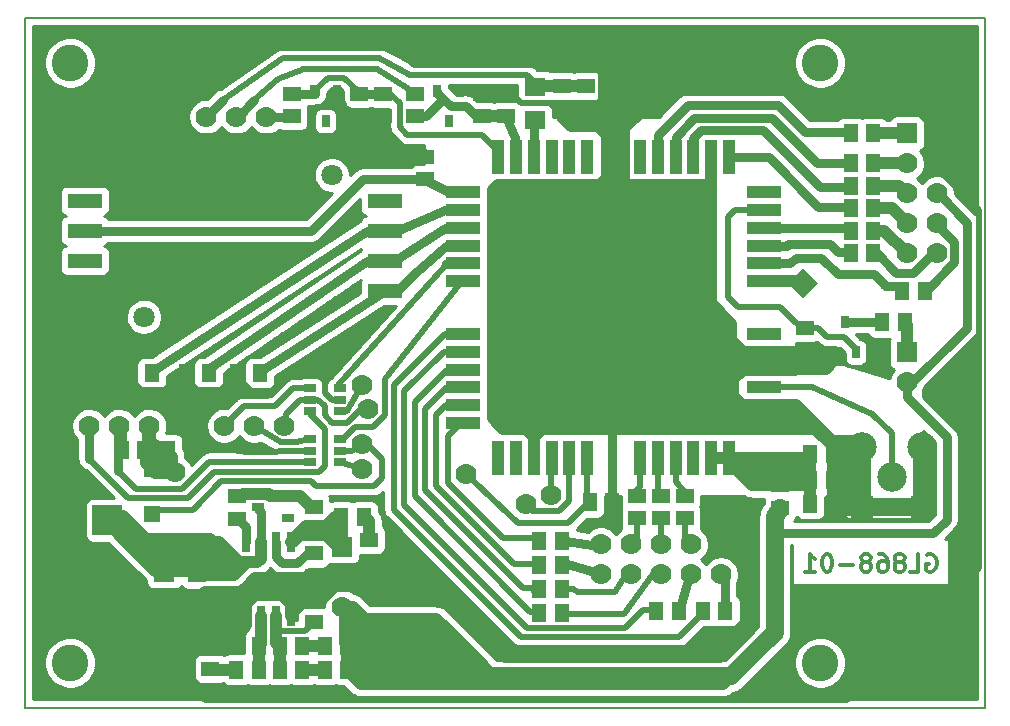
<source format=gbl>
%TF.FileFunction,Copper,L2,Bot,Signal*%
%FSLAX46Y46*%
G04 Gerber Fmt 4.6, Leading zero omitted, Abs format (unit mm)*
G04 Created by KiCad (PCBNEW (2014-08-20 BZR 5085)-product) date Wed 10 Sep 2014 10:30:42 AM EEST*
%MOMM*%
G01*
G04 APERTURE LIST*
%ADD10C,0.150000*%
%ADD11C,0.300000*%
%ADD12R,3.000000X1.000000*%
%ADD13R,1.000000X3.000000*%
%ADD14C,2.500000*%
%ADD15R,1.498600X1.297940*%
%ADD16R,1.800860X1.597660*%
%ADD17R,1.297940X1.498600*%
%ADD18R,1.778000X1.778000*%
%ADD19C,1.778000*%
%ADD20R,1.016000X0.635000*%
%ADD21R,0.635000X1.651000*%
%ADD22R,0.635000X1.016000*%
%ADD23R,3.000000X1.300000*%
%ADD24C,1.800000*%
%ADD25R,2.499360X2.499360*%
%ADD26C,2.499360*%
%ADD27C,3.101340*%
%ADD28R,1.399540X1.399540*%
%ADD29C,0.762000*%
%ADD30C,0.508000*%
%ADD31C,1.016000*%
%ADD32C,1.524000*%
%ADD33C,1.270000*%
%ADD34C,0.254000*%
G04 APERTURE END LIST*
D10*
D11*
X76342285Y-45478000D02*
X76485142Y-45406571D01*
X76699428Y-45406571D01*
X76913713Y-45478000D01*
X77056571Y-45620857D01*
X77127999Y-45763714D01*
X77199428Y-46049429D01*
X77199428Y-46263714D01*
X77127999Y-46549429D01*
X77056571Y-46692286D01*
X76913713Y-46835143D01*
X76699428Y-46906571D01*
X76556571Y-46906571D01*
X76342285Y-46835143D01*
X76270856Y-46763714D01*
X76270856Y-46263714D01*
X76556571Y-46263714D01*
X74913713Y-46906571D02*
X75627999Y-46906571D01*
X75627999Y-45406571D01*
X74199427Y-46049429D02*
X74342285Y-45978000D01*
X74413713Y-45906571D01*
X74485142Y-45763714D01*
X74485142Y-45692286D01*
X74413713Y-45549429D01*
X74342285Y-45478000D01*
X74199427Y-45406571D01*
X73913713Y-45406571D01*
X73770856Y-45478000D01*
X73699427Y-45549429D01*
X73627999Y-45692286D01*
X73627999Y-45763714D01*
X73699427Y-45906571D01*
X73770856Y-45978000D01*
X73913713Y-46049429D01*
X74199427Y-46049429D01*
X74342285Y-46120857D01*
X74413713Y-46192286D01*
X74485142Y-46335143D01*
X74485142Y-46620857D01*
X74413713Y-46763714D01*
X74342285Y-46835143D01*
X74199427Y-46906571D01*
X73913713Y-46906571D01*
X73770856Y-46835143D01*
X73699427Y-46763714D01*
X73627999Y-46620857D01*
X73627999Y-46335143D01*
X73699427Y-46192286D01*
X73770856Y-46120857D01*
X73913713Y-46049429D01*
X72342285Y-45406571D02*
X72627999Y-45406571D01*
X72770856Y-45478000D01*
X72842285Y-45549429D01*
X72985142Y-45763714D01*
X73056571Y-46049429D01*
X73056571Y-46620857D01*
X72985142Y-46763714D01*
X72913714Y-46835143D01*
X72770856Y-46906571D01*
X72485142Y-46906571D01*
X72342285Y-46835143D01*
X72270856Y-46763714D01*
X72199428Y-46620857D01*
X72199428Y-46263714D01*
X72270856Y-46120857D01*
X72342285Y-46049429D01*
X72485142Y-45978000D01*
X72770856Y-45978000D01*
X72913714Y-46049429D01*
X72985142Y-46120857D01*
X73056571Y-46263714D01*
X71342285Y-46049429D02*
X71485143Y-45978000D01*
X71556571Y-45906571D01*
X71628000Y-45763714D01*
X71628000Y-45692286D01*
X71556571Y-45549429D01*
X71485143Y-45478000D01*
X71342285Y-45406571D01*
X71056571Y-45406571D01*
X70913714Y-45478000D01*
X70842285Y-45549429D01*
X70770857Y-45692286D01*
X70770857Y-45763714D01*
X70842285Y-45906571D01*
X70913714Y-45978000D01*
X71056571Y-46049429D01*
X71342285Y-46049429D01*
X71485143Y-46120857D01*
X71556571Y-46192286D01*
X71628000Y-46335143D01*
X71628000Y-46620857D01*
X71556571Y-46763714D01*
X71485143Y-46835143D01*
X71342285Y-46906571D01*
X71056571Y-46906571D01*
X70913714Y-46835143D01*
X70842285Y-46763714D01*
X70770857Y-46620857D01*
X70770857Y-46335143D01*
X70842285Y-46192286D01*
X70913714Y-46120857D01*
X71056571Y-46049429D01*
X70128000Y-46335143D02*
X68985143Y-46335143D01*
X67985143Y-45406571D02*
X67842286Y-45406571D01*
X67699429Y-45478000D01*
X67628000Y-45549429D01*
X67556571Y-45692286D01*
X67485143Y-45978000D01*
X67485143Y-46335143D01*
X67556571Y-46620857D01*
X67628000Y-46763714D01*
X67699429Y-46835143D01*
X67842286Y-46906571D01*
X67985143Y-46906571D01*
X68128000Y-46835143D01*
X68199429Y-46763714D01*
X68270857Y-46620857D01*
X68342286Y-46335143D01*
X68342286Y-45978000D01*
X68270857Y-45692286D01*
X68199429Y-45549429D01*
X68128000Y-45478000D01*
X67985143Y-45406571D01*
X66056572Y-46906571D02*
X66913715Y-46906571D01*
X66485143Y-46906571D02*
X66485143Y-45406571D01*
X66628000Y-45620857D01*
X66770858Y-45763714D01*
X66913715Y-45835143D01*
D10*
X0Y0D02*
X81280000Y0D01*
X0Y-58420000D02*
X0Y0D01*
X81280000Y-58420000D02*
X0Y-58420000D01*
X81280000Y0D02*
X81280000Y-58420000D01*
D12*
X37084000Y-34290000D03*
X37084000Y-32790000D03*
X37084000Y-31290000D03*
X37084000Y-29790000D03*
X37084000Y-28290000D03*
X37084000Y-26790000D03*
X37084000Y-22290000D03*
X37084000Y-20790000D03*
X37084000Y-19290000D03*
X37084000Y-17790000D03*
X37084000Y-16290000D03*
X37084000Y-14790000D03*
D13*
X40084000Y-11790000D03*
X41584000Y-11790000D03*
X43084000Y-11790000D03*
X44584000Y-11790000D03*
X46084000Y-11790000D03*
X47584000Y-11790000D03*
X52084000Y-11790000D03*
X53584000Y-11790000D03*
X55084000Y-11790000D03*
X56584000Y-11790000D03*
X58084000Y-11790000D03*
X59584000Y-11790000D03*
D12*
X62584000Y-14790000D03*
X62584000Y-16290000D03*
X62584000Y-17790000D03*
X62584000Y-19290000D03*
X62584000Y-20790000D03*
X62584000Y-22290000D03*
X62584000Y-26790000D03*
X62584000Y-28290000D03*
X62584000Y-29790000D03*
X62584000Y-31290000D03*
X62584000Y-32790000D03*
X62584000Y-34290000D03*
D13*
X59584000Y-37290000D03*
X58084000Y-37290000D03*
X56584000Y-37290000D03*
X55084000Y-37290000D03*
X53584000Y-37290000D03*
X52084000Y-37290000D03*
X47584000Y-37290000D03*
X46084000Y-37290000D03*
X44584000Y-37290000D03*
X43084000Y-37290000D03*
X41584000Y-37290000D03*
X40084000Y-37290000D03*
D14*
X73406000Y-38862000D03*
X70866000Y-36322000D03*
X70866000Y-41402000D03*
X75946000Y-41402000D03*
X75946000Y-36322000D03*
D15*
X14605000Y-47183040D03*
X14605000Y-49082960D03*
D16*
X29146500Y-48300640D03*
X29146500Y-51140360D03*
D17*
X25402540Y-55181500D03*
X27302460Y-55181500D03*
D15*
X24447500Y-41404540D03*
X24447500Y-43304460D03*
D16*
X11811000Y-46967140D03*
X11811000Y-49806860D03*
D18*
X16700500Y-50355500D03*
D19*
X16700500Y-46545500D03*
D17*
X26799540Y-42227500D03*
X28699460Y-42227500D03*
D10*
G36*
X37846000Y-49923764D02*
X39103236Y-51181000D01*
X37846000Y-52438236D01*
X36588764Y-51181000D01*
X37846000Y-49923764D01*
X37846000Y-49923764D01*
G37*
D19*
X35151923Y-53875077D03*
D17*
X19809460Y-55181500D03*
X17909540Y-55181500D03*
X19809460Y-53149500D03*
X17909540Y-53149500D03*
D18*
X26860500Y-44767500D03*
D19*
X26860500Y-49847500D03*
D15*
X24447500Y-49278540D03*
X24447500Y-51178460D03*
D17*
X21592540Y-55181500D03*
X23492460Y-55181500D03*
X25402540Y-53149500D03*
X27302460Y-53149500D03*
D15*
X17970500Y-42415460D03*
X17970500Y-40515540D03*
X29146500Y-44198540D03*
X29146500Y-46098460D03*
D17*
X21592540Y-53149500D03*
X23492460Y-53149500D03*
D15*
X24447500Y-47241460D03*
X24447500Y-45341540D03*
X15684500Y-53215540D03*
X15684500Y-55115460D03*
D20*
X22288500Y-40449500D03*
X19748500Y-41399460D03*
X22288500Y-42349420D03*
D21*
X22542500Y-50609500D03*
X21272500Y-50609500D03*
X20002500Y-50609500D03*
X18732500Y-50609500D03*
X18732500Y-44386500D03*
X20002500Y-44386500D03*
X21272500Y-44386500D03*
X22542500Y-44386500D03*
D17*
X66487040Y-39116000D03*
X68386960Y-39116000D03*
X66487040Y-41148000D03*
X68386960Y-41148000D03*
X66487040Y-36957000D03*
X68386960Y-36957000D03*
D15*
X63944500Y-41462960D03*
X63944500Y-39563040D03*
X30353000Y-6416040D03*
X30353000Y-8315960D03*
X22606000Y-8315960D03*
X22606000Y-6416040D03*
X28321000Y-8315960D03*
X28321000Y-6416040D03*
D22*
X24511000Y-6223000D03*
X25460960Y-8763000D03*
X26410920Y-6223000D03*
D15*
X40767000Y-8315960D03*
X40767000Y-6416040D03*
X33020000Y-6416040D03*
X33020000Y-8315960D03*
X38735000Y-6416040D03*
X38735000Y-8315960D03*
D22*
X34925000Y-6223000D03*
X35874960Y-8763000D03*
X36824920Y-6223000D03*
D17*
X13655040Y-30099000D03*
X15554960Y-30099000D03*
X10728960Y-30099000D03*
X8829040Y-30099000D03*
X17973040Y-30099000D03*
X19872960Y-30099000D03*
D15*
X33909000Y-13649960D03*
X33909000Y-11750040D03*
D23*
X30480000Y-23114000D03*
X30480000Y-20574000D03*
X30480000Y-18034000D03*
X30480000Y-15494000D03*
X5080000Y-23114000D03*
X5080000Y-20574000D03*
X5080000Y-18034000D03*
X5080000Y-15494000D03*
D24*
X25980000Y-13314000D03*
X10080000Y-25314000D03*
D10*
G36*
X67106736Y-22479000D02*
X65849500Y-23736236D01*
X64592264Y-22479000D01*
X65849500Y-21221764D01*
X67106736Y-22479000D01*
X67106736Y-22479000D01*
G37*
D19*
X51481090Y-8110590D03*
D25*
X6985000Y-42545000D03*
D26*
X6985000Y-47546260D03*
D18*
X74676000Y-28321000D03*
D19*
X74676000Y-30861000D03*
D15*
X66040000Y-28127960D03*
X66040000Y-26228040D03*
D17*
X74482960Y-25781000D03*
X72583040Y-25781000D03*
D22*
X70358000Y-28321000D03*
X69408040Y-25781000D03*
X68458080Y-28321000D03*
D18*
X74676000Y-9779000D03*
D19*
X77216000Y-9779000D03*
X74676000Y-12319000D03*
X77216000Y-12319000D03*
X74676000Y-14859000D03*
X77216000Y-14859000D03*
X74676000Y-17399000D03*
X77216000Y-17399000D03*
X74676000Y-19939000D03*
X77216000Y-19939000D03*
D17*
X71815960Y-9779000D03*
X69916040Y-9779000D03*
X71815960Y-12319000D03*
X69916040Y-12319000D03*
X71815960Y-14224000D03*
X69916040Y-14224000D03*
X71815960Y-16129000D03*
X69916040Y-16129000D03*
X76197460Y-23114000D03*
X74297540Y-23114000D03*
X71815960Y-18034000D03*
X69916040Y-18034000D03*
X71815960Y-19939000D03*
X69916040Y-19939000D03*
D15*
X47498000Y-5781040D03*
X47498000Y-7680960D03*
X45466000Y-5781040D03*
X45466000Y-7680960D03*
D17*
X12131040Y-36576000D03*
X14030960Y-36576000D03*
X47818040Y-41021000D03*
X49717960Y-41021000D03*
D20*
X24130000Y-37592000D03*
X24130000Y-36642040D03*
X24130000Y-35692080D03*
X26670000Y-35692080D03*
X26670000Y-36642040D03*
X26670000Y-37592000D03*
X26670000Y-31369000D03*
X26670000Y-32318960D03*
X26670000Y-33268920D03*
X24130000Y-33268920D03*
X24130000Y-32318960D03*
X24130000Y-31369000D03*
D18*
X58928000Y-44577000D03*
D19*
X58928000Y-47117000D03*
X56388000Y-44577000D03*
X56388000Y-47117000D03*
X53848000Y-44577000D03*
X53848000Y-47117000D03*
X51308000Y-44577000D03*
X51308000Y-47117000D03*
X48768000Y-44577000D03*
X48768000Y-47117000D03*
D18*
X14351000Y-34544000D03*
D19*
X16891000Y-34544000D03*
X19431000Y-34544000D03*
X21971000Y-34544000D03*
D18*
X2921000Y-34544000D03*
D19*
X5461000Y-34544000D03*
X8001000Y-34544000D03*
X10541000Y-34544000D03*
D18*
X12827000Y-8382000D03*
D19*
X15367000Y-8382000D03*
X17907000Y-8382000D03*
X20447000Y-8382000D03*
D16*
X43180000Y-5819140D03*
X43180000Y-8658860D03*
D17*
X59306460Y-50228500D03*
X57406540Y-50228500D03*
X55369460Y-50228500D03*
X53469540Y-50228500D03*
X45463460Y-50355500D03*
X43563540Y-50355500D03*
X45463460Y-48323500D03*
X43563540Y-48323500D03*
X45463460Y-46291500D03*
X43563540Y-46291500D03*
X45463460Y-44259500D03*
X43563540Y-44259500D03*
D15*
X55880000Y-42351960D03*
X55880000Y-40452040D03*
X53848000Y-42351960D03*
X53848000Y-40452040D03*
X51816000Y-42351960D03*
X51816000Y-40452040D03*
D27*
X67310000Y-3810000D03*
X3810000Y-3810000D03*
X3810000Y-54610000D03*
X67310000Y-54610000D03*
D17*
X8194040Y-36576000D03*
X10093960Y-36576000D03*
D28*
X10795000Y-42031920D03*
X10795000Y-38232080D03*
D19*
X42418000Y-41148000D03*
X28575000Y-38227000D03*
X44577000Y-40386000D03*
X28575000Y-31115000D03*
X12700000Y-38481000D03*
X29083000Y-33147000D03*
X28575000Y-36068000D03*
X37338000Y-38608000D03*
D29*
X24577040Y-6156960D02*
X24511000Y-6223000D01*
X24384000Y-6223000D02*
X24511000Y-6223000D01*
X24571960Y-6416040D02*
X24384000Y-6223000D01*
X22606000Y-6416040D02*
X24571960Y-6416040D01*
X22606000Y-6416040D02*
X23301960Y-6416040D01*
D30*
X38735000Y-9906000D02*
X32385000Y-9906000D01*
X40084000Y-11255000D02*
X38735000Y-9906000D01*
D29*
X40084000Y-11790000D02*
X40084000Y-11255000D01*
D30*
X28194000Y-6223000D02*
X28321000Y-6416040D01*
X27051000Y-5080000D02*
X28194000Y-6223000D01*
X25654000Y-5080000D02*
X27051000Y-5080000D01*
X24511000Y-6223000D02*
X25654000Y-5080000D01*
D29*
X30353000Y-6477000D02*
X30353000Y-6416040D01*
X30292040Y-6416040D02*
X30353000Y-6477000D01*
X28321000Y-6416040D02*
X30292040Y-6416040D01*
D30*
X31750000Y-9271000D02*
X32385000Y-9906000D01*
X31750000Y-7239000D02*
X31750000Y-9271000D01*
X30927040Y-6416040D02*
X31750000Y-7239000D01*
X30353000Y-6416040D02*
X30927040Y-6416040D01*
D29*
X38608000Y-8255000D02*
X38735000Y-8315960D01*
X38100000Y-8255000D02*
X38608000Y-8255000D01*
X37338000Y-7493000D02*
X38100000Y-8255000D01*
X36068000Y-7493000D02*
X37338000Y-7493000D01*
X35433000Y-6858000D02*
X36068000Y-7493000D01*
X34925000Y-6350000D02*
X35433000Y-6858000D01*
X34925000Y-6223000D02*
X34925000Y-6350000D01*
D31*
X38862000Y-8382000D02*
X38735000Y-8315960D01*
X38862000Y-8376920D02*
X38862000Y-8382000D01*
X38801040Y-8315960D02*
X38862000Y-8376920D01*
X40767000Y-8315960D02*
X38801040Y-8315960D01*
D29*
X40767000Y-8382000D02*
X40767000Y-8315960D01*
X41529000Y-10160000D02*
X40767000Y-8382000D01*
X41584000Y-11790000D02*
X41529000Y-10160000D01*
X33975040Y-8315960D02*
X35433000Y-6858000D01*
X33020000Y-8315960D02*
X33975040Y-8315960D01*
D30*
X46101000Y-37211000D02*
X46084000Y-37290000D01*
X46101000Y-40894000D02*
X46101000Y-37211000D01*
X45212000Y-41783000D02*
X46101000Y-40894000D01*
X42926000Y-41783000D02*
X45212000Y-41783000D01*
X42418000Y-41148000D02*
X42926000Y-41783000D01*
X26670000Y-37592000D02*
X28575000Y-38227000D01*
X44577000Y-37211000D02*
X44584000Y-37290000D01*
X44577000Y-40386000D02*
X44577000Y-37211000D01*
X27305000Y-33274000D02*
X28575000Y-31115000D01*
X26670000Y-33268920D02*
X27305000Y-33274000D01*
D29*
X43180000Y-8763000D02*
X43180000Y-8658860D01*
X43084000Y-8859000D02*
X43180000Y-8763000D01*
X43084000Y-11790000D02*
X43084000Y-8859000D01*
D30*
X30480000Y-30607000D02*
X30480000Y-30734000D01*
X37019000Y-22290000D02*
X30480000Y-30607000D01*
X37084000Y-22290000D02*
X37019000Y-22290000D01*
X26924000Y-35687000D02*
X26670000Y-35692080D01*
X30480000Y-33655000D02*
X29464000Y-34671000D01*
X29464000Y-34671000D02*
X27940000Y-34671000D01*
X27940000Y-34671000D02*
X26924000Y-35687000D01*
X30480000Y-30607000D02*
X30480000Y-33655000D01*
D29*
X30480000Y-17907000D02*
X30480000Y-18034000D01*
X31877000Y-17907000D02*
X30480000Y-17907000D01*
X35560000Y-16256000D02*
X31877000Y-17907000D01*
X37084000Y-16290000D02*
X35560000Y-16256000D01*
X10668000Y-29972000D02*
X10728960Y-30099000D01*
X28956000Y-18034000D02*
X10668000Y-29972000D01*
X29337000Y-18034000D02*
X28956000Y-18034000D01*
X30480000Y-18034000D02*
X29337000Y-18034000D01*
X33909000Y-13716000D02*
X33909000Y-13649960D01*
X35941000Y-14732000D02*
X33909000Y-13716000D01*
X37084000Y-14790000D02*
X35941000Y-14732000D01*
X4826000Y-18034000D02*
X5080000Y-18034000D01*
X24257000Y-18034000D02*
X4826000Y-18034000D01*
X28641040Y-13649960D02*
X24257000Y-18034000D01*
X33909000Y-13649960D02*
X28641040Y-13649960D01*
X30226000Y-20574000D02*
X30480000Y-20574000D01*
X31242000Y-20574000D02*
X30226000Y-20574000D01*
X35560000Y-17780000D02*
X31242000Y-20574000D01*
X37084000Y-17790000D02*
X35560000Y-17780000D01*
X15494000Y-29718000D02*
X15554960Y-30099000D01*
X28956000Y-20574000D02*
X15494000Y-29718000D01*
X29210000Y-20574000D02*
X28956000Y-20574000D01*
X30480000Y-20574000D02*
X29210000Y-20574000D01*
X31496000Y-23114000D02*
X30480000Y-23114000D01*
X33020000Y-21590000D02*
X31496000Y-23114000D01*
X35687000Y-19304000D02*
X33020000Y-21590000D01*
X37084000Y-19290000D02*
X35687000Y-19304000D01*
X19939000Y-30099000D02*
X19872960Y-30099000D01*
X19812000Y-29972000D02*
X19939000Y-30099000D01*
X30480000Y-23114000D02*
X19812000Y-29972000D01*
D30*
X26670000Y-31369000D02*
X26797000Y-31242000D01*
X26543000Y-31115000D02*
X26670000Y-31369000D01*
X35598000Y-21044000D02*
X26543000Y-31115000D01*
X37084000Y-20790000D02*
X35598000Y-20790000D01*
D29*
X14030960Y-36576000D02*
X14224000Y-34544000D01*
X14224000Y-34544000D02*
X14351000Y-34544000D01*
D30*
X11811000Y-49806860D02*
X9293860Y-49806860D01*
X9293860Y-49806860D02*
X7112000Y-47625000D01*
X7112000Y-47625000D02*
X6985000Y-47546260D01*
D31*
X65405000Y-29718000D02*
X66548000Y-29718000D01*
X66548000Y-29718000D02*
X67564000Y-28702000D01*
X67564000Y-28702000D02*
X67564000Y-28321000D01*
X68458080Y-28321000D02*
X68458080Y-29077920D01*
X68458080Y-29077920D02*
X67818000Y-29718000D01*
X67818000Y-29718000D02*
X65405000Y-29718000D01*
X65405000Y-29718000D02*
X64770000Y-29718000D01*
X64770000Y-29718000D02*
X64770000Y-29790000D01*
X62584000Y-28956000D02*
X65532000Y-28956000D01*
X65532000Y-28956000D02*
X65532000Y-29464000D01*
X64389000Y-28290000D02*
X66071000Y-28290000D01*
X66071000Y-28290000D02*
X66167000Y-28194000D01*
X66167000Y-28194000D02*
X66040000Y-28127960D01*
X62584000Y-29790000D02*
X64770000Y-29790000D01*
X64770000Y-29790000D02*
X65206000Y-29790000D01*
X65206000Y-29790000D02*
X65532000Y-29464000D01*
X65532000Y-29464000D02*
X66548000Y-28448000D01*
X66548000Y-28448000D02*
X66040000Y-28127960D01*
X68458080Y-28321000D02*
X67564000Y-28321000D01*
X67564000Y-28321000D02*
X66167000Y-28321000D01*
X66167000Y-28321000D02*
X66040000Y-28194000D01*
X66040000Y-28194000D02*
X66040000Y-28127960D01*
X8509000Y-30099000D02*
X5842000Y-27432000D01*
X5842000Y-27432000D02*
X5842000Y-23241000D01*
X5842000Y-23241000D02*
X5080000Y-23114000D01*
X8829040Y-30800040D02*
X9779000Y-31750000D01*
X13655040Y-30099000D02*
X13655040Y-30927040D01*
X13655040Y-30927040D02*
X14732000Y-32004000D01*
X14732000Y-32004000D02*
X14732000Y-31750000D01*
X13655040Y-30159960D02*
X12192000Y-31623000D01*
X12192000Y-31623000D02*
X12192000Y-31750000D01*
X13655040Y-30099000D02*
X13655040Y-32070040D01*
X13655040Y-32070040D02*
X14351000Y-32766000D01*
X14351000Y-32766000D02*
X14351000Y-33655000D01*
X14351000Y-33655000D02*
X14351000Y-34544000D01*
D32*
X2921000Y-34544000D02*
X2921000Y-38862000D01*
X2921000Y-38862000D02*
X3937000Y-39878000D01*
X3937000Y-39878000D02*
X3937000Y-39624000D01*
X3937000Y-39624000D02*
X4445000Y-39624000D01*
X4445000Y-39624000D02*
X3556000Y-40513000D01*
X3556000Y-40513000D02*
X3556000Y-44323000D01*
X3556000Y-44323000D02*
X6604000Y-47371000D01*
X6604000Y-47371000D02*
X6985000Y-47546260D01*
X16700500Y-50355500D02*
X10096500Y-50355500D01*
X10096500Y-50355500D02*
X7366000Y-47625000D01*
X7366000Y-47625000D02*
X6985000Y-47546260D01*
D29*
X77216000Y-12319000D02*
X77216000Y-12700000D01*
D30*
X77216000Y-12700000D02*
X80772000Y-16256000D01*
X13970000Y-54229000D02*
X15367000Y-52832000D01*
X13970000Y-56515000D02*
X13970000Y-54229000D01*
X15240000Y-57785000D02*
X13970000Y-56515000D01*
X69596000Y-57785000D02*
X15240000Y-57785000D01*
X80772000Y-46609000D02*
X69596000Y-57785000D01*
X80772000Y-16256000D02*
X80772000Y-46609000D01*
D29*
X15367000Y-52832000D02*
X15684500Y-53215540D01*
D33*
X49149000Y-4064000D02*
X62865000Y-4064000D01*
D31*
X62584000Y-33047000D02*
X62611000Y-33020000D01*
X62611000Y-33020000D02*
X62584000Y-32790000D01*
X62584000Y-33782000D02*
X62584000Y-33047000D01*
X62584000Y-34290000D02*
X62584000Y-33782000D01*
X60349000Y-32790000D02*
X59944000Y-32385000D01*
X59944000Y-31877000D02*
X59944000Y-30226000D01*
X59944000Y-32385000D02*
X59944000Y-31877000D01*
X59944000Y-30226000D02*
X60452000Y-29718000D01*
X60325000Y-29718000D02*
X62611000Y-29718000D01*
X60452000Y-29718000D02*
X60325000Y-29718000D01*
X62611000Y-29718000D02*
X62584000Y-29790000D01*
X60198000Y-32790000D02*
X60349000Y-32790000D01*
X62584000Y-32790000D02*
X60198000Y-32790000D01*
X62584000Y-28348000D02*
X62611000Y-28321000D01*
X62611000Y-28321000D02*
X62584000Y-28290000D01*
X62584000Y-28956000D02*
X62584000Y-28348000D01*
X62584000Y-29790000D02*
X62584000Y-28956000D01*
X59690000Y-29083000D02*
X60325000Y-29718000D01*
X59182000Y-28575000D02*
X59690000Y-29083000D01*
X58084000Y-27477000D02*
X59182000Y-28575000D01*
X58084000Y-27559000D02*
X58084000Y-27477000D01*
X58084000Y-26924000D02*
X58084000Y-27559000D01*
X58084000Y-23241000D02*
X58084000Y-26924000D01*
X58084000Y-11790000D02*
X58084000Y-23241000D01*
X58928000Y-32639000D02*
X60198000Y-32639000D01*
X58039000Y-32639000D02*
X58928000Y-32639000D01*
X60198000Y-32639000D02*
X60198000Y-32790000D01*
X56388000Y-32639000D02*
X58039000Y-32639000D01*
X55118000Y-32639000D02*
X56388000Y-32639000D01*
X52705000Y-32639000D02*
X55118000Y-32639000D01*
X51943000Y-32639000D02*
X52705000Y-32639000D01*
X50419000Y-32639000D02*
X51943000Y-32639000D01*
X49911000Y-32639000D02*
X50419000Y-32639000D01*
X49339500Y-32639000D02*
X49911000Y-32639000D01*
X48387000Y-32639000D02*
X49339500Y-32639000D01*
X46228000Y-32639000D02*
X48387000Y-32639000D01*
X44323000Y-32639000D02*
X46228000Y-32639000D01*
X43942000Y-33020000D02*
X44323000Y-32639000D01*
X43084000Y-33878000D02*
X43942000Y-33020000D01*
X43084000Y-34036000D02*
X43084000Y-33878000D01*
X43084000Y-37290000D02*
X43084000Y-34036000D01*
X58084000Y-32594000D02*
X58039000Y-32639000D01*
X58084000Y-28321000D02*
X58084000Y-32594000D01*
X58084000Y-27559000D02*
X58084000Y-28321000D01*
X59182000Y-28956000D02*
X59182000Y-28575000D01*
X58928000Y-29210000D02*
X59182000Y-28956000D01*
X58928000Y-31877000D02*
X58928000Y-29210000D01*
X58928000Y-32639000D02*
X58928000Y-31877000D01*
X59690000Y-29718000D02*
X59690000Y-29083000D01*
X58928000Y-30480000D02*
X59690000Y-29718000D01*
X58928000Y-31623000D02*
X58928000Y-30480000D01*
X58928000Y-31877000D02*
X58928000Y-31623000D01*
X58547000Y-28321000D02*
X58084000Y-28321000D01*
X58293000Y-28067000D02*
X58547000Y-28321000D01*
X58928000Y-28702000D02*
X58293000Y-28067000D01*
X58928000Y-28829000D02*
X58928000Y-28702000D01*
X58928000Y-30226000D02*
X58928000Y-28829000D01*
X58928000Y-31623000D02*
X58928000Y-30226000D01*
X62484000Y-33782000D02*
X62584000Y-33782000D01*
X62611000Y-33909000D02*
X62484000Y-33782000D01*
X62484000Y-28956000D02*
X62584000Y-28956000D01*
X62611000Y-28829000D02*
X62484000Y-28956000D01*
X58166000Y-26924000D02*
X58084000Y-26924000D01*
X58674000Y-27432000D02*
X58166000Y-26924000D01*
X59182000Y-27940000D02*
X58674000Y-27432000D01*
X60071000Y-28829000D02*
X59182000Y-27940000D01*
X62611000Y-28829000D02*
X60071000Y-28829000D01*
X43942000Y-32766000D02*
X43942000Y-33020000D01*
X43942000Y-33528000D02*
X43942000Y-32766000D01*
X45339000Y-33528000D02*
X43942000Y-33528000D01*
X50165000Y-33528000D02*
X45339000Y-33528000D01*
X50800000Y-33528000D02*
X50165000Y-33528000D01*
X53467000Y-33528000D02*
X50800000Y-33528000D01*
X57912000Y-33528000D02*
X53467000Y-33528000D01*
X61849000Y-33528000D02*
X57912000Y-33528000D01*
X62230000Y-33909000D02*
X61849000Y-33528000D01*
X62738000Y-33909000D02*
X62230000Y-33909000D01*
X62611000Y-33909000D02*
X62738000Y-33909000D01*
X56388000Y-32766000D02*
X56388000Y-32639000D01*
X58928000Y-30226000D02*
X56388000Y-32766000D01*
X50165000Y-33401000D02*
X50165000Y-33528000D01*
X49276000Y-34290000D02*
X50165000Y-33401000D01*
X48768000Y-34798000D02*
X49276000Y-34290000D01*
X47752000Y-34798000D02*
X48768000Y-34798000D01*
X43561000Y-34798000D02*
X47752000Y-34798000D01*
X43084000Y-35275000D02*
X43561000Y-34798000D01*
X43084000Y-35433000D02*
X43084000Y-35275000D01*
X43084000Y-37290000D02*
X43084000Y-35433000D01*
X46926500Y-34036000D02*
X43084000Y-34036000D01*
X47371000Y-34036000D02*
X46926500Y-34036000D01*
X48133000Y-34036000D02*
X47371000Y-34036000D01*
X48387000Y-34290000D02*
X48133000Y-34036000D01*
X49276000Y-34290000D02*
X48387000Y-34290000D01*
X57912000Y-33655000D02*
X57912000Y-33528000D01*
X58547000Y-34290000D02*
X57912000Y-33655000D01*
X59436000Y-34290000D02*
X58547000Y-34290000D01*
X62584000Y-34290000D02*
X59436000Y-34290000D01*
X68326000Y-38989000D02*
X68386960Y-39116000D01*
X68386960Y-39049960D02*
X68326000Y-38989000D01*
X68386960Y-41148000D02*
X68386960Y-39049960D01*
X68453000Y-36957000D02*
X68386960Y-36957000D01*
X68386960Y-37023040D02*
X68453000Y-36957000D01*
X68386960Y-39116000D02*
X68386960Y-37023040D01*
X62357000Y-34417000D02*
X62584000Y-34290000D01*
X63500000Y-33020000D02*
X62584000Y-32790000D01*
X63500000Y-34417000D02*
X63500000Y-33020000D01*
X63627000Y-34544000D02*
X63500000Y-34417000D01*
X62584000Y-28290000D02*
X64389000Y-28290000D01*
X62584000Y-29790000D02*
X63936000Y-29790000D01*
X62584000Y-32790000D02*
X63778000Y-32790000D01*
X59944000Y-32004000D02*
X59944000Y-30607000D01*
X59944000Y-31877000D02*
X59944000Y-32004000D01*
X59182000Y-28321000D02*
X59182000Y-27940000D01*
X59182000Y-27813000D02*
X59182000Y-28321000D01*
X59309000Y-27686000D02*
X59182000Y-27813000D01*
X59309000Y-27305000D02*
X59309000Y-27686000D01*
X59309000Y-27051000D02*
X59309000Y-27305000D01*
X58674000Y-25908000D02*
X58674000Y-27432000D01*
X49403000Y-34798000D02*
X47752000Y-34798000D01*
X50800000Y-34798000D02*
X49403000Y-34798000D01*
X51308000Y-34290000D02*
X50800000Y-34798000D01*
X59436000Y-34290000D02*
X51308000Y-34290000D01*
X50800000Y-33655000D02*
X50800000Y-33528000D01*
X50419000Y-34036000D02*
X50800000Y-33655000D01*
X47371000Y-34036000D02*
X50419000Y-34036000D01*
X55118000Y-32766000D02*
X55118000Y-32639000D01*
X58928000Y-28956000D02*
X55118000Y-32766000D01*
X58928000Y-28829000D02*
X58928000Y-28956000D01*
X53467000Y-33274000D02*
X53467000Y-33528000D01*
X58293000Y-28448000D02*
X53467000Y-33274000D01*
X58293000Y-28067000D02*
X58293000Y-28448000D01*
X52705000Y-32893000D02*
X52705000Y-32639000D01*
X58547000Y-27051000D02*
X52705000Y-32893000D01*
X59309000Y-27051000D02*
X58547000Y-27051000D01*
X51943000Y-32512000D02*
X51943000Y-32639000D01*
X55308500Y-29146500D02*
X51943000Y-32512000D01*
X57340500Y-27114500D02*
X55308500Y-29146500D01*
X58547000Y-25908000D02*
X57340500Y-27114500D01*
X59055000Y-25908000D02*
X58547000Y-25908000D01*
X58674000Y-25908000D02*
X59055000Y-25908000D01*
X50419000Y-32766000D02*
X50419000Y-32639000D01*
X50546000Y-32639000D02*
X50419000Y-32766000D01*
X51879500Y-31305500D02*
X50546000Y-32639000D01*
X52514500Y-30670500D02*
X51879500Y-31305500D01*
X53467000Y-29718000D02*
X52514500Y-30670500D01*
X54483000Y-28702000D02*
X53467000Y-29718000D01*
X56578500Y-26606500D02*
X54483000Y-28702000D01*
X59817000Y-27305000D02*
X59309000Y-27305000D01*
X60802000Y-28290000D02*
X59817000Y-27305000D01*
X64389000Y-28290000D02*
X60802000Y-28290000D01*
X60761000Y-29790000D02*
X59944000Y-30607000D01*
X62584000Y-29790000D02*
X60761000Y-29790000D01*
X60730000Y-32790000D02*
X59944000Y-32004000D01*
X62584000Y-32790000D02*
X60730000Y-32790000D01*
X62992000Y-34290000D02*
X62584000Y-34290000D01*
X62484000Y-34798000D02*
X62992000Y-34290000D01*
X62357000Y-34798000D02*
X62484000Y-34798000D01*
X49403000Y-34798000D02*
X62357000Y-34798000D01*
X18732500Y-49593500D02*
X18732500Y-50609500D01*
X19494500Y-48831500D02*
X18732500Y-49593500D01*
X19621500Y-48831500D02*
X19494500Y-48831500D01*
X21780500Y-48831500D02*
X19621500Y-48831500D01*
X22542500Y-49593500D02*
X21780500Y-48831500D01*
X22542500Y-50609500D02*
X22542500Y-49593500D01*
X15811500Y-53149500D02*
X15684500Y-53215540D01*
X17909540Y-53149500D02*
X15811500Y-53149500D01*
X17970500Y-53276500D02*
X17909540Y-53149500D01*
X17970500Y-52133500D02*
X17970500Y-53276500D01*
X18732500Y-51371500D02*
X17970500Y-52133500D01*
X18732500Y-50990500D02*
X18732500Y-51371500D01*
X18732500Y-50609500D02*
X18732500Y-50990500D01*
X16700500Y-50228500D02*
X16700500Y-50355500D01*
X15684500Y-51244500D02*
X16700500Y-50228500D01*
X15684500Y-53215540D02*
X15684500Y-51244500D01*
X18605500Y-48831500D02*
X19621500Y-48831500D01*
X17081500Y-50355500D02*
X18605500Y-48831500D01*
X16700500Y-50355500D02*
X17081500Y-50355500D01*
X18478500Y-49847500D02*
X18732500Y-50609500D01*
X15684500Y-52641500D02*
X18478500Y-49847500D01*
X15684500Y-53215540D02*
X15684500Y-52641500D01*
X18351500Y-50990500D02*
X18732500Y-50990500D01*
X16126460Y-53215540D02*
X18351500Y-50990500D01*
X15684500Y-53215540D02*
X16126460Y-53215540D01*
X24447500Y-47561500D02*
X24447500Y-47241460D01*
X24447500Y-48577500D02*
X24447500Y-47561500D01*
X24447500Y-49278540D02*
X24447500Y-48577500D01*
X16827500Y-50101500D02*
X16700500Y-50355500D01*
X18415000Y-48514000D02*
X16827500Y-50101500D01*
X18859500Y-48069500D02*
X18415000Y-48514000D01*
X19240500Y-47688500D02*
X18859500Y-48069500D01*
X19494500Y-47434500D02*
X19240500Y-47688500D01*
X24066500Y-47434500D02*
X19494500Y-47434500D01*
X24259540Y-47241460D02*
X24066500Y-47434500D01*
X24447500Y-47241460D02*
X24259540Y-47241460D01*
X24447500Y-49339500D02*
X24447500Y-49278540D01*
X23685500Y-49339500D02*
X24447500Y-49339500D01*
X23304500Y-49720500D02*
X23685500Y-49339500D01*
X22542500Y-50482500D02*
X23304500Y-49720500D01*
X22542500Y-50609500D02*
X22542500Y-50482500D01*
X23304500Y-49339500D02*
X23304500Y-49720500D01*
X21653500Y-47688500D02*
X23304500Y-49339500D01*
X19240500Y-47688500D02*
X21653500Y-47688500D01*
X24066500Y-48831500D02*
X24447500Y-49278540D01*
X23304500Y-48069500D02*
X24066500Y-48831500D01*
X18859500Y-48069500D02*
X23304500Y-48069500D01*
X24574500Y-49339500D02*
X24447500Y-49278540D01*
X24955500Y-49339500D02*
X24574500Y-49339500D01*
X26225500Y-48069500D02*
X24955500Y-49339500D01*
X28384500Y-48069500D02*
X26225500Y-48069500D01*
X28615640Y-48300640D02*
X28384500Y-48069500D01*
X29146500Y-48300640D02*
X28615640Y-48300640D01*
X24574500Y-47180500D02*
X24447500Y-47241460D01*
X25463500Y-47180500D02*
X24574500Y-47180500D01*
X25971500Y-46672500D02*
X25463500Y-47180500D01*
X28257500Y-46672500D02*
X25971500Y-46672500D01*
X28831540Y-46098460D02*
X28257500Y-46672500D01*
X29146500Y-46098460D02*
X28831540Y-46098460D01*
X29400500Y-46291500D02*
X29146500Y-46098460D01*
X29400500Y-47180500D02*
X29400500Y-46291500D01*
X29400500Y-48069500D02*
X29400500Y-47180500D01*
X29169360Y-48300640D02*
X29400500Y-48069500D01*
X29146500Y-48300640D02*
X29169360Y-48300640D01*
X24828500Y-48577500D02*
X24447500Y-48577500D01*
X26225500Y-47180500D02*
X24828500Y-48577500D01*
X28575000Y-47180500D02*
X26225500Y-47180500D01*
X29400500Y-47180500D02*
X28575000Y-47180500D01*
X18415000Y-48641000D02*
X18415000Y-48514000D01*
X18542000Y-48641000D02*
X18415000Y-48641000D01*
X15748000Y-48641000D02*
X18542000Y-48641000D01*
X15240000Y-48641000D02*
X15748000Y-48641000D01*
X14798040Y-49082960D02*
X15240000Y-48641000D01*
X14605000Y-49082960D02*
X14798040Y-49082960D01*
X15494000Y-53213000D02*
X15684500Y-53215540D01*
X14605000Y-52324000D02*
X15494000Y-53213000D01*
X14605000Y-49082960D02*
X14605000Y-52324000D01*
X15240000Y-49276000D02*
X14605000Y-49082960D01*
X15240000Y-50165000D02*
X15240000Y-49276000D01*
X15240000Y-51943000D02*
X15240000Y-50165000D01*
X15684500Y-52387500D02*
X15240000Y-51943000D01*
X15684500Y-53215540D02*
X15684500Y-52387500D01*
X15494000Y-50165000D02*
X15240000Y-50165000D01*
X17018000Y-48641000D02*
X15494000Y-50165000D01*
X18542000Y-48641000D02*
X17018000Y-48641000D01*
X15748000Y-49149000D02*
X15748000Y-48641000D01*
X16700500Y-50101500D02*
X15748000Y-49149000D01*
X16700500Y-50355500D02*
X16700500Y-50101500D01*
D29*
X38608000Y-6477000D02*
X38735000Y-6416040D01*
X38354000Y-6223000D02*
X38608000Y-6477000D01*
X36824920Y-6223000D02*
X38354000Y-6223000D01*
X38100000Y-6223000D02*
X38735000Y-6416040D01*
D31*
X33909000Y-11684000D02*
X33909000Y-11750040D01*
X33401000Y-11176000D02*
X33909000Y-11684000D01*
X31750000Y-11176000D02*
X33401000Y-11176000D01*
X25908000Y-11176000D02*
X31750000Y-11176000D01*
X14351000Y-11176000D02*
X25908000Y-11176000D01*
X11049000Y-11176000D02*
X14351000Y-11176000D01*
X5842000Y-11176000D02*
X11049000Y-11176000D01*
X2667000Y-14351000D02*
X5842000Y-11176000D01*
X2667000Y-22098000D02*
X2667000Y-14351000D01*
X3683000Y-23114000D02*
X2667000Y-22098000D01*
X3175000Y-23114000D02*
X3683000Y-23114000D01*
X5080000Y-23114000D02*
X3175000Y-23114000D01*
X4699000Y-23241000D02*
X5080000Y-23114000D01*
X49911000Y-10922000D02*
X49911000Y-14605000D01*
X49911000Y-10414000D02*
X49911000Y-10922000D01*
X51515910Y-8110590D02*
X49911000Y-10414000D01*
X51481090Y-8110590D02*
X51498500Y-8128000D01*
X43053000Y-35433000D02*
X43084000Y-35433000D01*
X43053000Y-33528000D02*
X43053000Y-35433000D01*
X3937000Y-23368000D02*
X5080000Y-23114000D01*
X39624000Y-33909000D02*
X40068500Y-34353500D01*
X39624000Y-14605000D02*
X39624000Y-33909000D01*
X40068500Y-14160500D02*
X39624000Y-14605000D01*
X40767000Y-14160500D02*
X40068500Y-14160500D01*
X41529000Y-14160500D02*
X40767000Y-14160500D01*
X42481500Y-14160500D02*
X41529000Y-14160500D01*
X43434000Y-14160500D02*
X42481500Y-14160500D01*
X44513500Y-14160500D02*
X43434000Y-14160500D01*
X45275500Y-14160500D02*
X44513500Y-14160500D01*
X46291500Y-14160500D02*
X45275500Y-14160500D01*
X47371000Y-14160500D02*
X46291500Y-14160500D01*
X48450500Y-14160500D02*
X47371000Y-14160500D01*
X49466500Y-14160500D02*
X48450500Y-14160500D01*
X50736500Y-14160500D02*
X49466500Y-14160500D01*
X51689000Y-14160500D02*
X50736500Y-14160500D01*
X52578000Y-14160500D02*
X51689000Y-14160500D01*
X53530500Y-14160500D02*
X52578000Y-14160500D01*
X54483000Y-14160500D02*
X53530500Y-14160500D01*
X55435500Y-14160500D02*
X54483000Y-14160500D01*
X56388000Y-14160500D02*
X55435500Y-14160500D01*
X57785000Y-14160500D02*
X56388000Y-14160500D01*
X57340500Y-14605000D02*
X57785000Y-14160500D01*
X58084000Y-13861500D02*
X57340500Y-14605000D01*
X58084000Y-11790000D02*
X58084000Y-13861500D01*
X40703500Y-34163000D02*
X40640000Y-34163000D01*
X40767000Y-34099500D02*
X40703500Y-34163000D01*
X40767000Y-14160500D02*
X40767000Y-34099500D01*
X41465500Y-33845500D02*
X41402000Y-33909000D01*
X41529000Y-33782000D02*
X41465500Y-33845500D01*
X41529000Y-14160500D02*
X41529000Y-33782000D01*
X42545000Y-33528000D02*
X43053000Y-33528000D01*
X42481500Y-33464500D02*
X42545000Y-33528000D01*
X42481500Y-14160500D02*
X42481500Y-33464500D01*
X40195500Y-14859000D02*
X40195500Y-14795500D01*
X40068500Y-14986000D02*
X40195500Y-14859000D01*
X40068500Y-34353500D02*
X40068500Y-14986000D01*
X42418000Y-34226500D02*
X42354500Y-34226500D01*
X43434000Y-33210500D02*
X42418000Y-34226500D01*
X43434000Y-14160500D02*
X43434000Y-33210500D01*
X44005500Y-32766000D02*
X43942000Y-32766000D01*
X44005500Y-32702500D02*
X44005500Y-32766000D01*
X44513500Y-32194500D02*
X44005500Y-32702500D01*
X44513500Y-14478000D02*
X44513500Y-32194500D01*
X44513500Y-14160500D02*
X44513500Y-14478000D01*
X45339000Y-33083500D02*
X45339000Y-33528000D01*
X45275500Y-33020000D02*
X45339000Y-33083500D01*
X45275500Y-14160500D02*
X45275500Y-33020000D01*
X46228000Y-32956500D02*
X46228000Y-32639000D01*
X46291500Y-32893000D02*
X46228000Y-32956500D01*
X46291500Y-14160500D02*
X46291500Y-32893000D01*
X46926500Y-33528000D02*
X46926500Y-34036000D01*
X46799500Y-33655000D02*
X46926500Y-33528000D01*
X47371000Y-33083500D02*
X46799500Y-33655000D01*
X47371000Y-14795500D02*
X47371000Y-33083500D01*
X47371000Y-14160500D02*
X47371000Y-14795500D01*
X48387000Y-32766000D02*
X48387000Y-32639000D01*
X48450500Y-32766000D02*
X48387000Y-32766000D01*
X48450500Y-32448500D02*
X48450500Y-32766000D01*
X48450500Y-14160500D02*
X48450500Y-32448500D01*
X49339500Y-32702500D02*
X49339500Y-32639000D01*
X49466500Y-32575500D02*
X49339500Y-32702500D01*
X49466500Y-14160500D02*
X49466500Y-32575500D01*
X50546000Y-32639000D02*
X50546000Y-32702500D01*
X50736500Y-32448500D02*
X50546000Y-32639000D01*
X50736500Y-16002000D02*
X50736500Y-32448500D01*
X50736500Y-15176500D02*
X50736500Y-16002000D01*
X50736500Y-14160500D02*
X50736500Y-15176500D01*
X49911000Y-32893000D02*
X49911000Y-32639000D01*
X49911000Y-15494000D02*
X49911000Y-32893000D01*
X50228500Y-15176500D02*
X49911000Y-15494000D01*
X50736500Y-15176500D02*
X50228500Y-15176500D01*
X51879500Y-31369000D02*
X51879500Y-31305500D01*
X51816000Y-31369000D02*
X51879500Y-31369000D01*
X51689000Y-31242000D02*
X51816000Y-31369000D01*
X51689000Y-14160500D02*
X51689000Y-31242000D01*
X52514500Y-31115000D02*
X52514500Y-30670500D01*
X52578000Y-31051500D02*
X52514500Y-31115000D01*
X52578000Y-14160500D02*
X52578000Y-31051500D01*
X53467000Y-30099000D02*
X53467000Y-29718000D01*
X53530500Y-30099000D02*
X53467000Y-30099000D01*
X53530500Y-14160500D02*
X53530500Y-30099000D01*
X54483000Y-14160500D02*
X54483000Y-28702000D01*
X55308500Y-28702000D02*
X55308500Y-29146500D01*
X55435500Y-28575000D02*
X55308500Y-28702000D01*
X55435500Y-14160500D02*
X55435500Y-28575000D01*
X56578500Y-27178000D02*
X56578500Y-26606500D01*
X56515000Y-27178000D02*
X56578500Y-27178000D01*
X56388000Y-27051000D02*
X56515000Y-27178000D01*
X56388000Y-14160500D02*
X56388000Y-27051000D01*
X57340500Y-14605000D02*
X57340500Y-27114500D01*
X48260000Y-32448500D02*
X48450500Y-32448500D01*
X48260000Y-14859000D02*
X48260000Y-32448500D01*
X48260000Y-14414500D02*
X48260000Y-14859000D01*
X48450500Y-14224000D02*
X48260000Y-14414500D01*
X48450500Y-14160500D02*
X48450500Y-14224000D01*
X46863000Y-14795500D02*
X47371000Y-14795500D01*
X46799500Y-14859000D02*
X46863000Y-14795500D01*
X46799500Y-33655000D02*
X46799500Y-14859000D01*
X41465500Y-34290000D02*
X41465500Y-33845500D01*
X44069000Y-31686500D02*
X41465500Y-34290000D01*
X44069000Y-14541500D02*
X44069000Y-31686500D01*
X44132500Y-14478000D02*
X44069000Y-14541500D01*
X44513500Y-14478000D02*
X44132500Y-14478000D01*
D32*
X77216000Y-12319000D02*
X77216000Y-9779000D01*
D33*
X59690000Y-5969000D02*
X64770000Y-5969000D01*
X54483000Y-5969000D02*
X59690000Y-5969000D01*
X53340000Y-5969000D02*
X54483000Y-5969000D01*
X52578000Y-6731000D02*
X53340000Y-5969000D01*
X51481090Y-7827910D02*
X52578000Y-6731000D01*
X51481090Y-8110590D02*
X51481090Y-7827910D01*
D31*
X59817000Y-25908000D02*
X59817000Y-27305000D01*
X58084000Y-24175000D02*
X59817000Y-25908000D01*
X58084000Y-23241000D02*
X58084000Y-24175000D01*
X59055000Y-26162000D02*
X59055000Y-25908000D01*
X59182000Y-26289000D02*
X59055000Y-26162000D01*
X59182000Y-28321000D02*
X59182000Y-26289000D01*
X49149000Y-8636000D02*
X49082960Y-8509000D01*
X49911000Y-9398000D02*
X49149000Y-8636000D01*
X49911000Y-10922000D02*
X49911000Y-9398000D01*
X49149000Y-6223000D02*
X49082960Y-6350000D01*
X49082960Y-6289040D02*
X49149000Y-6223000D01*
X49082960Y-7620000D02*
X49082960Y-6289040D01*
X49082960Y-8509000D02*
X49082960Y-7620000D01*
X52451000Y-5969000D02*
X49403000Y-5969000D01*
X53975000Y-5969000D02*
X52451000Y-5969000D01*
X54483000Y-5969000D02*
X53975000Y-5969000D01*
X49149000Y-7620000D02*
X49082960Y-7620000D01*
X49403000Y-7366000D02*
X49149000Y-7620000D01*
X50800000Y-5969000D02*
X49403000Y-7366000D01*
X52451000Y-5969000D02*
X50800000Y-5969000D01*
X49657000Y-8382000D02*
X49082960Y-8509000D01*
X51308000Y-6731000D02*
X49657000Y-8382000D01*
X52578000Y-6731000D02*
X51308000Y-6731000D01*
X50944410Y-8110590D02*
X50165000Y-8890000D01*
X51481090Y-8110590D02*
X50944410Y-8110590D01*
X49276000Y-8509000D02*
X49082960Y-8509000D01*
X49276000Y-10160000D02*
X49276000Y-8509000D01*
X49276000Y-13589000D02*
X49276000Y-10160000D01*
X48260000Y-14605000D02*
X49276000Y-13589000D01*
X48260000Y-14859000D02*
X48260000Y-14605000D01*
X53975000Y-6096000D02*
X53975000Y-5969000D01*
X50736500Y-9334500D02*
X53975000Y-6096000D01*
X50736500Y-16002000D02*
X50736500Y-9334500D01*
X42164000Y-34798000D02*
X44196000Y-34798000D01*
X40513000Y-34798000D02*
X42164000Y-34798000D01*
X40068500Y-34353500D02*
X40513000Y-34798000D01*
X38735000Y-6477000D02*
X38735000Y-6416040D01*
X38795960Y-6416040D02*
X38735000Y-6477000D01*
X40767000Y-6416040D02*
X38795960Y-6416040D01*
D29*
X28321000Y-8255000D02*
X28321000Y-8315960D01*
X27940000Y-8255000D02*
X28321000Y-8255000D01*
X26924000Y-7620000D02*
X27940000Y-8255000D01*
X26410920Y-6223000D02*
X26924000Y-7620000D01*
X30353000Y-8255000D02*
X30353000Y-8315960D01*
X30292040Y-8315960D02*
X30353000Y-8255000D01*
X28321000Y-8315960D02*
X30292040Y-8315960D01*
D31*
X31750000Y-11049000D02*
X31750000Y-11176000D01*
X31242000Y-10541000D02*
X31750000Y-11049000D01*
X30353000Y-9652000D02*
X31242000Y-10541000D01*
X27051000Y-10033000D02*
X25908000Y-11176000D01*
X28321000Y-8763000D02*
X27051000Y-10033000D01*
X28321000Y-8315960D02*
X28321000Y-8763000D01*
X27051000Y-10541000D02*
X27051000Y-10033000D01*
X27432000Y-10541000D02*
X27051000Y-10541000D01*
X31242000Y-10541000D02*
X27432000Y-10541000D01*
X27432000Y-10033000D02*
X27432000Y-10541000D01*
X27813000Y-9652000D02*
X27432000Y-10033000D01*
X30353000Y-9652000D02*
X27813000Y-9652000D01*
X28575000Y-8763000D02*
X28321000Y-8315960D01*
X30099000Y-8763000D02*
X28575000Y-8763000D01*
X30353000Y-9017000D02*
X30099000Y-8763000D01*
X30353000Y-8315960D02*
X30353000Y-9017000D01*
X28321000Y-8382000D02*
X28321000Y-8315960D01*
X28194000Y-8509000D02*
X28321000Y-8382000D01*
X27305000Y-8509000D02*
X28194000Y-8509000D01*
X27178000Y-8382000D02*
X27305000Y-8509000D01*
X27178000Y-10287000D02*
X27178000Y-8382000D01*
X27178000Y-10922000D02*
X27178000Y-10287000D01*
X28006040Y-11750040D02*
X27178000Y-10922000D01*
X32004000Y-11750040D02*
X28006040Y-11750040D01*
X33909000Y-11750040D02*
X32004000Y-11750040D01*
X32004000Y-11303000D02*
X32004000Y-11750040D01*
X30353000Y-9652000D02*
X32004000Y-11303000D01*
X30353000Y-8315960D02*
X30353000Y-9652000D01*
X33909000Y-11811000D02*
X33909000Y-11750040D01*
X32131000Y-11811000D02*
X33909000Y-11811000D01*
X30353000Y-10033000D02*
X32131000Y-11811000D01*
X30353000Y-8315960D02*
X30353000Y-10033000D01*
X28194000Y-8382000D02*
X28321000Y-8315960D01*
X28260040Y-8315960D02*
X28194000Y-8382000D01*
X30353000Y-8315960D02*
X28260040Y-8315960D01*
X14097000Y-10287000D02*
X27178000Y-10287000D01*
X12827000Y-9017000D02*
X14097000Y-10287000D01*
X12827000Y-8382000D02*
X12827000Y-9017000D01*
X11811000Y-10414000D02*
X11049000Y-11176000D01*
X12382500Y-9842500D02*
X11811000Y-10414000D01*
X12763500Y-9461500D02*
X12382500Y-9842500D01*
X12827000Y-9398000D02*
X12763500Y-9461500D01*
X12827000Y-8382000D02*
X12827000Y-9398000D01*
X12763500Y-9969500D02*
X12763500Y-9461500D01*
X13462000Y-10668000D02*
X12763500Y-9969500D01*
X13970000Y-11176000D02*
X13462000Y-10668000D01*
X14351000Y-11176000D02*
X13970000Y-11176000D01*
X12382500Y-10668000D02*
X12382500Y-9842500D01*
X13462000Y-10668000D02*
X12382500Y-10668000D01*
D33*
X49784000Y-5969000D02*
X49403000Y-6350000D01*
X59690000Y-5969000D02*
X49784000Y-5969000D01*
D31*
X2667000Y-34544000D02*
X2921000Y-34544000D01*
X5461000Y-31750000D02*
X2667000Y-34544000D01*
X5207000Y-31750000D02*
X5461000Y-31750000D01*
X6985000Y-31750000D02*
X5207000Y-31750000D01*
X9144000Y-31750000D02*
X6985000Y-31750000D01*
X12954000Y-31750000D02*
X12192000Y-31750000D01*
X12192000Y-31750000D02*
X9779000Y-31750000D01*
X9779000Y-31750000D02*
X9144000Y-31750000D01*
X14351000Y-31750000D02*
X14732000Y-31750000D01*
X14732000Y-31750000D02*
X12954000Y-31750000D01*
X15875000Y-31750000D02*
X14351000Y-31750000D01*
X16764000Y-31750000D02*
X15875000Y-31750000D01*
X16891000Y-31623000D02*
X16764000Y-31750000D01*
X17973040Y-30540960D02*
X16891000Y-31623000D01*
X17973040Y-30988000D02*
X17973040Y-30540960D01*
X17973040Y-30099000D02*
X17973040Y-30988000D01*
X14351000Y-34544000D02*
X14351000Y-31750000D01*
D30*
X17907000Y-30480000D02*
X17973040Y-30099000D01*
X14351000Y-34671000D02*
X14351000Y-34544000D01*
X16002000Y-36322000D02*
X14351000Y-34671000D01*
X16086666Y-36322000D02*
X16002000Y-36322000D01*
X18680382Y-36779715D02*
X16086666Y-36322000D01*
X24130000Y-36642040D02*
X18680382Y-36779715D01*
D31*
X15875000Y-31877000D02*
X15875000Y-31750000D01*
X14986000Y-32766000D02*
X15875000Y-31877000D01*
X14351000Y-33401000D02*
X14986000Y-32766000D01*
X14351000Y-34544000D02*
X14351000Y-33401000D01*
X12954000Y-31877000D02*
X12954000Y-31750000D01*
X14351000Y-33274000D02*
X12954000Y-31877000D01*
X14351000Y-34544000D02*
X14351000Y-33274000D01*
X8829040Y-30099000D02*
X8829040Y-30159960D01*
X8829040Y-30099000D02*
X8829040Y-30800040D01*
X13655040Y-30099000D02*
X13655040Y-30159960D01*
X5207000Y-31877000D02*
X5207000Y-31750000D01*
X5080000Y-31750000D02*
X5207000Y-31877000D01*
X5080000Y-30480000D02*
X5080000Y-31750000D01*
X5080000Y-29591000D02*
X5080000Y-30480000D01*
X5080000Y-28194000D02*
X5080000Y-29591000D01*
X5080000Y-23114000D02*
X5080000Y-28194000D01*
X5334000Y-28194000D02*
X5080000Y-28194000D01*
X8128000Y-30988000D02*
X5334000Y-28194000D01*
X8890000Y-31750000D02*
X8128000Y-30988000D01*
X9144000Y-31750000D02*
X8890000Y-31750000D01*
X5461000Y-29591000D02*
X5080000Y-29591000D01*
X6858000Y-30988000D02*
X5461000Y-29591000D01*
X8128000Y-30988000D02*
X6858000Y-30988000D01*
X5461000Y-30480000D02*
X5080000Y-30480000D01*
X6731000Y-31750000D02*
X5461000Y-30480000D01*
X6985000Y-31750000D02*
X6731000Y-31750000D01*
X2794000Y-34417000D02*
X2921000Y-34544000D01*
X2794000Y-34036000D02*
X2794000Y-34417000D01*
X4191000Y-32639000D02*
X2794000Y-34036000D01*
X4191000Y-23368000D02*
X4191000Y-32639000D01*
X4445000Y-23114000D02*
X4191000Y-23368000D01*
X5080000Y-23114000D02*
X4445000Y-23114000D01*
X5207000Y-23495000D02*
X5080000Y-23114000D01*
X8829040Y-30099000D02*
X8509000Y-30099000D01*
D30*
X41214040Y-6416040D02*
X42037000Y-7239000D01*
X40767000Y-6416040D02*
X41214040Y-6416040D01*
X45339000Y-7747000D02*
X45466000Y-7680960D01*
X44831000Y-7239000D02*
X45339000Y-7747000D01*
X42037000Y-7239000D02*
X44831000Y-7239000D01*
D31*
X47498000Y-7620000D02*
X47498000Y-7680960D01*
X47437040Y-7680960D02*
X47498000Y-7620000D01*
X45466000Y-7680960D02*
X47437040Y-7680960D01*
X49403000Y-7747000D02*
X49403000Y-7366000D01*
X49336960Y-7680960D02*
X49403000Y-7747000D01*
X47498000Y-7680960D02*
X49336960Y-7680960D01*
X49530000Y-10160000D02*
X49276000Y-10160000D01*
X48514000Y-9144000D02*
X49530000Y-10160000D01*
X46228000Y-9144000D02*
X48514000Y-9144000D01*
X46101000Y-9017000D02*
X46228000Y-9144000D01*
X45466000Y-8382000D02*
X46101000Y-9017000D01*
X45466000Y-7680960D02*
X45466000Y-8382000D01*
X46101000Y-8509000D02*
X46101000Y-9017000D01*
X49149000Y-8509000D02*
X46101000Y-8509000D01*
X49276000Y-8509000D02*
X49149000Y-8509000D01*
D33*
X12827000Y-8128000D02*
X12827000Y-8382000D01*
X18796000Y-2159000D02*
X12827000Y-8128000D01*
X20574000Y-2159000D02*
X18796000Y-2159000D01*
X30734000Y-2159000D02*
X20574000Y-2159000D01*
X31623000Y-2159000D02*
X30734000Y-2159000D01*
X32893000Y-3429000D02*
X31623000Y-2159000D01*
X33020000Y-3556000D02*
X32893000Y-3429000D01*
X48260000Y-3556000D02*
X33020000Y-3556000D01*
X51481090Y-6777090D02*
X48260000Y-3556000D01*
X51481090Y-8110590D02*
X51481090Y-6777090D01*
X49149000Y-4445000D02*
X48260000Y-3556000D01*
X49149000Y-4064000D02*
X49149000Y-4445000D01*
X49149000Y-4953000D02*
X49149000Y-4064000D01*
X49149000Y-8509000D02*
X49149000Y-4953000D01*
X77343000Y-9779000D02*
X77216000Y-9779000D01*
X63119000Y-4953000D02*
X63627000Y-4953000D01*
X49149000Y-4953000D02*
X63119000Y-4953000D01*
X30734000Y-2159000D02*
X62738000Y-2159000D01*
X33020000Y-3175000D02*
X62738000Y-3175000D01*
X32893000Y-3048000D02*
X33020000Y-3175000D01*
X32893000Y-3429000D02*
X32893000Y-3048000D01*
X11811000Y-7493000D02*
X11811000Y-10414000D01*
X13843000Y-5461000D02*
X11811000Y-7493000D01*
X17145000Y-2159000D02*
X13843000Y-5461000D01*
X20574000Y-2159000D02*
X17145000Y-2159000D01*
D32*
X64262000Y-5588000D02*
X63119000Y-4953000D01*
X66167000Y-7493000D02*
X64262000Y-5588000D01*
X75819000Y-7493000D02*
X66167000Y-7493000D01*
X77216000Y-8890000D02*
X75819000Y-7493000D01*
X77216000Y-9779000D02*
X77216000Y-8890000D01*
X2921000Y-34417000D02*
X2921000Y-34544000D01*
X2032000Y-33528000D02*
X2921000Y-34417000D01*
X2032000Y-13843000D02*
X2032000Y-33528000D01*
X5080000Y-10795000D02*
X2032000Y-13843000D01*
X10541000Y-10795000D02*
X5080000Y-10795000D01*
X10668000Y-10668000D02*
X10541000Y-10795000D01*
X10668000Y-8763000D02*
X10668000Y-10668000D01*
X13843000Y-5588000D02*
X10668000Y-8763000D01*
X13843000Y-5461000D02*
X13843000Y-5588000D01*
X3175000Y-23241000D02*
X3175000Y-23114000D01*
X2921000Y-23495000D02*
X3175000Y-23241000D01*
X2921000Y-34544000D02*
X2921000Y-23495000D01*
D31*
X42164000Y-34544000D02*
X42164000Y-34798000D01*
X43084000Y-35464000D02*
X42164000Y-34544000D01*
X43084000Y-37290000D02*
X43084000Y-35464000D01*
X44196000Y-34417000D02*
X44196000Y-34798000D01*
X43084000Y-35529000D02*
X44196000Y-34417000D01*
X43084000Y-37290000D02*
X43084000Y-35529000D01*
D30*
X17907000Y-30353000D02*
X17973040Y-30099000D01*
X19177000Y-31623000D02*
X17907000Y-30353000D01*
X20955000Y-31623000D02*
X19177000Y-31623000D01*
X22225000Y-30353000D02*
X20955000Y-31623000D01*
X25146000Y-30353000D02*
X22225000Y-30353000D01*
X25400000Y-30607000D02*
X25146000Y-30353000D01*
X25400000Y-31750000D02*
X25400000Y-30607000D01*
X25968960Y-32318960D02*
X25400000Y-31750000D01*
X26670000Y-32318960D02*
X25968960Y-32318960D01*
X16891000Y-31496000D02*
X16891000Y-31623000D01*
X17018000Y-31623000D02*
X16891000Y-31496000D01*
X18796000Y-31623000D02*
X17018000Y-31623000D01*
X19177000Y-31623000D02*
X18796000Y-31623000D01*
X17907000Y-30988000D02*
X17973040Y-30988000D01*
X18542000Y-31623000D02*
X17907000Y-30988000D01*
X18796000Y-31623000D02*
X18542000Y-31623000D01*
X14986000Y-32512000D02*
X14986000Y-32766000D01*
X15494000Y-32004000D02*
X14986000Y-32512000D01*
X20574000Y-32004000D02*
X15494000Y-32004000D01*
X20955000Y-31623000D02*
X20574000Y-32004000D01*
D29*
X49657000Y-32893000D02*
X49911000Y-32893000D01*
X49717960Y-32953960D02*
X49657000Y-32893000D01*
X49717960Y-41021000D02*
X49717960Y-32953960D01*
D32*
X2794000Y-34544000D02*
X2921000Y-34544000D01*
X59309000Y-44450000D02*
X58928000Y-44577000D01*
X61341000Y-46482000D02*
X59309000Y-44450000D01*
X61341000Y-51308000D02*
X61341000Y-46482000D01*
X58801000Y-53848000D02*
X61341000Y-51308000D01*
X40767000Y-53848000D02*
X58801000Y-53848000D01*
X38989000Y-52070000D02*
X40767000Y-53848000D01*
X34099500Y-47180500D02*
X38989000Y-52070000D01*
X28575000Y-47180500D02*
X34099500Y-47180500D01*
X38100000Y-51181000D02*
X38989000Y-52070000D01*
X37846000Y-51181000D02*
X38100000Y-51181000D01*
D31*
X70866000Y-36195000D02*
X70866000Y-36322000D01*
X69215000Y-36195000D02*
X70866000Y-36195000D01*
X68326000Y-36195000D02*
X69215000Y-36195000D01*
X66929000Y-34798000D02*
X68326000Y-36195000D01*
X62357000Y-34798000D02*
X66929000Y-34798000D01*
X75692000Y-36322000D02*
X75946000Y-36322000D01*
X70866000Y-36322000D02*
X70739000Y-36322000D01*
X70993000Y-35814000D02*
X70866000Y-36322000D01*
X68326000Y-35814000D02*
X70993000Y-35814000D01*
X66040000Y-33528000D02*
X68326000Y-35814000D01*
X65302000Y-32790000D02*
X66040000Y-33528000D01*
X65151000Y-32790000D02*
X65302000Y-32790000D01*
X62584000Y-32790000D02*
X65151000Y-32790000D01*
X66040000Y-34163000D02*
X66040000Y-33528000D01*
X65786000Y-33909000D02*
X66040000Y-34163000D01*
X62738000Y-33909000D02*
X65786000Y-33909000D01*
X65151000Y-33274000D02*
X65151000Y-32790000D01*
X63373000Y-33274000D02*
X65151000Y-33274000D01*
X62889000Y-32790000D02*
X63373000Y-33274000D01*
X62584000Y-32790000D02*
X62889000Y-32790000D01*
D32*
X70739000Y-36449000D02*
X70866000Y-36322000D01*
X70866000Y-36576000D02*
X70739000Y-36449000D01*
X70866000Y-41402000D02*
X70866000Y-36576000D01*
X76073000Y-41148000D02*
X75946000Y-41402000D01*
X76073000Y-41021000D02*
X76073000Y-41148000D01*
X75946000Y-40894000D02*
X76073000Y-41021000D01*
X75946000Y-36322000D02*
X75946000Y-40894000D01*
X70612000Y-41275000D02*
X70866000Y-41402000D01*
X70739000Y-41402000D02*
X70612000Y-41275000D01*
X75946000Y-41402000D02*
X70739000Y-41402000D01*
X69215000Y-41275000D02*
X69215000Y-36195000D01*
X69342000Y-41402000D02*
X69215000Y-41275000D01*
X70866000Y-41402000D02*
X69342000Y-41402000D01*
X70104000Y-36703000D02*
X70866000Y-36322000D01*
X70104000Y-40513000D02*
X70104000Y-36703000D01*
X70866000Y-41275000D02*
X70104000Y-40513000D01*
X70866000Y-41402000D02*
X70866000Y-41275000D01*
D29*
X70612000Y-41148000D02*
X70866000Y-41402000D01*
X68386960Y-41148000D02*
X70612000Y-41148000D01*
D30*
X11811000Y-46967140D02*
X11811000Y-45847000D01*
X11811000Y-45847000D02*
X12065000Y-45593000D01*
X12065000Y-45593000D02*
X12192000Y-45593000D01*
X12192000Y-45593000D02*
X12192000Y-45212000D01*
D32*
X15621000Y-45339000D02*
X14732000Y-45339000D01*
X14732000Y-45339000D02*
X14605000Y-45212000D01*
X14605000Y-45212000D02*
X12192000Y-45212000D01*
X12192000Y-45212000D02*
X10795000Y-45212000D01*
X10795000Y-45212000D02*
X10795000Y-46228000D01*
X15621000Y-44345860D02*
X10182860Y-44345860D01*
X10182860Y-44345860D02*
X8255000Y-42418000D01*
X8255000Y-42418000D02*
X6985000Y-42418000D01*
X6985000Y-42418000D02*
X6985000Y-42545000D01*
X16700500Y-46545500D02*
X11112500Y-46545500D01*
X11112500Y-46545500D02*
X10795000Y-46228000D01*
X10795000Y-46228000D02*
X7112000Y-42545000D01*
X7112000Y-42545000D02*
X6985000Y-42545000D01*
D29*
X19748500Y-41592500D02*
X19748500Y-41399460D01*
X20002500Y-41846500D02*
X19748500Y-41592500D01*
X20002500Y-44386500D02*
X20002500Y-41846500D01*
D31*
X16510000Y-46482000D02*
X16700500Y-46545500D01*
X16891000Y-46101000D02*
X16510000Y-46482000D01*
X18034000Y-46101000D02*
X16891000Y-46101000D01*
X18669000Y-46101000D02*
X18034000Y-46101000D01*
X19685000Y-46101000D02*
X18669000Y-46101000D01*
X20002500Y-45783500D02*
X19685000Y-46101000D01*
X20002500Y-44386500D02*
X20002500Y-45783500D01*
X18034000Y-45974000D02*
X18034000Y-46101000D01*
X16405860Y-44345860D02*
X18034000Y-45974000D01*
X15621000Y-44345860D02*
X16405860Y-44345860D01*
X18669000Y-46228000D02*
X18669000Y-46101000D01*
X17713960Y-47183040D02*
X18669000Y-46228000D01*
X14605000Y-47183040D02*
X17713960Y-47183040D01*
X14605000Y-47117000D02*
X14605000Y-47183040D01*
X14605000Y-45466000D02*
X14605000Y-47117000D01*
X15621000Y-44450000D02*
X14605000Y-45466000D01*
X15621000Y-44345860D02*
X15621000Y-44450000D01*
X16700500Y-45529500D02*
X16383000Y-45212000D01*
X16700500Y-46545500D02*
X16700500Y-45529500D01*
X17145000Y-46863000D02*
X16700500Y-46545500D01*
X15621000Y-45339000D02*
X17145000Y-46863000D01*
X15621000Y-44345860D02*
X15621000Y-45339000D01*
X15113000Y-46863000D02*
X14605000Y-47183040D01*
X15621000Y-46355000D02*
X15113000Y-46863000D01*
X15621000Y-44345860D02*
X15621000Y-46355000D01*
X19748500Y-53276500D02*
X19809460Y-53149500D01*
X20002500Y-53022500D02*
X19748500Y-53276500D01*
X20002500Y-50609500D02*
X20002500Y-53022500D01*
X19875500Y-55054500D02*
X19809460Y-55181500D01*
X19809460Y-54988460D02*
X19875500Y-55054500D01*
X19809460Y-53149500D02*
X19809460Y-54988460D01*
X66487040Y-38290500D02*
X61087000Y-38290500D01*
X60769500Y-37973000D02*
X60579000Y-37973000D01*
X61087000Y-38290500D02*
X60769500Y-37973000D01*
X66487040Y-39116000D02*
X61976000Y-39116000D01*
X61976000Y-39116000D02*
X60579000Y-37719000D01*
X60579000Y-37719000D02*
X60579000Y-37973000D01*
X60579000Y-37973000D02*
X60579000Y-37290000D01*
X63944500Y-39563040D02*
X61534040Y-39563040D01*
X61534040Y-39563040D02*
X59499500Y-37528500D01*
X59499500Y-37528500D02*
X59584000Y-37290000D01*
X63944500Y-39563040D02*
X65846960Y-39563040D01*
X65846960Y-39563040D02*
X66040000Y-39370000D01*
X66040000Y-39370000D02*
X66167000Y-39243000D01*
X66167000Y-39243000D02*
X66487040Y-39116000D01*
X66421000Y-41148000D02*
X66484500Y-41148000D01*
X66484500Y-41148000D02*
X66487040Y-41148000D01*
X66548000Y-39116000D02*
X66487040Y-39116000D01*
X66487040Y-39055040D02*
X66548000Y-39116000D01*
X66487040Y-37719000D02*
X66487040Y-38290500D01*
X66487040Y-38290500D02*
X66487040Y-39055040D01*
X66487040Y-36957000D02*
X66487040Y-37719000D01*
X66421000Y-41275000D02*
X66487040Y-41148000D01*
X66487040Y-41208960D02*
X66421000Y-41275000D01*
X66487040Y-39116000D02*
X66487040Y-41208960D01*
X59817000Y-37338000D02*
X59584000Y-37290000D01*
X59563000Y-37338000D02*
X59584000Y-37290000D01*
X59515000Y-37290000D02*
X59563000Y-37338000D01*
X58084000Y-37290000D02*
X59515000Y-37290000D01*
X66294000Y-37719000D02*
X66487040Y-37719000D01*
X65865000Y-37290000D02*
X66294000Y-37719000D01*
X59584000Y-37290000D02*
X60579000Y-37290000D01*
X60579000Y-37290000D02*
X65865000Y-37290000D01*
D29*
X15748000Y-8255000D02*
X15367000Y-8382000D01*
D31*
X45593000Y-5842000D02*
X45466000Y-5781040D01*
X45653960Y-5781040D02*
X45593000Y-5842000D01*
X47498000Y-5781040D02*
X45653960Y-5781040D01*
X43053000Y-5842000D02*
X43180000Y-5819140D01*
X43113960Y-5781040D02*
X43053000Y-5842000D01*
X45466000Y-5781040D02*
X43113960Y-5781040D01*
D30*
X15621000Y-8128000D02*
X15367000Y-8382000D01*
D29*
X16764000Y-6985000D02*
X15621000Y-8128000D01*
D30*
X21844000Y-3429000D02*
X16764000Y-6985000D01*
X29972000Y-3429000D02*
X21844000Y-3429000D01*
X32639000Y-4826000D02*
X29972000Y-3429000D01*
X42545000Y-4826000D02*
X32639000Y-4826000D01*
X43180000Y-5461000D02*
X42545000Y-4826000D01*
X43180000Y-5819140D02*
X43180000Y-5461000D01*
D31*
X25209500Y-55308500D02*
X25402540Y-55181500D01*
X25082500Y-55181500D02*
X25209500Y-55308500D01*
X23492460Y-55181500D02*
X25082500Y-55181500D01*
X24320500Y-41465500D02*
X24447500Y-41404540D01*
X23304500Y-40449500D02*
X24320500Y-41465500D01*
X22288500Y-40449500D02*
X23304500Y-40449500D01*
X18224500Y-40576500D02*
X17970500Y-40515540D01*
X18478500Y-40322500D02*
X18224500Y-40576500D01*
X20637500Y-40322500D02*
X18478500Y-40322500D01*
X20764500Y-40449500D02*
X20637500Y-40322500D01*
X22288500Y-40449500D02*
X20764500Y-40449500D01*
X24574500Y-43370500D02*
X24447500Y-43304460D01*
X24447500Y-43243500D02*
X24574500Y-43370500D01*
X23812500Y-43243500D02*
X24447500Y-43243500D01*
X23431500Y-43624500D02*
X23812500Y-43243500D01*
X22669500Y-44386500D02*
X23431500Y-43624500D01*
X22542500Y-44386500D02*
X22669500Y-44386500D01*
X23431500Y-43751500D02*
X23431500Y-43624500D01*
X25463500Y-43751500D02*
X23431500Y-43751500D01*
X26479500Y-44767500D02*
X25463500Y-43751500D01*
X26860500Y-44767500D02*
X26479500Y-44767500D01*
X22796500Y-44005500D02*
X22542500Y-44386500D01*
X23812500Y-42989500D02*
X22796500Y-44005500D01*
X25463500Y-42989500D02*
X23812500Y-42989500D01*
X26225500Y-42227500D02*
X25463500Y-42989500D01*
X26799540Y-42227500D02*
X26225500Y-42227500D01*
X26860500Y-42227500D02*
X26799540Y-42227500D01*
X26860500Y-44640500D02*
X26860500Y-42227500D01*
X26987500Y-44767500D02*
X26860500Y-44640500D01*
X26860500Y-44767500D02*
X26987500Y-44767500D01*
X26799540Y-42923460D02*
X26098500Y-43624500D01*
X26799540Y-42227500D02*
X26799540Y-42923460D01*
X28765500Y-42227500D02*
X28699460Y-42227500D01*
X29146500Y-42608500D02*
X28765500Y-42227500D01*
X29146500Y-44198540D02*
X29146500Y-42608500D01*
X15684500Y-55054500D02*
X15684500Y-55115460D01*
X15811500Y-55181500D02*
X15684500Y-55054500D01*
X17909540Y-55181500D02*
X15811500Y-55181500D01*
X21272500Y-52895500D02*
X21653500Y-53276500D01*
X21272500Y-51879500D02*
X21272500Y-52895500D01*
X21272500Y-50609500D02*
X21272500Y-51879500D01*
X21653500Y-53276500D02*
X21592540Y-53149500D01*
X21592540Y-53337460D02*
X21653500Y-53276500D01*
X21592540Y-55181500D02*
X21592540Y-53337460D01*
D30*
X24447500Y-51117500D02*
X24447500Y-51178460D01*
X23685500Y-51879500D02*
X24447500Y-51117500D01*
X21272500Y-51879500D02*
X23685500Y-51879500D01*
D29*
X17970500Y-42354500D02*
X17970500Y-42415460D01*
X18732500Y-43116500D02*
X17970500Y-42354500D01*
X18732500Y-44386500D02*
X18732500Y-43116500D01*
X24320500Y-45275500D02*
X24447500Y-45341540D01*
X23939500Y-45275500D02*
X24320500Y-45275500D01*
X23050500Y-46164500D02*
X23939500Y-45275500D01*
X21780500Y-46164500D02*
X23050500Y-46164500D01*
X21272500Y-45656500D02*
X21780500Y-46164500D01*
X21272500Y-44386500D02*
X21272500Y-45656500D01*
D31*
X65660500Y-22290000D02*
X65849500Y-22479000D01*
X62584000Y-22290000D02*
X65660500Y-22290000D01*
D29*
X56261000Y-47371000D02*
X56388000Y-47117000D01*
X56134000Y-47625000D02*
X56261000Y-47371000D01*
X55369460Y-50228500D02*
X56134000Y-47625000D01*
X22479000Y-8255000D02*
X22606000Y-8315960D01*
X22352000Y-8382000D02*
X22479000Y-8255000D01*
X20447000Y-8382000D02*
X22352000Y-8382000D01*
D30*
X23622000Y-4318000D02*
X23495000Y-4318000D01*
X29845000Y-4318000D02*
X23622000Y-4318000D01*
X33020000Y-6350000D02*
X29845000Y-4318000D01*
X33020000Y-6416040D02*
X33020000Y-6350000D01*
D29*
X18034000Y-8382000D02*
X17907000Y-8382000D01*
X19431000Y-6985000D02*
X18034000Y-8382000D01*
D30*
X21463000Y-5207000D02*
X19431000Y-6985000D01*
X23622000Y-4318000D02*
X21463000Y-5207000D01*
D31*
X25463500Y-53276500D02*
X25402540Y-53149500D01*
X25336500Y-53149500D02*
X25463500Y-53276500D01*
X23492460Y-53149500D02*
X25336500Y-53149500D01*
D30*
X73406000Y-38735000D02*
X73406000Y-38862000D01*
X73406000Y-35179000D02*
X73406000Y-38735000D01*
X71755000Y-33528000D02*
X73406000Y-35179000D01*
X66596000Y-31290000D02*
X71755000Y-33528000D01*
X62584000Y-31290000D02*
X66596000Y-31290000D01*
D31*
X74676000Y-28321000D02*
X74676000Y-26035000D01*
X74676000Y-26035000D02*
X74549000Y-25908000D01*
X74549000Y-25908000D02*
X74482960Y-25781000D01*
D29*
X74422000Y-28194000D02*
X74676000Y-28321000D01*
D30*
X70358000Y-28321000D02*
X70358000Y-28067000D01*
X70358000Y-28067000D02*
X69342000Y-27051000D01*
X69342000Y-27051000D02*
X67945000Y-27051000D01*
X67945000Y-27051000D02*
X67183000Y-26289000D01*
X67183000Y-26289000D02*
X66294000Y-26289000D01*
X66294000Y-26289000D02*
X66040000Y-26228040D01*
X65151000Y-25654000D02*
X65786000Y-26289000D01*
X65786000Y-26289000D02*
X66167000Y-26289000D01*
X66167000Y-26289000D02*
X66040000Y-26228040D01*
X59563000Y-23622000D02*
X60388500Y-24447500D01*
X59563000Y-16827500D02*
X59563000Y-23622000D01*
X60100500Y-16290000D02*
X59563000Y-16827500D01*
X62584000Y-16290000D02*
X60100500Y-16290000D01*
X63944500Y-24447500D02*
X65151000Y-25654000D01*
X65151000Y-25654000D02*
X65082351Y-25585351D01*
X60388500Y-24447500D02*
X63944500Y-24447500D01*
D29*
X69408040Y-25781000D02*
X72517000Y-25781000D01*
X72517000Y-25781000D02*
X72583040Y-25781000D01*
D31*
X71815960Y-9779000D02*
X74676000Y-9779000D01*
D29*
X69596000Y-9652000D02*
X69916040Y-9779000D01*
X66040000Y-9652000D02*
X69596000Y-9652000D01*
X63754000Y-7366000D02*
X66040000Y-9652000D01*
X56134000Y-7366000D02*
X63754000Y-7366000D01*
X53584000Y-9916000D02*
X56134000Y-7366000D01*
X53584000Y-11790000D02*
X53584000Y-9916000D01*
D31*
X71815960Y-12319000D02*
X74676000Y-12319000D01*
D29*
X69596000Y-12319000D02*
X69916040Y-12319000D01*
X67056000Y-12319000D02*
X69596000Y-12319000D01*
X63246000Y-8509000D02*
X67056000Y-12319000D01*
X56642000Y-8509000D02*
X63246000Y-8509000D01*
X55084000Y-10067000D02*
X56642000Y-8509000D01*
X55084000Y-11790000D02*
X55084000Y-10067000D01*
D31*
X74041000Y-14224000D02*
X74676000Y-14859000D01*
X71815960Y-14224000D02*
X74041000Y-14224000D01*
D29*
X69723000Y-14351000D02*
X69916040Y-14224000D01*
X67310000Y-14351000D02*
X69723000Y-14351000D01*
X62484000Y-9525000D02*
X67310000Y-14351000D01*
X57277000Y-9525000D02*
X62484000Y-9525000D01*
X56584000Y-10218000D02*
X57277000Y-9525000D01*
X56584000Y-11790000D02*
X56584000Y-10218000D01*
D31*
X73406000Y-16129000D02*
X74676000Y-17399000D01*
X71815960Y-16129000D02*
X73406000Y-16129000D01*
D29*
X69723000Y-16002000D02*
X69916040Y-16129000D01*
X67183000Y-16002000D02*
X69723000Y-16002000D01*
X62971000Y-11790000D02*
X67183000Y-16002000D01*
X59584000Y-11790000D02*
X62971000Y-11790000D01*
X77216000Y-17399000D02*
X77216000Y-17526000D01*
X77216000Y-17526000D02*
X78676500Y-18986500D01*
X78676500Y-18986500D02*
X78676500Y-20701000D01*
X78676500Y-20701000D02*
X76454000Y-22923500D01*
X76454000Y-22923500D02*
X76327000Y-22923500D01*
X76327000Y-22923500D02*
X76197460Y-23114000D01*
X77343000Y-17272000D02*
X77216000Y-17399000D01*
X69596000Y-17907000D02*
X69916040Y-18034000D01*
X69479000Y-17790000D02*
X69596000Y-17907000D01*
X62584000Y-17790000D02*
X69479000Y-17790000D01*
D31*
X72771000Y-18034000D02*
X74676000Y-19939000D01*
X71815960Y-18034000D02*
X72771000Y-18034000D01*
D29*
X69723000Y-19812000D02*
X69916040Y-19939000D01*
X68834000Y-19812000D02*
X69723000Y-19812000D01*
X68199000Y-19177000D02*
X68834000Y-19812000D01*
X64643000Y-19177000D02*
X68199000Y-19177000D01*
X64530000Y-19290000D02*
X64643000Y-19177000D01*
X62584000Y-19290000D02*
X64530000Y-19290000D01*
X76962000Y-19812000D02*
X77216000Y-19939000D01*
X75184000Y-21590000D02*
X76962000Y-19812000D01*
X73787000Y-21590000D02*
X75184000Y-21590000D01*
X72136000Y-19939000D02*
X73787000Y-21590000D01*
X71815960Y-19939000D02*
X72136000Y-19939000D01*
X72898000Y-22733000D02*
X73914000Y-22733000D01*
X73914000Y-22733000D02*
X74231500Y-23050500D01*
X74231500Y-23050500D02*
X74297540Y-23114000D01*
X71882000Y-21717000D02*
X72898000Y-22733000D01*
X72898000Y-22733000D02*
X72771000Y-22606000D01*
X68834000Y-21717000D02*
X71882000Y-21717000D01*
X67437000Y-20320000D02*
X68834000Y-21717000D01*
X65278000Y-20320000D02*
X67437000Y-20320000D01*
X64808000Y-20790000D02*
X65278000Y-20320000D01*
X62584000Y-20790000D02*
X64808000Y-20790000D01*
D33*
X35151923Y-53875077D02*
X34952077Y-53875077D01*
X34952077Y-53875077D02*
X34163000Y-53086000D01*
X34163000Y-53086000D02*
X28956000Y-53086000D01*
X28956000Y-53086000D02*
X28956000Y-52705000D01*
X35151923Y-53875077D02*
X30126077Y-53875077D01*
X30126077Y-53875077D02*
X28956000Y-52705000D01*
X28956000Y-52705000D02*
X29337000Y-53086000D01*
X29337000Y-53086000D02*
X29337000Y-52451000D01*
X36322000Y-54737000D02*
X29972000Y-54737000D01*
X29972000Y-54737000D02*
X28829000Y-53594000D01*
X28829000Y-53594000D02*
X28575000Y-53594000D01*
X37084000Y-55499000D02*
X29083000Y-55499000D01*
X29083000Y-55499000D02*
X28575000Y-54991000D01*
X28575000Y-54991000D02*
X28575000Y-53594000D01*
X28575000Y-53594000D02*
X28575000Y-52070000D01*
X39560500Y-56261000D02*
X28448000Y-56261000D01*
X28448000Y-56261000D02*
X27686000Y-55499000D01*
X27686000Y-55499000D02*
X27686000Y-52959000D01*
D32*
X63500000Y-46355000D02*
X63500000Y-42164000D01*
X63500000Y-42164000D02*
X63881000Y-41783000D01*
X63881000Y-41783000D02*
X63944500Y-41462960D01*
D29*
X77216000Y-14859000D02*
X77279500Y-14859000D01*
X77279500Y-14859000D02*
X79756000Y-17335500D01*
X79756000Y-17335500D02*
X79756000Y-26225500D01*
X79756000Y-26225500D02*
X74866500Y-31115000D01*
X74866500Y-31115000D02*
X74676000Y-30861000D01*
X63500000Y-43624500D02*
X76898500Y-43624500D01*
X76898500Y-43624500D02*
X78041500Y-42481500D01*
X78041500Y-42481500D02*
X78041500Y-35496500D01*
X78041500Y-35496500D02*
X74676000Y-32131000D01*
X74676000Y-32131000D02*
X74676000Y-31051500D01*
X74676000Y-31051500D02*
X74676000Y-30861000D01*
D31*
X39560500Y-55753000D02*
X39560500Y-56261000D01*
X39560500Y-56261000D02*
X39560500Y-56197500D01*
X39560500Y-56197500D02*
X39751000Y-56388000D01*
X39751000Y-56388000D02*
X59118500Y-56388000D01*
X59118500Y-56388000D02*
X62611000Y-52895500D01*
X62611000Y-52895500D02*
X62611000Y-52959000D01*
D32*
X59817000Y-55753000D02*
X62611000Y-52959000D01*
X62611000Y-52959000D02*
X63500000Y-52070000D01*
D31*
X63500000Y-45529500D02*
X63500000Y-43624500D01*
X63500000Y-43624500D02*
X63500000Y-41846500D01*
X63500000Y-41846500D02*
X63690500Y-41656000D01*
X63690500Y-41656000D02*
X63944500Y-41462960D01*
X27241500Y-53022500D02*
X27302460Y-53149500D01*
X27114500Y-52895500D02*
X27241500Y-53022500D01*
X27114500Y-50101500D02*
X27114500Y-52895500D01*
X26860500Y-49847500D02*
X27114500Y-50101500D01*
X27749500Y-49847500D02*
X26860500Y-49847500D01*
X27876500Y-49974500D02*
X27749500Y-49847500D01*
X29042360Y-51140360D02*
X27876500Y-49974500D01*
X29146500Y-51140360D02*
X29042360Y-51140360D01*
X27622500Y-53022500D02*
X27302460Y-53149500D01*
X27876500Y-52768500D02*
X27686000Y-52959000D01*
X27686000Y-52959000D02*
X27622500Y-53022500D01*
X29146500Y-51498500D02*
X28575000Y-52070000D01*
X28575000Y-52070000D02*
X27876500Y-52768500D01*
X29146500Y-51140360D02*
X29146500Y-51498500D01*
X27876500Y-52451000D02*
X27876500Y-49974500D01*
X27876500Y-52768500D02*
X27876500Y-52451000D01*
X27368500Y-55181500D02*
X27302460Y-55181500D01*
X27302460Y-55115460D02*
X27368500Y-55181500D01*
X27302460Y-53149500D02*
X27302460Y-55115460D01*
D32*
X63500000Y-52070000D02*
X63500000Y-46355000D01*
X63500000Y-46355000D02*
X63500000Y-45529500D01*
X63500000Y-45529500D02*
X63500000Y-45212000D01*
X39370000Y-55753000D02*
X39560500Y-55753000D01*
X39560500Y-55753000D02*
X59817000Y-55753000D01*
X39751000Y-56134000D02*
X39370000Y-55753000D01*
X36068000Y-52451000D02*
X39751000Y-56134000D01*
X34757360Y-51140360D02*
X36068000Y-52451000D01*
X29146500Y-51140360D02*
X34757360Y-51140360D01*
X36068000Y-52832000D02*
X36068000Y-52451000D01*
X35151923Y-53748077D02*
X36068000Y-52832000D01*
X35151923Y-53875077D02*
X35151923Y-53748077D01*
X34036000Y-52451000D02*
X29337000Y-52451000D01*
X29337000Y-52451000D02*
X27876500Y-52451000D01*
X37719000Y-56134000D02*
X37084000Y-55499000D01*
X37084000Y-55499000D02*
X36322000Y-54737000D01*
X36322000Y-54737000D02*
X34036000Y-52451000D01*
X39751000Y-56134000D02*
X37719000Y-56134000D01*
D29*
X12131040Y-36576000D02*
X10668000Y-35814000D01*
X10668000Y-35814000D02*
X10668000Y-35179000D01*
X10668000Y-35179000D02*
X10668000Y-34671000D01*
X10668000Y-34671000D02*
X10541000Y-34544000D01*
D30*
X12700000Y-38481000D02*
X10541000Y-36195000D01*
D29*
X10541000Y-36195000D02*
X10541000Y-34671000D01*
D30*
X10541000Y-34671000D02*
X10541000Y-34544000D01*
X24130000Y-32318960D02*
X24825960Y-32318960D01*
X24825960Y-32318960D02*
X25400000Y-32893000D01*
X25400000Y-32893000D02*
X25400000Y-33655000D01*
X25400000Y-33655000D02*
X26035000Y-34290000D01*
X26035000Y-34290000D02*
X27305000Y-34290000D01*
X27305000Y-34290000D02*
X28448000Y-33147000D01*
X28448000Y-33147000D02*
X29083000Y-33147000D01*
X22291040Y-34223960D02*
X21971000Y-34544000D01*
X22098000Y-34163000D02*
X21971000Y-34544000D01*
X22098000Y-33528000D02*
X22098000Y-34163000D01*
X23307040Y-32318960D02*
X22098000Y-33528000D01*
X24130000Y-32318960D02*
X23307040Y-32318960D01*
D29*
X12700000Y-38608000D02*
X12700000Y-38481000D01*
X10668000Y-36576000D02*
X12700000Y-38608000D01*
X10093960Y-36576000D02*
X10668000Y-36576000D01*
X10287000Y-34544000D02*
X10541000Y-34544000D01*
X10287000Y-35941000D02*
X10287000Y-34544000D01*
X10922000Y-36576000D02*
X10287000Y-35941000D01*
X12131040Y-36576000D02*
X10922000Y-36576000D01*
X10414000Y-34798000D02*
X10541000Y-34544000D01*
X10414000Y-37211000D02*
X10414000Y-34798000D01*
X11811000Y-38608000D02*
X10414000Y-37211000D01*
X12573000Y-38608000D02*
X11811000Y-38608000D01*
X12700000Y-38608000D02*
X12573000Y-38608000D01*
X10795000Y-38354000D02*
X10795000Y-38232080D01*
X10093960Y-37652960D02*
X10795000Y-38354000D01*
X10093960Y-36576000D02*
X10093960Y-37652960D01*
X10922000Y-38608000D02*
X10795000Y-38232080D01*
X12573000Y-38608000D02*
X10922000Y-38608000D01*
X12573000Y-38608000D02*
X12573000Y-38608000D01*
X12065000Y-36576000D02*
X12131040Y-36576000D01*
X12573000Y-37084000D02*
X12065000Y-36576000D01*
X12573000Y-37973000D02*
X12573000Y-37084000D01*
X12573000Y-38608000D02*
X12573000Y-37973000D01*
X11811000Y-36957000D02*
X12131040Y-36576000D01*
X12573000Y-37719000D02*
X11811000Y-36957000D01*
X12573000Y-37973000D02*
X12573000Y-37719000D01*
D30*
X27051000Y-36703000D02*
X26670000Y-36642040D01*
X27686000Y-36703000D02*
X27051000Y-36703000D01*
X28575000Y-36068000D02*
X27686000Y-36703000D01*
X41783000Y-42799000D02*
X37338000Y-38608000D01*
X45974000Y-42799000D02*
X41783000Y-42799000D01*
X47584000Y-41189000D02*
X45974000Y-42799000D01*
X47584000Y-37290000D02*
X47584000Y-41189000D01*
X47625000Y-41021000D02*
X47818040Y-41021000D01*
X47584000Y-40980000D02*
X47625000Y-41021000D01*
X47584000Y-37290000D02*
X47584000Y-40980000D01*
X28956000Y-36068000D02*
X30226000Y-37338000D01*
X30226000Y-37338000D02*
X30226000Y-38989000D01*
X30226000Y-38989000D02*
X29591000Y-39624000D01*
X29591000Y-39624000D02*
X24638000Y-39624000D01*
X24638000Y-39624000D02*
X24257000Y-39243000D01*
X16891000Y-39243000D02*
X17018000Y-39243000D01*
X24257000Y-39243000D02*
X16891000Y-39243000D01*
X28575000Y-36068000D02*
X28956000Y-36068000D01*
X11049000Y-41656000D02*
X10795000Y-42031920D01*
X16637000Y-39243000D02*
X14224000Y-41656000D01*
X14224000Y-41656000D02*
X11049000Y-41656000D01*
X16891000Y-39243000D02*
X16637000Y-39243000D01*
X24130000Y-37592000D02*
X15621000Y-37592000D01*
X15621000Y-37592000D02*
X13335000Y-39878000D01*
X13335000Y-39878000D02*
X9398000Y-39878000D01*
X9398000Y-39878000D02*
X7874000Y-38354000D01*
D29*
X7874000Y-38354000D02*
X7874000Y-34417000D01*
D30*
X7874000Y-34417000D02*
X8001000Y-34544000D01*
X7874000Y-34671000D02*
X8001000Y-34544000D01*
X8001000Y-34417000D02*
X8001000Y-34544000D01*
D29*
X8128000Y-34544000D02*
X8001000Y-34544000D01*
X8194040Y-34610040D02*
X8128000Y-34544000D01*
X8194040Y-36576000D02*
X8194040Y-34610040D01*
D30*
X19558000Y-34671000D02*
X19431000Y-34544000D01*
X21717000Y-35941000D02*
X19558000Y-34671000D01*
X22987000Y-35941000D02*
X21717000Y-35941000D01*
X24130000Y-35692080D02*
X22987000Y-35941000D01*
X16002000Y-38481000D02*
X13843000Y-40640000D01*
X13843000Y-40640000D02*
X8763000Y-40640000D01*
X8763000Y-40640000D02*
X5461000Y-37338000D01*
D29*
X5461000Y-37338000D02*
X5461000Y-35306000D01*
D30*
X5461000Y-35306000D02*
X5461000Y-34417000D01*
X5461000Y-34417000D02*
X5461000Y-34544000D01*
X5461000Y-34798000D02*
X5461000Y-34544000D01*
X24892000Y-38481000D02*
X16002000Y-38481000D01*
X25400000Y-37973000D02*
X24892000Y-38481000D01*
X25400000Y-34798000D02*
X25400000Y-37973000D01*
X24130000Y-33528000D02*
X25400000Y-34798000D01*
X24130000Y-33268920D02*
X24130000Y-33528000D01*
X24003000Y-31242000D02*
X24130000Y-31369000D01*
X16891000Y-34544000D02*
X17145000Y-34544000D01*
X17145000Y-34290000D02*
X16891000Y-34544000D01*
X18542000Y-32893000D02*
X17145000Y-34290000D01*
X21209000Y-32893000D02*
X18542000Y-32893000D01*
X22733000Y-31369000D02*
X21209000Y-32893000D01*
X24130000Y-31369000D02*
X22733000Y-31369000D01*
D29*
X58928000Y-47244000D02*
X58928000Y-47117000D01*
X59055000Y-47244000D02*
X58928000Y-47244000D01*
X59176920Y-47122080D02*
X59055000Y-47244000D01*
X59176920Y-47117000D02*
X59176920Y-47122080D01*
X59242960Y-47050960D02*
X59176920Y-47117000D01*
X59306460Y-50228500D02*
X59242960Y-47050960D01*
D30*
X37084000Y-26790000D02*
X35567000Y-26790000D01*
X35567000Y-26790000D02*
X31242000Y-31115000D01*
X57467500Y-50482500D02*
X57406540Y-50228500D01*
X31242000Y-37719000D02*
X31242000Y-37846000D01*
X31242000Y-31115000D02*
X31242000Y-37719000D01*
X57277000Y-50546000D02*
X57406540Y-50228500D01*
X55372000Y-52451000D02*
X57277000Y-50546000D01*
X42037000Y-52451000D02*
X55372000Y-52451000D01*
X31242000Y-41656000D02*
X42037000Y-52451000D01*
X31242000Y-37719000D02*
X31242000Y-41656000D01*
X35464000Y-28290000D02*
X32131000Y-31623000D01*
X37084000Y-28290000D02*
X35464000Y-28290000D01*
X53276500Y-50101500D02*
X53469540Y-50228500D01*
X53340000Y-50165000D02*
X53469540Y-50228500D01*
X52324000Y-50165000D02*
X53340000Y-50165000D01*
X50800000Y-51689000D02*
X52324000Y-50165000D01*
X42545000Y-51689000D02*
X50800000Y-51689000D01*
X32131000Y-41275000D02*
X42545000Y-51689000D01*
X32131000Y-31623000D02*
X32131000Y-41275000D01*
X53213000Y-47117000D02*
X53848000Y-47117000D01*
X50736500Y-50482500D02*
X53213000Y-47117000D01*
X45402500Y-50482500D02*
X50736500Y-50482500D01*
X45463460Y-50355500D02*
X45402500Y-50482500D01*
X33020000Y-36195000D02*
X33020000Y-36068000D01*
X33020000Y-32512000D02*
X33020000Y-36195000D01*
X35742000Y-29790000D02*
X33020000Y-32512000D01*
X37084000Y-29790000D02*
X35742000Y-29790000D01*
X43243500Y-50101500D02*
X43563540Y-50355500D01*
X43307000Y-50292000D02*
X43563540Y-50355500D01*
X42799000Y-50292000D02*
X43307000Y-50292000D01*
X33020000Y-40513000D02*
X42799000Y-50292000D01*
X33020000Y-36195000D02*
X33020000Y-40513000D01*
X50800000Y-47244000D02*
X51308000Y-47117000D01*
X49971068Y-48577500D02*
X50800000Y-47244000D01*
X46799500Y-48577500D02*
X49971068Y-48577500D01*
X46418500Y-48323500D02*
X46799500Y-48577500D01*
X45463460Y-48323500D02*
X46418500Y-48323500D01*
X35766000Y-31290000D02*
X33909000Y-33147000D01*
X37084000Y-31290000D02*
X35766000Y-31290000D01*
X43116500Y-48577500D02*
X43563540Y-48323500D01*
X43307000Y-48133000D02*
X43563540Y-48323500D01*
X43180000Y-48260000D02*
X43307000Y-48133000D01*
X42164000Y-48260000D02*
X43180000Y-48260000D01*
X33909000Y-40005000D02*
X42164000Y-48260000D01*
X33909000Y-33147000D02*
X33909000Y-40005000D01*
D29*
X48514000Y-46990000D02*
X48768000Y-47117000D01*
X45656500Y-46164500D02*
X48514000Y-46990000D01*
X45463460Y-46291500D02*
X45656500Y-46164500D01*
D30*
X34798000Y-35687000D02*
X34798000Y-35814000D01*
X34798000Y-33655000D02*
X34798000Y-35687000D01*
X35663000Y-32790000D02*
X34798000Y-33655000D01*
X37084000Y-32790000D02*
X35663000Y-32790000D01*
X43370500Y-46037500D02*
X43563540Y-46291500D01*
X43434000Y-46101000D02*
X43563540Y-46291500D01*
X43307000Y-46228000D02*
X43434000Y-46101000D01*
X41402000Y-46228000D02*
X43307000Y-46228000D01*
X34798000Y-39624000D02*
X41402000Y-46228000D01*
X34798000Y-35687000D02*
X34798000Y-39624000D01*
D29*
X48514000Y-44704000D02*
X48768000Y-44577000D01*
X45783500Y-44259500D02*
X48514000Y-44704000D01*
X45463460Y-44259500D02*
X45783500Y-44259500D01*
D30*
X37084000Y-34290000D02*
X36957000Y-34290000D01*
X35814000Y-39116000D02*
X35814000Y-39243000D01*
X35814000Y-35433000D02*
X35814000Y-39116000D01*
X36957000Y-34290000D02*
X35814000Y-35433000D01*
X43434000Y-44069000D02*
X43563540Y-44259500D01*
X40513000Y-44069000D02*
X43434000Y-44069000D01*
X35814000Y-39370000D02*
X40513000Y-44069000D01*
X35814000Y-39116000D02*
X35814000Y-39370000D01*
X56134000Y-40386000D02*
X55880000Y-40452040D01*
X55084000Y-39336000D02*
X56134000Y-40386000D01*
X55084000Y-37290000D02*
X55084000Y-39336000D01*
X53721000Y-40132000D02*
X53848000Y-40452040D01*
X53584000Y-39995000D02*
X53721000Y-40132000D01*
X53584000Y-37290000D02*
X53584000Y-39995000D01*
X51689000Y-40132000D02*
X51816000Y-40452040D01*
X52084000Y-39737000D02*
X51689000Y-40132000D01*
X52084000Y-37290000D02*
X52084000Y-39737000D01*
X56388000Y-44577000D02*
X55880000Y-44577000D01*
X56515000Y-44577000D02*
X56388000Y-44577000D01*
X55880000Y-43942000D02*
X56515000Y-44577000D01*
X55880000Y-42351960D02*
X55880000Y-43942000D01*
X53848000Y-44577000D02*
X53594000Y-44577000D01*
X53848000Y-44450000D02*
X53848000Y-44577000D01*
X53848000Y-42351960D02*
X53848000Y-44450000D01*
X51308000Y-44577000D02*
X51054000Y-44577000D01*
X51435000Y-44450000D02*
X51308000Y-44577000D01*
X51816000Y-44069000D02*
X51435000Y-44450000D01*
X51816000Y-42351960D02*
X51816000Y-44069000D01*
D34*
X41644570Y-5715000D02*
X35877500Y-5715000D01*
X41644570Y-5918200D02*
X35930041Y-5918200D01*
X41644570Y-6121400D02*
X36133241Y-6121400D01*
X41644570Y-6324600D02*
X36336440Y-6324600D01*
X41644570Y-6527800D02*
X37639417Y-6527800D01*
X41654613Y-6731000D02*
X38003365Y-6731000D01*
X41727160Y-6934200D02*
X38216040Y-6934200D01*
X41913982Y-7137400D02*
X41866682Y-7137400D01*
X50431700Y-40513000D02*
X49102010Y-40513000D01*
X50431700Y-40716200D02*
X49102010Y-40716200D01*
X50431700Y-40919400D02*
X49102010Y-40919400D01*
X50431700Y-41122600D02*
X49102010Y-41122600D01*
X50472493Y-41325800D02*
X49102010Y-41325800D01*
X50453868Y-41529000D02*
X49102010Y-41529000D01*
X50431700Y-41732200D02*
X49102010Y-41732200D01*
X50431700Y-41935400D02*
X49081610Y-41935400D01*
X50431700Y-42138600D02*
X48984629Y-42138600D01*
X50431700Y-42341800D02*
X48746623Y-42341800D01*
X50431700Y-42545000D02*
X47485236Y-42545000D01*
X50431700Y-42748200D02*
X47282036Y-42748200D01*
X50431700Y-42951400D02*
X47078836Y-42951400D01*
X48220121Y-43154600D02*
X46875636Y-43154600D01*
X50449827Y-43154600D02*
X49317157Y-43154600D01*
X47847772Y-43357800D02*
X46729555Y-43357800D01*
X50387772Y-43357800D02*
X49685935Y-43357800D01*
X50167220Y-43561000D02*
X49906937Y-43561000D01*
X71357221Y-26797000D02*
X70345236Y-26797000D01*
X71505944Y-27000200D02*
X70548436Y-27000200D01*
X73194369Y-27203400D02*
X70863129Y-27203400D01*
X73152000Y-27406600D02*
X71167126Y-27406600D01*
X67246564Y-27609800D02*
X65278000Y-27609800D01*
X73152000Y-27609800D02*
X71278650Y-27609800D01*
X67493824Y-27813000D02*
X65278000Y-27813000D01*
X73152000Y-27813000D02*
X71310500Y-27813000D01*
X69049964Y-28016200D02*
X65278000Y-28016200D01*
X73152000Y-28016200D02*
X71310500Y-28016200D01*
X69253164Y-28219400D02*
X65278000Y-28219400D01*
X73152000Y-28219400D02*
X71310500Y-28219400D01*
X69405500Y-28422600D02*
X65278000Y-28422600D01*
X73152000Y-28422600D02*
X71310500Y-28422600D01*
X69405500Y-28625800D02*
X65278000Y-28625800D01*
X73152000Y-28625800D02*
X71310500Y-28625800D01*
X69405500Y-28829000D02*
X65278000Y-28829000D01*
X73152000Y-28829000D02*
X71310500Y-28829000D01*
X69437350Y-29032200D02*
X65278000Y-29032200D01*
X73152000Y-29032200D02*
X71278651Y-29032200D01*
X69548874Y-29235400D02*
X65278000Y-29235400D01*
X73152000Y-29235400D02*
X71167126Y-29235400D01*
X69852871Y-29438600D02*
X69628225Y-29438600D01*
X73194371Y-29438600D02*
X70863130Y-29438600D01*
X73320774Y-29641800D02*
X70305559Y-29641800D01*
X73535220Y-29845000D02*
X70982892Y-29845000D01*
X73385438Y-30048200D02*
X71660226Y-30048200D01*
X73279124Y-30251400D02*
X72337560Y-30251400D01*
X73204269Y-30454600D02*
X73014893Y-30454600D01*
X76073000Y-34964840D02*
X76073000Y-34964840D01*
X76276200Y-35168040D02*
X76073000Y-35168040D01*
X76479400Y-35371240D02*
X76073000Y-35371240D01*
X76682600Y-35574440D02*
X76073000Y-35574440D01*
X76885800Y-35777640D02*
X76073000Y-35777640D01*
X77025500Y-35980840D02*
X76073000Y-35980840D01*
X77025500Y-36184040D02*
X76073000Y-36184040D01*
X77025500Y-36387240D02*
X76073000Y-36387240D01*
X77025500Y-36590440D02*
X76073000Y-36590440D01*
X77025500Y-36793640D02*
X76073000Y-36793640D01*
X77025500Y-36996840D02*
X76073000Y-36996840D01*
X77025500Y-37200040D02*
X76073000Y-37200040D01*
X77025500Y-37403240D02*
X76073000Y-37403240D01*
X77025500Y-37606440D02*
X76073000Y-37606440D01*
X77025500Y-37809640D02*
X76073000Y-37809640D01*
X77025500Y-38012840D02*
X76073000Y-38012840D01*
X77025500Y-38216040D02*
X76073000Y-38216040D01*
X77025500Y-38419240D02*
X76073000Y-38419240D01*
X77025500Y-38622440D02*
X76073000Y-38622440D01*
X77025500Y-38825640D02*
X76073000Y-38825640D01*
X77025500Y-39028840D02*
X76073000Y-39028840D01*
X77025500Y-39232040D02*
X76073000Y-39232040D01*
X77025500Y-39435240D02*
X76073000Y-39435240D01*
X77025500Y-39638440D02*
X76073000Y-39638440D01*
X77025500Y-39841640D02*
X76073000Y-39841640D01*
X77025500Y-40044840D02*
X76073000Y-40044840D01*
X77025500Y-40248040D02*
X76073000Y-40248040D01*
X77025500Y-40451240D02*
X76073000Y-40451240D01*
X67876020Y-40654440D02*
X67771010Y-40654440D01*
X77025500Y-40654440D02*
X76073000Y-40654440D01*
X68079220Y-40857640D02*
X67771010Y-40857640D01*
X77025500Y-40857640D02*
X76073000Y-40857640D01*
X68282420Y-41060840D02*
X67771010Y-41060840D01*
X77025500Y-41060840D02*
X76073000Y-41060840D01*
X68485620Y-41264040D02*
X67771010Y-41264040D01*
X77025500Y-41264040D02*
X76073000Y-41264040D01*
X68688820Y-41467240D02*
X67771010Y-41467240D01*
X77025500Y-41467240D02*
X76073000Y-41467240D01*
X68892020Y-41670440D02*
X67771010Y-41670440D01*
X77025500Y-41670440D02*
X76073000Y-41670440D01*
X69095220Y-41873640D02*
X67771010Y-41873640D01*
X77025500Y-41873640D02*
X76073000Y-41873640D01*
X69298420Y-42076840D02*
X67747738Y-42076840D01*
X77009319Y-42076840D02*
X76073000Y-42076840D01*
X65330101Y-42280040D02*
X65307801Y-42280040D01*
X69501620Y-42280040D02*
X67643980Y-42280040D01*
X76806119Y-42280040D02*
X76073000Y-42280040D01*
X65593320Y-42483240D02*
X65209407Y-42483240D01*
X76602919Y-42483240D02*
X67380761Y-42483240D01*
X80570000Y-710000D02*
X710000Y-710000D01*
X80570000Y-913200D02*
X710000Y-913200D01*
X80570000Y-1116400D02*
X710000Y-1116400D01*
X80570000Y-1319600D02*
X710000Y-1319600D01*
X80570000Y-1522800D02*
X710000Y-1522800D01*
X3133256Y-1726000D02*
X710000Y-1726000D01*
X66633256Y-1726000D02*
X4492814Y-1726000D01*
X80570000Y-1726000D02*
X67992814Y-1726000D01*
X2692361Y-1929200D02*
X710000Y-1929200D01*
X66192361Y-1929200D02*
X4930383Y-1929200D01*
X80570000Y-1929200D02*
X68430383Y-1929200D01*
X2399085Y-2132400D02*
X710000Y-2132400D01*
X65899085Y-2132400D02*
X5224475Y-2132400D01*
X80570000Y-2132400D02*
X68724475Y-2132400D01*
X2191584Y-2335600D02*
X710000Y-2335600D01*
X65691584Y-2335600D02*
X5426261Y-2335600D01*
X80570000Y-2335600D02*
X68926261Y-2335600D01*
X2031361Y-2538800D02*
X710000Y-2538800D01*
X65531361Y-2538800D02*
X5589631Y-2538800D01*
X80570000Y-2538800D02*
X69089631Y-2538800D01*
X1892227Y-2742000D02*
X710000Y-2742000D01*
X21275196Y-2742000D02*
X5724637Y-2742000D01*
X65392227Y-2742000D02*
X30576373Y-2742000D01*
X80570000Y-2742000D02*
X69224637Y-2742000D01*
X1802588Y-2945200D02*
X710000Y-2945200D01*
X20984910Y-2945200D02*
X5817703Y-2945200D01*
X65302588Y-2945200D02*
X30964300Y-2945200D01*
X80570000Y-2945200D02*
X69317703Y-2945200D01*
X1716032Y-3148400D02*
X710000Y-3148400D01*
X20694624Y-3148400D02*
X5901456Y-3148400D01*
X65216032Y-3148400D02*
X31352227Y-3148400D01*
X80570000Y-3148400D02*
X69401456Y-3148400D01*
X1672840Y-3351600D02*
X710000Y-3351600D01*
X20404338Y-3351600D02*
X5947434Y-3351600D01*
X65172840Y-3351600D02*
X31740154Y-3351600D01*
X80570000Y-3351600D02*
X69447434Y-3351600D01*
X1629648Y-3554800D02*
X710000Y-3554800D01*
X20114053Y-3554800D02*
X5987668Y-3554800D01*
X65129648Y-3554800D02*
X32128081Y-3554800D01*
X80570000Y-3554800D02*
X69487668Y-3554800D01*
X1624748Y-3758000D02*
X710000Y-3758000D01*
X5995764Y-3758000D02*
X5993498Y-3758000D01*
X19823767Y-3758000D02*
X5995764Y-3758000D01*
X65124748Y-3758000D02*
X32516008Y-3758000D01*
X69495764Y-3758000D02*
X69493498Y-3758000D01*
X80570000Y-3758000D02*
X69495764Y-3758000D01*
X1621911Y-3961200D02*
X710000Y-3961200D01*
X5995764Y-3961200D02*
X5990661Y-3961200D01*
X19533481Y-3961200D02*
X5995764Y-3961200D01*
X65121911Y-3961200D02*
X42744879Y-3961200D01*
X69495764Y-3961200D02*
X69490661Y-3961200D01*
X80570000Y-3961200D02*
X69495764Y-3961200D01*
X1652773Y-4164400D02*
X710000Y-4164400D01*
X5995764Y-4164400D02*
X5970949Y-4164400D01*
X19243195Y-4164400D02*
X5995764Y-4164400D01*
X65152773Y-4164400D02*
X43133464Y-4164400D01*
X69495764Y-4164400D02*
X69470949Y-4164400D01*
X80570000Y-4164400D02*
X69495764Y-4164400D01*
X1690067Y-4367600D02*
X710000Y-4367600D01*
X5995764Y-4367600D02*
X5924783Y-4367600D01*
X18952909Y-4367600D02*
X5995764Y-4367600D01*
X65190067Y-4367600D02*
X43343836Y-4367600D01*
X69495764Y-4367600D02*
X69424783Y-4367600D01*
X80570000Y-4367600D02*
X69495764Y-4367600D01*
X1760374Y-4570800D02*
X710000Y-4570800D01*
X5995764Y-4570800D02*
X5863887Y-4570800D01*
X18662624Y-4570800D02*
X5995764Y-4570800D01*
X65260374Y-4570800D02*
X48550270Y-4570800D01*
X69495764Y-4570800D02*
X69363887Y-4570800D01*
X80570000Y-4570800D02*
X69495764Y-4570800D01*
X1840826Y-4774000D02*
X710000Y-4774000D01*
X5995764Y-4774000D02*
X5773417Y-4774000D01*
X18372338Y-4774000D02*
X5995764Y-4774000D01*
X65340826Y-4774000D02*
X48771753Y-4774000D01*
X69495764Y-4774000D02*
X69273417Y-4774000D01*
X80570000Y-4774000D02*
X69495764Y-4774000D01*
X1961864Y-4977200D02*
X710000Y-4977200D01*
X5995764Y-4977200D02*
X5661511Y-4977200D01*
X18082052Y-4977200D02*
X5995764Y-4977200D01*
X65461864Y-4977200D02*
X48863934Y-4977200D01*
X69495764Y-4977200D02*
X69161511Y-4977200D01*
X80570000Y-4977200D02*
X69495764Y-4977200D01*
X2094811Y-5180400D02*
X710000Y-5180400D01*
X5995764Y-5180400D02*
X5518169Y-5180400D01*
X17791766Y-5180400D02*
X5995764Y-5180400D01*
X65594811Y-5180400D02*
X48882300Y-5180400D01*
X69495764Y-5180400D02*
X69018169Y-5180400D01*
X80570000Y-5180400D02*
X69495764Y-5180400D01*
X2291039Y-5383600D02*
X710000Y-5383600D01*
X5995764Y-5383600D02*
X5327079Y-5383600D01*
X17501480Y-5383600D02*
X5995764Y-5383600D01*
X65791039Y-5383600D02*
X48882300Y-5383600D01*
X69495764Y-5383600D02*
X68827079Y-5383600D01*
X80570000Y-5383600D02*
X69495764Y-5383600D01*
X2536601Y-5586800D02*
X710000Y-5586800D01*
X5995764Y-5586800D02*
X5089448Y-5586800D01*
X17211195Y-5586800D02*
X5995764Y-5586800D01*
X66036601Y-5586800D02*
X48882300Y-5586800D01*
X69495764Y-5586800D02*
X68589448Y-5586800D01*
X80570000Y-5586800D02*
X69495764Y-5586800D01*
X2882394Y-5790000D02*
X710000Y-5790000D01*
X5995764Y-5790000D02*
X4749547Y-5790000D01*
X16920909Y-5790000D02*
X5995764Y-5790000D01*
X66382394Y-5790000D02*
X48882300Y-5790000D01*
X69495764Y-5790000D02*
X68249547Y-5790000D01*
X80570000Y-5790000D02*
X69495764Y-5790000D01*
X3664682Y-5993200D02*
X710000Y-5993200D01*
X5995764Y-5993200D02*
X4015772Y-5993200D01*
X16553485Y-5993200D02*
X5995764Y-5993200D01*
X26706964Y-5993200D02*
X25998036Y-5993200D01*
X67164682Y-5993200D02*
X48882300Y-5993200D01*
X69495764Y-5993200D02*
X67515772Y-5993200D01*
X80570000Y-5993200D02*
X69495764Y-5993200D01*
X5995764Y-6196400D02*
X710000Y-6196400D01*
X16131114Y-6196400D02*
X5995764Y-6196400D01*
X26910164Y-6196400D02*
X25794836Y-6196400D01*
X69495764Y-6196400D02*
X48882300Y-6196400D01*
X80570000Y-6196400D02*
X69495764Y-6196400D01*
X5995764Y-6399600D02*
X710000Y-6399600D01*
X15912558Y-6399600D02*
X5995764Y-6399600D01*
X26936700Y-6399600D02*
X25591636Y-6399600D01*
X55836054Y-6399600D02*
X48882300Y-6399600D01*
X69495764Y-6399600D02*
X64051607Y-6399600D01*
X80570000Y-6399600D02*
X69495764Y-6399600D01*
X5995764Y-6602800D02*
X710000Y-6602800D01*
X15709358Y-6602800D02*
X5995764Y-6602800D01*
X26936700Y-6602800D02*
X25569051Y-6602800D01*
X55469296Y-6602800D02*
X48860371Y-6602800D01*
X69495764Y-6602800D02*
X64417904Y-6602800D01*
X80570000Y-6602800D02*
X69495764Y-6602800D01*
X5995764Y-6806000D02*
X710000Y-6806000D01*
X15506158Y-6806000D02*
X5995764Y-6806000D01*
X26936700Y-6806000D02*
X25509736Y-6806000D01*
X55257159Y-6806000D02*
X48759780Y-6806000D01*
X69495764Y-6806000D02*
X64630840Y-6806000D01*
X80570000Y-6806000D02*
X69495764Y-6806000D01*
X5995764Y-7009200D02*
X710000Y-7009200D01*
X14696356Y-7009200D02*
X5995764Y-7009200D01*
X26936700Y-7009200D02*
X25400585Y-7009200D01*
X46487655Y-7009200D02*
X46476346Y-7009200D01*
X55053959Y-7009200D02*
X48508347Y-7009200D01*
X69495764Y-7009200D02*
X64834040Y-7009200D01*
X80570000Y-7009200D02*
X69495764Y-7009200D01*
X5995764Y-7212400D02*
X710000Y-7212400D01*
X14383072Y-7212400D02*
X5995764Y-7212400D01*
X26953578Y-7212400D02*
X25245126Y-7212400D01*
X54850759Y-7212400D02*
X44304684Y-7212400D01*
X69495764Y-7212400D02*
X65037240Y-7212400D01*
X80570000Y-7212400D02*
X69495764Y-7212400D01*
X5995764Y-7415600D02*
X710000Y-7415600D01*
X14181609Y-7415600D02*
X5995764Y-7415600D01*
X27042249Y-7415600D02*
X24753457Y-7415600D01*
X54647559Y-7415600D02*
X44534026Y-7415600D01*
X69495764Y-7415600D02*
X65240440Y-7415600D01*
X80570000Y-7415600D02*
X69495764Y-7415600D01*
X5995764Y-7618800D02*
X710000Y-7618800D01*
X14042476Y-7618800D02*
X5995764Y-7618800D01*
X27257536Y-7618800D02*
X23990300Y-7618800D01*
X54444359Y-7618800D02*
X44667828Y-7618800D01*
X69495764Y-7618800D02*
X65443640Y-7618800D01*
X80570000Y-7618800D02*
X69495764Y-7618800D01*
X5995764Y-7822000D02*
X710000Y-7822000D01*
X13948865Y-7822000D02*
X5995764Y-7822000D01*
X24678434Y-7822000D02*
X23990300Y-7822000D01*
X30861000Y-7822000D02*
X26243486Y-7822000D01*
X54241159Y-7822000D02*
X44715430Y-7822000D01*
X69495764Y-7822000D02*
X65646840Y-7822000D01*
X80570000Y-7822000D02*
X69495764Y-7822000D01*
X5995764Y-8025200D02*
X710000Y-8025200D01*
X13884726Y-8025200D02*
X5995764Y-8025200D01*
X24551327Y-8025200D02*
X23990300Y-8025200D01*
X30861000Y-8025200D02*
X26370592Y-8025200D01*
X54037959Y-8025200D02*
X44715430Y-8025200D01*
X69495764Y-8025200D02*
X65850040Y-8025200D01*
X80570000Y-8025200D02*
X69495764Y-8025200D01*
X5995764Y-8228400D02*
X710000Y-8228400D01*
X13844931Y-8228400D02*
X5995764Y-8228400D01*
X24508460Y-8228400D02*
X23990300Y-8228400D01*
X30861000Y-8228400D02*
X26413460Y-8228400D01*
X53834759Y-8228400D02*
X44715430Y-8228400D01*
X69495764Y-8228400D02*
X66053240Y-8228400D01*
X80570000Y-8228400D02*
X69495764Y-8228400D01*
X5995764Y-8431600D02*
X710000Y-8431600D01*
X13842093Y-8431600D02*
X5995764Y-8431600D01*
X24508460Y-8431600D02*
X23990300Y-8431600D01*
X30861000Y-8431600D02*
X26413460Y-8431600D01*
X69051676Y-8431600D02*
X66256440Y-8431600D01*
X70951596Y-8431600D02*
X70780403Y-8431600D01*
X73347374Y-8431600D02*
X72680323Y-8431600D01*
X80570000Y-8431600D02*
X76004626Y-8431600D01*
X5995764Y-8634800D02*
X710000Y-8634800D01*
X13863876Y-8634800D02*
X5995764Y-8634800D01*
X24508460Y-8634800D02*
X23990300Y-8634800D01*
X30861000Y-8634800D02*
X26413460Y-8634800D01*
X68767224Y-8634800D02*
X66459640Y-8634800D01*
X73205388Y-8634800D02*
X72964774Y-8634800D01*
X80570000Y-8634800D02*
X76146611Y-8634800D01*
X5995764Y-8838000D02*
X710000Y-8838000D01*
X13908370Y-8838000D02*
X5995764Y-8838000D01*
X24508460Y-8838000D02*
X23990300Y-8838000D01*
X30861000Y-8838000D02*
X26413460Y-8838000D01*
X80570000Y-8838000D02*
X76200000Y-8838000D01*
X5995764Y-9041200D02*
X710000Y-9041200D01*
X13988822Y-9041200D02*
X5995764Y-9041200D01*
X24508460Y-9041200D02*
X23987570Y-9041200D01*
X30861000Y-9041200D02*
X26413460Y-9041200D01*
X80570000Y-9041200D02*
X76200000Y-9041200D01*
X5995764Y-9244400D02*
X710000Y-9244400D01*
X14109639Y-9244400D02*
X5995764Y-9244400D01*
X16649638Y-9244400D02*
X16623754Y-9244400D01*
X19189638Y-9244400D02*
X19163754Y-9244400D01*
X24508460Y-9244400D02*
X23926859Y-9244400D01*
X30861000Y-9244400D02*
X26413460Y-9244400D01*
X80570000Y-9244400D02*
X76200000Y-9244400D01*
X5995764Y-9447600D02*
X710000Y-9447600D01*
X14277338Y-9447600D02*
X5995764Y-9447600D01*
X16817338Y-9447600D02*
X16458019Y-9447600D01*
X19357338Y-9447600D02*
X18998019Y-9447600D01*
X24531148Y-9447600D02*
X23770656Y-9447600D01*
X26413460Y-9447600D02*
X26390773Y-9447600D01*
X30879117Y-9447600D02*
X26413460Y-9447600D01*
X80570000Y-9447600D02*
X76200000Y-9447600D01*
X5995764Y-9650800D02*
X710000Y-9650800D01*
X14522109Y-9650800D02*
X5995764Y-9650800D01*
X17062109Y-9650800D02*
X16212016Y-9650800D01*
X19602109Y-9650800D02*
X18752016Y-9650800D01*
X24633526Y-9650800D02*
X21292016Y-9650800D01*
X26413460Y-9650800D02*
X26288395Y-9650800D01*
X30949894Y-9650800D02*
X26413460Y-9650800D01*
X80570000Y-9650800D02*
X76200000Y-9650800D01*
X5995764Y-9854000D02*
X710000Y-9854000D01*
X14964627Y-9854000D02*
X5995764Y-9854000D01*
X17504627Y-9854000D02*
X15786454Y-9854000D01*
X20044627Y-9854000D02*
X18326454Y-9854000D01*
X24891612Y-9854000D02*
X20866454Y-9854000D01*
X26413460Y-9854000D02*
X26030309Y-9854000D01*
X31083306Y-9854000D02*
X26413460Y-9854000D01*
X80570000Y-9854000D02*
X76200000Y-9854000D01*
X5995764Y-10057200D02*
X710000Y-10057200D01*
X26413460Y-10057200D02*
X5995764Y-10057200D01*
X31278964Y-10057200D02*
X26413460Y-10057200D01*
X80570000Y-10057200D02*
X76200000Y-10057200D01*
X5995764Y-10260400D02*
X710000Y-10260400D01*
X26413460Y-10260400D02*
X5995764Y-10260400D01*
X31482164Y-10260400D02*
X26413460Y-10260400D01*
X80570000Y-10260400D02*
X76200000Y-10260400D01*
X5995764Y-10463600D02*
X710000Y-10463600D01*
X26413460Y-10463600D02*
X5995764Y-10463600D01*
X31685364Y-10463600D02*
X26413460Y-10463600D01*
X80570000Y-10463600D02*
X76200000Y-10463600D01*
X5995764Y-10666800D02*
X710000Y-10666800D01*
X26413460Y-10666800D02*
X5995764Y-10666800D01*
X31931586Y-10666800D02*
X26413460Y-10666800D01*
X80570000Y-10666800D02*
X76200000Y-10666800D01*
X5995764Y-10870000D02*
X710000Y-10870000D01*
X26413460Y-10870000D02*
X5995764Y-10870000D01*
X33782000Y-10870000D02*
X26413460Y-10870000D01*
X80570000Y-10870000D02*
X76168648Y-10870000D01*
X5995764Y-11073200D02*
X710000Y-11073200D01*
X26413460Y-11073200D02*
X5995764Y-11073200D01*
X33782000Y-11073200D02*
X26413460Y-11073200D01*
X80570000Y-11073200D02*
X76057826Y-11073200D01*
X5995764Y-11276400D02*
X710000Y-11276400D01*
X26413460Y-11276400D02*
X5995764Y-11276400D01*
X33782000Y-11276400D02*
X26413460Y-11276400D01*
X80570000Y-11276400D02*
X75788523Y-11276400D01*
X5995764Y-11479600D02*
X710000Y-11479600D01*
X26413460Y-11479600D02*
X5995764Y-11479600D01*
X33782000Y-11479600D02*
X26413460Y-11479600D01*
X80570000Y-11479600D02*
X75948087Y-11479600D01*
X5995764Y-11682800D02*
X710000Y-11682800D01*
X26413460Y-11682800D02*
X5995764Y-11682800D01*
X33782000Y-11682800D02*
X26413460Y-11682800D01*
X80570000Y-11682800D02*
X76062224Y-11682800D01*
X5995764Y-11886000D02*
X710000Y-11886000D01*
X25416617Y-11886000D02*
X5995764Y-11886000D01*
X33782000Y-11886000D02*
X26544222Y-11886000D01*
X80570000Y-11886000D02*
X76143918Y-11886000D01*
X5995764Y-12089200D02*
X710000Y-12089200D01*
X25048241Y-12089200D02*
X5995764Y-12089200D01*
X33782000Y-12089200D02*
X26909304Y-12089200D01*
X80570000Y-12089200D02*
X76184152Y-12089200D01*
X5995764Y-12292400D02*
X710000Y-12292400D01*
X24829217Y-12292400D02*
X5995764Y-12292400D01*
X33782000Y-12292400D02*
X27128879Y-12292400D01*
X80570000Y-12292400D02*
X76198351Y-12292400D01*
X5995764Y-12495600D02*
X710000Y-12495600D01*
X24679940Y-12495600D02*
X5995764Y-12495600D01*
X32773099Y-12495600D02*
X27279246Y-12495600D01*
X80570000Y-12495600D02*
X76195514Y-12495600D01*
X5995764Y-12698800D02*
X710000Y-12698800D01*
X24573555Y-12698800D02*
X5995764Y-12698800D01*
X28290639Y-12698800D02*
X27386777Y-12698800D01*
X80570000Y-12698800D02*
X76152617Y-12698800D01*
X5995764Y-12902000D02*
X710000Y-12902000D01*
X24498213Y-12902000D02*
X5995764Y-12902000D01*
X27957246Y-12902000D02*
X27463289Y-12902000D01*
X80570000Y-12902000D02*
X76084730Y-12902000D01*
X5995764Y-13105200D02*
X710000Y-13105200D01*
X24455022Y-13105200D02*
X5995764Y-13105200D01*
X27748958Y-13105200D02*
X27503524Y-13105200D01*
X80570000Y-13105200D02*
X75986508Y-13105200D01*
X5995764Y-13308400D02*
X710000Y-13308400D01*
X24444863Y-13308400D02*
X5995764Y-13308400D01*
X27545758Y-13308400D02*
X27513043Y-13308400D01*
X80570000Y-13308400D02*
X75843166Y-13308400D01*
X5995764Y-13511600D02*
X710000Y-13511600D01*
X24455562Y-13511600D02*
X5995764Y-13511600D01*
X76491683Y-13511600D02*
X75633656Y-13511600D01*
X80570000Y-13511600D02*
X77943576Y-13511600D01*
X5995764Y-13714800D02*
X710000Y-13714800D01*
X24492855Y-13714800D02*
X5995764Y-13714800D01*
X76206134Y-13714800D02*
X75687630Y-13714800D01*
X80570000Y-13714800D02*
X78227630Y-13714800D01*
X5995764Y-13918000D02*
X710000Y-13918000D01*
X24568136Y-13918000D02*
X5995764Y-13918000D01*
X76013217Y-13918000D02*
X75880584Y-13918000D01*
X80570000Y-13918000D02*
X78420584Y-13918000D01*
X5995764Y-14121200D02*
X710000Y-14121200D01*
X24673978Y-14121200D02*
X5995764Y-14121200D01*
X80570000Y-14121200D02*
X78555590Y-14121200D01*
X3214666Y-14324400D02*
X710000Y-14324400D01*
X24821740Y-14324400D02*
X6945333Y-14324400D01*
X80570000Y-14324400D02*
X78644101Y-14324400D01*
X3027703Y-14527600D02*
X710000Y-14527600D01*
X25036412Y-14527600D02*
X7132296Y-14527600D01*
X80570000Y-14527600D02*
X78704035Y-14527600D01*
X2955076Y-14730800D02*
X710000Y-14730800D01*
X25388609Y-14730800D02*
X7204923Y-14730800D01*
X80570000Y-14730800D02*
X78739769Y-14730800D01*
X2945000Y-14934000D02*
X710000Y-14934000D01*
X25920159Y-14934000D02*
X7215000Y-14934000D01*
X80570000Y-14934000D02*
X78791340Y-14934000D01*
X2945000Y-15137200D02*
X710000Y-15137200D01*
X25716959Y-15137200D02*
X7215000Y-15137200D01*
X80570000Y-15137200D02*
X78994540Y-15137200D01*
X2945000Y-15340400D02*
X710000Y-15340400D01*
X25513759Y-15340400D02*
X7215000Y-15340400D01*
X80570000Y-15340400D02*
X79197740Y-15340400D01*
X2945000Y-15543600D02*
X710000Y-15543600D01*
X25310559Y-15543600D02*
X7215000Y-15543600D01*
X28345000Y-15543600D02*
X28184240Y-15543600D01*
X80570000Y-15543600D02*
X79400940Y-15543600D01*
X2945000Y-15746800D02*
X710000Y-15746800D01*
X25107359Y-15746800D02*
X7215000Y-15746800D01*
X28345000Y-15746800D02*
X27981040Y-15746800D01*
X80570000Y-15746800D02*
X79604140Y-15746800D01*
X2945000Y-15950000D02*
X710000Y-15950000D01*
X24904159Y-15950000D02*
X7215000Y-15950000D01*
X28345000Y-15950000D02*
X27777840Y-15950000D01*
X80570000Y-15950000D02*
X79807340Y-15950000D01*
X2945000Y-16153200D02*
X710000Y-16153200D01*
X24700959Y-16153200D02*
X7215000Y-16153200D01*
X28345000Y-16153200D02*
X27574640Y-16153200D01*
X80570000Y-16153200D02*
X80010540Y-16153200D01*
X2980661Y-16356400D02*
X710000Y-16356400D01*
X24497759Y-16356400D02*
X7179340Y-16356400D01*
X28380661Y-16356400D02*
X27371440Y-16356400D01*
X80570000Y-16356400D02*
X80213740Y-16356400D01*
X3097574Y-16559600D02*
X710000Y-16559600D01*
X24294559Y-16559600D02*
X7062426Y-16559600D01*
X28497574Y-16559600D02*
X27168240Y-16559600D01*
X80570000Y-16559600D02*
X80416940Y-16559600D01*
X3436016Y-16762800D02*
X710000Y-16762800D01*
X24091359Y-16762800D02*
X6723984Y-16762800D01*
X28836016Y-16762800D02*
X26965040Y-16762800D01*
X3099974Y-16966000D02*
X710000Y-16966000D01*
X23888159Y-16966000D02*
X7060026Y-16966000D01*
X28499974Y-16966000D02*
X26761840Y-16966000D01*
X2981654Y-17169200D02*
X710000Y-17169200D01*
X28381654Y-17169200D02*
X26558640Y-17169200D01*
X2945000Y-17372400D02*
X710000Y-17372400D01*
X28110826Y-17372400D02*
X26355440Y-17372400D01*
X2945000Y-17575600D02*
X710000Y-17575600D01*
X27799540Y-17575600D02*
X26152240Y-17575600D01*
X2945000Y-17778800D02*
X710000Y-17778800D01*
X27488255Y-17778800D02*
X25949040Y-17778800D01*
X2945000Y-17982000D02*
X710000Y-17982000D01*
X27176970Y-17982000D02*
X25745840Y-17982000D01*
X2945000Y-18185200D02*
X710000Y-18185200D01*
X26865685Y-18185200D02*
X25542640Y-18185200D01*
X2945000Y-18388400D02*
X710000Y-18388400D01*
X26554400Y-18388400D02*
X25339440Y-18388400D01*
X2945000Y-18591600D02*
X710000Y-18591600D01*
X26243115Y-18591600D02*
X25136240Y-18591600D01*
X2954600Y-18794800D02*
X710000Y-18794800D01*
X25931830Y-18794800D02*
X24924709Y-18794800D01*
X3026100Y-18998000D02*
X710000Y-18998000D01*
X25620545Y-18998000D02*
X24563202Y-18998000D01*
X3211075Y-19201200D02*
X710000Y-19201200D01*
X25309260Y-19201200D02*
X6948926Y-19201200D01*
X3214666Y-19404400D02*
X710000Y-19404400D01*
X24997975Y-19404400D02*
X6945333Y-19404400D01*
X3027703Y-19607600D02*
X710000Y-19607600D01*
X24686689Y-19607600D02*
X7132296Y-19607600D01*
X28427703Y-19607600D02*
X28404064Y-19607600D01*
X2955076Y-19810800D02*
X710000Y-19810800D01*
X24375404Y-19810800D02*
X7204923Y-19810800D01*
X28271394Y-19810800D02*
X28092778Y-19810800D01*
X2945000Y-20014000D02*
X710000Y-20014000D01*
X24064119Y-20014000D02*
X7215000Y-20014000D01*
X27972238Y-20014000D02*
X27781493Y-20014000D01*
X2945000Y-20217200D02*
X710000Y-20217200D01*
X23752834Y-20217200D02*
X7215000Y-20217200D01*
X27673083Y-20217200D02*
X27470208Y-20217200D01*
X2945000Y-20420400D02*
X710000Y-20420400D01*
X23441549Y-20420400D02*
X7215000Y-20420400D01*
X27373927Y-20420400D02*
X27158923Y-20420400D01*
X2945000Y-20623600D02*
X710000Y-20623600D01*
X23130264Y-20623600D02*
X7215000Y-20623600D01*
X27074772Y-20623600D02*
X26847638Y-20623600D01*
X2945000Y-20826800D02*
X710000Y-20826800D01*
X22818979Y-20826800D02*
X7215000Y-20826800D01*
X26775616Y-20826800D02*
X26536353Y-20826800D01*
X2945000Y-21030000D02*
X710000Y-21030000D01*
X22507694Y-21030000D02*
X7215000Y-21030000D01*
X26476461Y-21030000D02*
X26225068Y-21030000D01*
X2945000Y-21233200D02*
X710000Y-21233200D01*
X22196409Y-21233200D02*
X7215000Y-21233200D01*
X26177305Y-21233200D02*
X25913783Y-21233200D01*
X2980661Y-21436400D02*
X710000Y-21436400D01*
X21885124Y-21436400D02*
X7179340Y-21436400D01*
X25878150Y-21436400D02*
X25602498Y-21436400D01*
X3097574Y-21639600D02*
X710000Y-21639600D01*
X21573839Y-21639600D02*
X7062426Y-21639600D01*
X25578994Y-21639600D02*
X25291213Y-21639600D01*
X3436016Y-21842800D02*
X710000Y-21842800D01*
X21262553Y-21842800D02*
X6723985Y-21842800D01*
X25279838Y-21842800D02*
X24979928Y-21842800D01*
X20951268Y-22046000D02*
X710000Y-22046000D01*
X24980683Y-22046000D02*
X24668642Y-22046000D01*
X20639983Y-22249200D02*
X710000Y-22249200D01*
X24681527Y-22249200D02*
X24357357Y-22249200D01*
X28381653Y-22249200D02*
X28297939Y-22249200D01*
X20328698Y-22452400D02*
X710000Y-22452400D01*
X24382372Y-22452400D02*
X24046072Y-22452400D01*
X28345000Y-22452400D02*
X27998783Y-22452400D01*
X20017413Y-22655600D02*
X710000Y-22655600D01*
X24083216Y-22655600D02*
X23734787Y-22655600D01*
X28345000Y-22655600D02*
X27699628Y-22655600D01*
X19706128Y-22858800D02*
X710000Y-22858800D01*
X23784061Y-22858800D02*
X23423502Y-22858800D01*
X28345000Y-22858800D02*
X27400472Y-22858800D01*
X19394843Y-23062000D02*
X710000Y-23062000D01*
X23484905Y-23062000D02*
X23112217Y-23062000D01*
X28345000Y-23062000D02*
X27101317Y-23062000D01*
X19083558Y-23265200D02*
X710000Y-23265200D01*
X23185750Y-23265200D02*
X22800932Y-23265200D01*
X28345000Y-23265200D02*
X26802161Y-23265200D01*
X18772273Y-23468400D02*
X710000Y-23468400D01*
X22886594Y-23468400D02*
X22489647Y-23468400D01*
X28049864Y-23468400D02*
X26503005Y-23468400D01*
X18460988Y-23671600D02*
X710000Y-23671600D01*
X22587438Y-23671600D02*
X22178362Y-23671600D01*
X27733775Y-23671600D02*
X26203850Y-23671600D01*
X9544337Y-23874800D02*
X710000Y-23874800D01*
X18149703Y-23874800D02*
X10617578Y-23874800D01*
X22288283Y-23874800D02*
X21867077Y-23874800D01*
X27417686Y-23874800D02*
X25904694Y-23874800D01*
X9165356Y-24078000D02*
X710000Y-24078000D01*
X17838417Y-24078000D02*
X10992699Y-24078000D01*
X21989127Y-24078000D02*
X21555792Y-24078000D01*
X27101597Y-24078000D02*
X25605539Y-24078000D01*
X8940654Y-24281200D02*
X710000Y-24281200D01*
X17527132Y-24281200D02*
X11217757Y-24281200D01*
X21689972Y-24281200D02*
X21244506Y-24281200D01*
X26785509Y-24281200D02*
X25306383Y-24281200D01*
X8787609Y-24484400D02*
X710000Y-24484400D01*
X17215847Y-24484400D02*
X11371805Y-24484400D01*
X21390816Y-24484400D02*
X20933221Y-24484400D01*
X26469420Y-24484400D02*
X25007228Y-24484400D01*
X31309177Y-24484400D02*
X30227112Y-24484400D01*
X8678356Y-24687600D02*
X710000Y-24687600D01*
X16904562Y-24687600D02*
X11482161Y-24687600D01*
X21091661Y-24687600D02*
X20621936Y-24687600D01*
X26153331Y-24687600D02*
X24708072Y-24687600D01*
X31126477Y-24687600D02*
X29911023Y-24687600D01*
X8600594Y-24890800D02*
X710000Y-24890800D01*
X16593277Y-24890800D02*
X11561071Y-24890800D01*
X20792505Y-24890800D02*
X20310651Y-24890800D01*
X25837242Y-24890800D02*
X24408916Y-24890800D01*
X30943776Y-24890800D02*
X29594934Y-24890800D01*
X8557402Y-25094000D02*
X710000Y-25094000D01*
X16281992Y-25094000D02*
X11601307Y-25094000D01*
X20493350Y-25094000D02*
X19999366Y-25094000D01*
X25521153Y-25094000D02*
X24109761Y-25094000D01*
X30761076Y-25094000D02*
X29278845Y-25094000D01*
X8545019Y-25297200D02*
X710000Y-25297200D01*
X11615066Y-25297200D02*
X11613199Y-25297200D01*
X15970707Y-25297200D02*
X11615066Y-25297200D01*
X20194194Y-25297200D02*
X19688081Y-25297200D01*
X25205064Y-25297200D02*
X23810605Y-25297200D01*
X30578375Y-25297200D02*
X28962756Y-25297200D01*
X8553506Y-25500400D02*
X710000Y-25500400D01*
X11615066Y-25500400D02*
X11610362Y-25500400D01*
X15659422Y-25500400D02*
X11615066Y-25500400D01*
X19895038Y-25500400D02*
X19376796Y-25500400D01*
X24888975Y-25500400D02*
X23511450Y-25500400D01*
X30395675Y-25500400D02*
X28646668Y-25500400D01*
X8590800Y-25703600D02*
X710000Y-25703600D01*
X11615066Y-25703600D02*
X11565671Y-25703600D01*
X15348137Y-25703600D02*
X11615066Y-25703600D01*
X19595883Y-25703600D02*
X19065511Y-25703600D01*
X24572886Y-25703600D02*
X23212294Y-25703600D01*
X30212974Y-25703600D02*
X28330579Y-25703600D01*
X8663702Y-25906800D02*
X710000Y-25906800D01*
X11615066Y-25906800D02*
X11496407Y-25906800D01*
X15036852Y-25906800D02*
X11615066Y-25906800D01*
X19296727Y-25906800D02*
X18754226Y-25906800D01*
X24256798Y-25906800D02*
X22913139Y-25906800D01*
X30030274Y-25906800D02*
X28014490Y-25906800D01*
X8766760Y-26110000D02*
X710000Y-26110000D01*
X11615066Y-26110000D02*
X11397056Y-26110000D01*
X14725566Y-26110000D02*
X11615066Y-26110000D01*
X18997572Y-26110000D02*
X18442941Y-26110000D01*
X23940709Y-26110000D02*
X22613983Y-26110000D01*
X29847574Y-26110000D02*
X27698401Y-26110000D01*
X8910924Y-26313200D02*
X710000Y-26313200D01*
X11615066Y-26313200D02*
X11253715Y-26313200D01*
X14414281Y-26313200D02*
X11615066Y-26313200D01*
X18698416Y-26313200D02*
X18131656Y-26313200D01*
X23624620Y-26313200D02*
X22314827Y-26313200D01*
X29664873Y-26313200D02*
X27382312Y-26313200D01*
X9120297Y-26516400D02*
X710000Y-26516400D01*
X11615066Y-26516400D02*
X11043316Y-26516400D01*
X14102996Y-26516400D02*
X11615066Y-26516400D01*
X18399261Y-26516400D02*
X17820371Y-26516400D01*
X23308531Y-26516400D02*
X22015672Y-26516400D01*
X29482173Y-26516400D02*
X27066223Y-26516400D01*
X9462973Y-26719600D02*
X710000Y-26719600D01*
X11615066Y-26719600D02*
X10701062Y-26719600D01*
X13791711Y-26719600D02*
X11615066Y-26719600D01*
X18100105Y-26719600D02*
X17509085Y-26719600D01*
X22992442Y-26719600D02*
X21716516Y-26719600D01*
X29299472Y-26719600D02*
X26750134Y-26719600D01*
X11615066Y-26922800D02*
X710000Y-26922800D01*
X13480426Y-26922800D02*
X11615066Y-26922800D01*
X17800950Y-26922800D02*
X17197800Y-26922800D01*
X22676353Y-26922800D02*
X21417361Y-26922800D01*
X29116772Y-26922800D02*
X26434045Y-26922800D01*
X80570000Y-26922800D02*
X80491769Y-26922800D01*
X11615066Y-27126000D02*
X710000Y-27126000D01*
X13169141Y-27126000D02*
X11615066Y-27126000D01*
X17501794Y-27126000D02*
X16886515Y-27126000D01*
X22360264Y-27126000D02*
X21118205Y-27126000D01*
X28934072Y-27126000D02*
X26117956Y-27126000D01*
X80570000Y-27126000D02*
X80292341Y-27126000D01*
X11615066Y-27329200D02*
X710000Y-27329200D01*
X12857856Y-27329200D02*
X11615066Y-27329200D01*
X17202638Y-27329200D02*
X16575230Y-27329200D01*
X22044176Y-27329200D02*
X20819050Y-27329200D01*
X28751371Y-27329200D02*
X25801868Y-27329200D01*
X80570000Y-27329200D02*
X80089141Y-27329200D01*
X11615066Y-27532400D02*
X710000Y-27532400D01*
X12546571Y-27532400D02*
X11615066Y-27532400D01*
X16903483Y-27532400D02*
X16263945Y-27532400D01*
X21728087Y-27532400D02*
X20519894Y-27532400D01*
X28568671Y-27532400D02*
X25485779Y-27532400D01*
X80570000Y-27532400D02*
X79885941Y-27532400D01*
X11615066Y-27735600D02*
X710000Y-27735600D01*
X12235286Y-27735600D02*
X11615066Y-27735600D01*
X16604327Y-27735600D02*
X15952660Y-27735600D01*
X21411998Y-27735600D02*
X20220738Y-27735600D01*
X28385970Y-27735600D02*
X25169690Y-27735600D01*
X80570000Y-27735600D02*
X79682741Y-27735600D01*
X11615066Y-27938800D02*
X710000Y-27938800D01*
X11924001Y-27938800D02*
X11615066Y-27938800D01*
X16305172Y-27938800D02*
X15641375Y-27938800D01*
X21095909Y-27938800D02*
X19921583Y-27938800D01*
X28203270Y-27938800D02*
X24853601Y-27938800D01*
X80570000Y-27938800D02*
X79479541Y-27938800D01*
X11612716Y-28142000D02*
X710000Y-28142000D01*
X16006016Y-28142000D02*
X15330090Y-28142000D01*
X20779820Y-28142000D02*
X19622427Y-28142000D01*
X28020570Y-28142000D02*
X24537512Y-28142000D01*
X80570000Y-28142000D02*
X79276341Y-28142000D01*
X11301431Y-28345200D02*
X710000Y-28345200D01*
X15706861Y-28345200D02*
X15018805Y-28345200D01*
X20463731Y-28345200D02*
X19323272Y-28345200D01*
X27837869Y-28345200D02*
X24221423Y-28345200D01*
X80570000Y-28345200D02*
X79073141Y-28345200D01*
X10990146Y-28548400D02*
X710000Y-28548400D01*
X15407705Y-28548400D02*
X14707520Y-28548400D01*
X20147642Y-28548400D02*
X19024116Y-28548400D01*
X27655169Y-28548400D02*
X23905334Y-28548400D01*
X80570000Y-28548400D02*
X78869941Y-28548400D01*
X9864596Y-28751600D02*
X710000Y-28751600D01*
X14690596Y-28751600D02*
X14396235Y-28751600D01*
X19008596Y-28751600D02*
X18724961Y-28751600D01*
X27472468Y-28751600D02*
X23589245Y-28751600D01*
X80570000Y-28751600D02*
X78666741Y-28751600D01*
X9580145Y-28954800D02*
X710000Y-28954800D01*
X14406145Y-28954800D02*
X14084949Y-28954800D01*
X18724145Y-28954800D02*
X18425805Y-28954800D01*
X27289768Y-28954800D02*
X23273156Y-28954800D01*
X80570000Y-28954800D02*
X78463541Y-28954800D01*
X9472075Y-29158000D02*
X710000Y-29158000D01*
X14298075Y-29158000D02*
X13773664Y-29158000D01*
X18616075Y-29158000D02*
X18126649Y-29158000D01*
X27107067Y-29158000D02*
X22957068Y-29158000D01*
X80570000Y-29158000D02*
X78260340Y-29158000D01*
X9444990Y-29361200D02*
X710000Y-29361200D01*
X14270990Y-29361200D02*
X13462379Y-29361200D01*
X18588990Y-29361200D02*
X17827494Y-29361200D01*
X26924367Y-29361200D02*
X22640979Y-29361200D01*
X80570000Y-29361200D02*
X78057140Y-29361200D01*
X9444990Y-29564400D02*
X710000Y-29564400D01*
X14270990Y-29564400D02*
X13151094Y-29564400D01*
X18588990Y-29564400D02*
X17528338Y-29564400D01*
X26741667Y-29564400D02*
X22324890Y-29564400D01*
X80570000Y-29564400D02*
X77853940Y-29564400D01*
X9444990Y-29767600D02*
X710000Y-29767600D01*
X14270990Y-29767600D02*
X12839809Y-29767600D01*
X18588990Y-29767600D02*
X17229183Y-29767600D01*
X26558966Y-29767600D02*
X22008801Y-29767600D01*
X80570000Y-29767600D02*
X77650740Y-29767600D01*
X9444990Y-29970800D02*
X710000Y-29970800D01*
X14270990Y-29970800D02*
X12528524Y-29970800D01*
X18588990Y-29970800D02*
X16930027Y-29970800D01*
X26376266Y-29970800D02*
X21692712Y-29970800D01*
X80570000Y-29970800D02*
X77447540Y-29970800D01*
X9444990Y-30174000D02*
X710000Y-30174000D01*
X14270990Y-30174000D02*
X12217239Y-30174000D01*
X18588990Y-30174000D02*
X16838930Y-30174000D01*
X26193565Y-30174000D02*
X21376623Y-30174000D01*
X80570000Y-30174000D02*
X77244340Y-30174000D01*
X9444990Y-30377200D02*
X710000Y-30377200D01*
X14270990Y-30377200D02*
X12012930Y-30377200D01*
X18588990Y-30377200D02*
X16838930Y-30377200D01*
X23806985Y-30377200D02*
X21156930Y-30377200D01*
X26010865Y-30377200D02*
X24200504Y-30377200D01*
X80570000Y-30377200D02*
X77041140Y-30377200D01*
X9444990Y-30580400D02*
X710000Y-30580400D01*
X14270990Y-30580400D02*
X12012930Y-30580400D01*
X18588990Y-30580400D02*
X16838930Y-30580400D01*
X22331559Y-30580400D02*
X21156930Y-30580400D01*
X25735074Y-30580400D02*
X25064926Y-30580400D01*
X80570000Y-30580400D02*
X76837940Y-30580400D01*
X9444990Y-30783600D02*
X710000Y-30783600D01*
X14270990Y-30783600D02*
X12012930Y-30783600D01*
X18588990Y-30783600D02*
X16838930Y-30783600D01*
X22061164Y-30783600D02*
X21156930Y-30783600D01*
X25585648Y-30783600D02*
X25214351Y-30783600D01*
X80570000Y-30783600D02*
X76634740Y-30783600D01*
X9460100Y-30986800D02*
X710000Y-30986800D01*
X14286100Y-30986800D02*
X11997821Y-30986800D01*
X18604100Y-30986800D02*
X16823821Y-30986800D01*
X21857964Y-30986800D02*
X21141821Y-30986800D01*
X25527429Y-30986800D02*
X25272570Y-30986800D01*
X80570000Y-30986800D02*
X76431540Y-30986800D01*
X9544599Y-31190000D02*
X710000Y-31190000D01*
X14370599Y-31190000D02*
X11913322Y-31190000D01*
X18688599Y-31190000D02*
X16739322Y-31190000D01*
X21654764Y-31190000D02*
X21057322Y-31190000D01*
X25527000Y-31190000D02*
X25273000Y-31190000D01*
X80570000Y-31190000D02*
X76228340Y-31190000D01*
X9752521Y-31393200D02*
X710000Y-31393200D01*
X14578521Y-31393200D02*
X11705400Y-31393200D01*
X18896521Y-31393200D02*
X16531400Y-31393200D01*
X21451564Y-31393200D02*
X20849400Y-31393200D01*
X25527000Y-31393200D02*
X25273000Y-31393200D01*
X80570000Y-31393200D02*
X76107347Y-31393200D01*
X21248364Y-31596400D02*
X710000Y-31596400D01*
X25527000Y-31596400D02*
X25341284Y-31596400D01*
X80570000Y-31596400D02*
X76073000Y-31596400D01*
X21045164Y-31799600D02*
X710000Y-31799600D01*
X80570000Y-31799600D02*
X76073000Y-31799600D01*
X20841964Y-32002800D02*
X710000Y-32002800D01*
X80570000Y-32002800D02*
X76073000Y-32002800D01*
X17984436Y-32206000D02*
X710000Y-32206000D01*
X80570000Y-32206000D02*
X76187841Y-32206000D01*
X17768563Y-32409200D02*
X710000Y-32409200D01*
X80570000Y-32409200D02*
X76391041Y-32409200D01*
X17565363Y-32612400D02*
X710000Y-32612400D01*
X80570000Y-32612400D02*
X76594241Y-32612400D01*
X17362163Y-32815600D02*
X710000Y-32815600D01*
X80570000Y-32815600D02*
X76797441Y-32815600D01*
X17158963Y-33018800D02*
X710000Y-33018800D01*
X80570000Y-33018800D02*
X77000641Y-33018800D01*
X4697867Y-33222000D02*
X710000Y-33222000D01*
X7237867Y-33222000D02*
X6226528Y-33222000D01*
X9777867Y-33222000D02*
X8766528Y-33222000D01*
X16127867Y-33222000D02*
X11306528Y-33222000D01*
X80570000Y-33222000D02*
X77203841Y-33222000D01*
X4425196Y-33425200D02*
X710000Y-33425200D01*
X6965196Y-33425200D02*
X6497853Y-33425200D01*
X9505196Y-33425200D02*
X9037853Y-33425200D01*
X15855196Y-33425200D02*
X11577853Y-33425200D01*
X80570000Y-33425200D02*
X77407041Y-33425200D01*
X4240826Y-33628400D02*
X710000Y-33628400D01*
X6780825Y-33628400D02*
X6682460Y-33628400D01*
X9320825Y-33628400D02*
X9222460Y-33628400D01*
X15670826Y-33628400D02*
X11762460Y-33628400D01*
X80570000Y-33628400D02*
X77610241Y-33628400D01*
X4108184Y-33831600D02*
X710000Y-33831600D01*
X15538184Y-33831600D02*
X11895817Y-33831600D01*
X80570000Y-33831600D02*
X77813441Y-33831600D01*
X4021092Y-34034800D02*
X710000Y-34034800D01*
X15451092Y-34034800D02*
X11979570Y-34034800D01*
X80570000Y-34034800D02*
X78016641Y-34034800D01*
X3967928Y-34238000D02*
X710000Y-34238000D01*
X15397928Y-34238000D02*
X12034064Y-34238000D01*
X80570000Y-34238000D02*
X78219841Y-34238000D01*
X3938221Y-34441200D02*
X710000Y-34441200D01*
X15368221Y-34441200D02*
X12064414Y-34441200D01*
X80570000Y-34441200D02*
X78423041Y-34441200D01*
X3935384Y-34644400D02*
X710000Y-34644400D01*
X15365384Y-34644400D02*
X12061577Y-34644400D01*
X80570000Y-34644400D02*
X78626241Y-34644400D01*
X3967200Y-34847600D02*
X710000Y-34847600D01*
X15397200Y-34847600D02*
X12034929Y-34847600D01*
X80570000Y-34847600D02*
X78817314Y-34847600D01*
X4022483Y-35050800D02*
X710000Y-35050800D01*
X15452483Y-35050800D02*
X11983656Y-35050800D01*
X80570000Y-35050800D02*
X78949716Y-35050800D01*
X4105424Y-35254000D02*
X710000Y-35254000D01*
X15535424Y-35254000D02*
X13056725Y-35254000D01*
X80570000Y-35254000D02*
X79024515Y-35254000D01*
X4236377Y-35457200D02*
X710000Y-35457200D01*
X15666377Y-35457200D02*
X13296826Y-35457200D01*
X18206377Y-35457200D02*
X18111919Y-35457200D01*
X80570000Y-35457200D02*
X79053646Y-35457200D01*
X4420396Y-35660400D02*
X710000Y-35660400D01*
X15850395Y-35660400D02*
X13394371Y-35660400D01*
X18390395Y-35660400D02*
X17928674Y-35660400D01*
X80570000Y-35660400D02*
X79057500Y-35660400D01*
X4445000Y-35863600D02*
X710000Y-35863600D01*
X16119200Y-35863600D02*
X13415010Y-35863600D01*
X18659200Y-35863600D02*
X17655968Y-35863600D01*
X80570000Y-35863600D02*
X79057500Y-35863600D01*
X4445000Y-36066800D02*
X710000Y-36066800D01*
X16814613Y-36066800D02*
X13415010Y-36066800D01*
X19354613Y-36066800D02*
X17031517Y-36066800D01*
X20177479Y-36066800D02*
X19571517Y-36066800D01*
X80570000Y-36066800D02*
X79057500Y-36066800D01*
X4445000Y-36270000D02*
X710000Y-36270000D01*
X20522918Y-36270000D02*
X13415010Y-36270000D01*
X80570000Y-36270000D02*
X79057500Y-36270000D01*
X4445000Y-36473200D02*
X710000Y-36473200D01*
X20868358Y-36473200D02*
X13415010Y-36473200D01*
X80570000Y-36473200D02*
X79057500Y-36473200D01*
X4445000Y-36676400D02*
X710000Y-36676400D01*
X21213798Y-36676400D02*
X13501474Y-36676400D01*
X80570000Y-36676400D02*
X79057500Y-36676400D01*
X4445000Y-36879600D02*
X710000Y-36879600D01*
X15094620Y-36879600D02*
X13567519Y-36879600D01*
X80570000Y-36879600D02*
X79057500Y-36879600D01*
X4445000Y-37082800D02*
X710000Y-37082800D01*
X14872963Y-37082800D02*
X13588882Y-37082800D01*
X80570000Y-37082800D02*
X79057500Y-37082800D01*
X4445000Y-37286000D02*
X710000Y-37286000D01*
X14669763Y-37286000D02*
X13653813Y-37286000D01*
X80570000Y-37286000D02*
X79057500Y-37286000D01*
X4459826Y-37489200D02*
X710000Y-37489200D01*
X14466563Y-37489200D02*
X13862969Y-37489200D01*
X80570000Y-37489200D02*
X79057500Y-37489200D01*
X4511768Y-37692400D02*
X710000Y-37692400D01*
X14263363Y-37692400D02*
X14005838Y-37692400D01*
X80570000Y-37692400D02*
X79057500Y-37692400D01*
X4612282Y-37895600D02*
X710000Y-37895600D01*
X80570000Y-37895600D02*
X79057500Y-37895600D01*
X4794342Y-38098800D02*
X710000Y-38098800D01*
X80570000Y-38098800D02*
X79057500Y-38098800D01*
X5155760Y-38302000D02*
X710000Y-38302000D01*
X80570000Y-38302000D02*
X79057500Y-38302000D01*
X5370964Y-38505200D02*
X710000Y-38505200D01*
X80570000Y-38505200D02*
X79057500Y-38505200D01*
X5574164Y-38708400D02*
X710000Y-38708400D01*
X80570000Y-38708400D02*
X79057500Y-38708400D01*
X5777364Y-38911600D02*
X710000Y-38911600D01*
X80570000Y-38911600D02*
X79057500Y-38911600D01*
X5980564Y-39114800D02*
X710000Y-39114800D01*
X80570000Y-39114800D02*
X79057500Y-39114800D01*
X6183764Y-39318000D02*
X710000Y-39318000D01*
X80570000Y-39318000D02*
X79057500Y-39318000D01*
X6386964Y-39521200D02*
X710000Y-39521200D01*
X80570000Y-39521200D02*
X79057500Y-39521200D01*
X6590164Y-39724400D02*
X710000Y-39724400D01*
X80570000Y-39724400D02*
X79057500Y-39724400D01*
X6793364Y-39927600D02*
X710000Y-39927600D01*
X80570000Y-39927600D02*
X79057500Y-39927600D01*
X6996564Y-40130800D02*
X710000Y-40130800D01*
X30353000Y-40130800D02*
X30341436Y-40130800D01*
X80570000Y-40130800D02*
X79057500Y-40130800D01*
X7199764Y-40334000D02*
X710000Y-40334000D01*
X30353000Y-40334000D02*
X30120321Y-40334000D01*
X80570000Y-40334000D02*
X79057500Y-40334000D01*
X7402964Y-40537200D02*
X710000Y-40537200D01*
X30353000Y-40537200D02*
X25793667Y-40537200D01*
X60943598Y-40537200D02*
X57264300Y-40537200D01*
X80570000Y-40537200D02*
X79057500Y-40537200D01*
X5422846Y-40740400D02*
X710000Y-40740400D01*
X30353000Y-40740400D02*
X25831800Y-40740400D01*
X62562397Y-40740400D02*
X57264300Y-40740400D01*
X80570000Y-40740400D02*
X79057500Y-40740400D01*
X5206623Y-40943600D02*
X710000Y-40943600D01*
X30353000Y-40943600D02*
X29691314Y-40943600D01*
X62560200Y-40943600D02*
X57264300Y-40943600D01*
X80570000Y-40943600D02*
X79057500Y-40943600D01*
X5117422Y-41146800D02*
X710000Y-41146800D01*
X30353000Y-41146800D02*
X29890703Y-41146800D01*
X62541544Y-41146800D02*
X57264300Y-41146800D01*
X80570000Y-41146800D02*
X79057500Y-41146800D01*
X5100320Y-41350000D02*
X710000Y-41350000D01*
X30353000Y-41350000D02*
X29970369Y-41350000D01*
X62368075Y-41350000D02*
X57213485Y-41350000D01*
X80570000Y-41350000D02*
X79057500Y-41350000D01*
X5100320Y-41553200D02*
X710000Y-41553200D01*
X30353000Y-41553200D02*
X29983430Y-41553200D01*
X62249207Y-41553200D02*
X57246945Y-41553200D01*
X80570000Y-41553200D02*
X79057500Y-41553200D01*
X5100320Y-41756400D02*
X710000Y-41756400D01*
X30362647Y-41756400D02*
X29983430Y-41756400D01*
X62170688Y-41756400D02*
X57264300Y-41756400D01*
X80570000Y-41756400D02*
X79057500Y-41756400D01*
X5100320Y-41959600D02*
X710000Y-41959600D01*
X30408865Y-41959600D02*
X30085175Y-41959600D01*
X62123275Y-41959600D02*
X57264300Y-41959600D01*
X80570000Y-41959600D02*
X79057500Y-41959600D01*
X5100320Y-42162800D02*
X710000Y-42162800D01*
X30513633Y-42162800D02*
X30197866Y-42162800D01*
X62103008Y-42162800D02*
X57264300Y-42162800D01*
X80570000Y-42162800D02*
X79057500Y-42162800D01*
X5100320Y-42366000D02*
X710000Y-42366000D01*
X30694764Y-42366000D02*
X30261545Y-42366000D01*
X62103000Y-42366000D02*
X57264300Y-42366000D01*
X80570000Y-42366000D02*
X79057500Y-42366000D01*
X5100320Y-42569200D02*
X710000Y-42569200D01*
X30897964Y-42569200D02*
X30285646Y-42569200D01*
X62103000Y-42569200D02*
X57264300Y-42569200D01*
X80570000Y-42569200D02*
X79049155Y-42569200D01*
X5100320Y-42772400D02*
X710000Y-42772400D01*
X31101164Y-42772400D02*
X30289500Y-42772400D01*
X62103000Y-42772400D02*
X57264300Y-42772400D01*
X80570000Y-42772400D02*
X79010027Y-42772400D01*
X5100320Y-42975600D02*
X710000Y-42975600D01*
X31304364Y-42975600D02*
X30289500Y-42975600D01*
X62103000Y-42975600D02*
X57264300Y-42975600D01*
X80570000Y-42975600D02*
X78923902Y-42975600D01*
X5100320Y-43178800D02*
X710000Y-43178800D01*
X31507564Y-43178800D02*
X30411767Y-43178800D01*
X62103000Y-43178800D02*
X57241360Y-43178800D01*
X80570000Y-43178800D02*
X78777269Y-43178800D01*
X5100320Y-43382000D02*
X710000Y-43382000D01*
X31710764Y-43382000D02*
X30509908Y-43382000D01*
X62103000Y-43382000D02*
X57341813Y-43382000D01*
X80570000Y-43382000D02*
X78577841Y-43382000D01*
X5100320Y-43585200D02*
X710000Y-43585200D01*
X31913964Y-43585200D02*
X30530800Y-43585200D01*
X62103000Y-43585200D02*
X57550969Y-43585200D01*
X80570000Y-43585200D02*
X78374641Y-43585200D01*
X5100320Y-43788400D02*
X710000Y-43788400D01*
X32117164Y-43788400D02*
X30530800Y-43788400D01*
X62103000Y-43788400D02*
X57693838Y-43788400D01*
X80570000Y-43788400D02*
X78171441Y-43788400D01*
X5129569Y-43991600D02*
X710000Y-43991600D01*
X32320364Y-43991600D02*
X30530800Y-43991600D01*
X62103000Y-43991600D02*
X57795162Y-43991600D01*
X80570000Y-43991600D02*
X77968241Y-43991600D01*
X5238964Y-44194800D02*
X710000Y-44194800D01*
X32523564Y-44194800D02*
X30530800Y-44194800D01*
X62103000Y-44194800D02*
X57865976Y-44194800D01*
X80570000Y-44194800D02*
X78270142Y-44194800D01*
X5532529Y-44398000D02*
X710000Y-44398000D01*
X32726764Y-44398000D02*
X30530800Y-44398000D01*
X62103000Y-44398000D02*
X57906211Y-44398000D01*
X80570000Y-44398000D02*
X78270142Y-44398000D01*
X7192544Y-44601200D02*
X710000Y-44601200D01*
X32929964Y-44601200D02*
X30530800Y-44601200D01*
X62103000Y-44601200D02*
X57909641Y-44601200D01*
X80570000Y-44601200D02*
X78270142Y-44601200D01*
X7395744Y-44804400D02*
X710000Y-44804400D01*
X33133164Y-44804400D02*
X30530800Y-44804400D01*
X62103000Y-44804400D02*
X57899241Y-44804400D01*
X64985858Y-44804400D02*
X64897000Y-44804400D01*
X80570000Y-44804400D02*
X78270142Y-44804400D01*
X7598944Y-45007600D02*
X710000Y-45007600D01*
X33336364Y-45007600D02*
X30511397Y-45007600D01*
X62103000Y-45007600D02*
X57853075Y-45007600D01*
X64985858Y-45007600D02*
X64897000Y-45007600D01*
X80570000Y-45007600D02*
X78270142Y-45007600D01*
X7802144Y-45210800D02*
X710000Y-45210800D01*
X33539564Y-45210800D02*
X30416766Y-45210800D01*
X62103000Y-45210800D02*
X57774112Y-45210800D01*
X64985858Y-45210800D02*
X64897000Y-45210800D01*
X80570000Y-45210800D02*
X78270142Y-45210800D01*
X8005344Y-45414000D02*
X710000Y-45414000D01*
X33742764Y-45414000D02*
X30187508Y-45414000D01*
X62103000Y-45414000D02*
X57662672Y-45414000D01*
X64985858Y-45414000D02*
X64897000Y-45414000D01*
X80570000Y-45414000D02*
X78270142Y-45414000D01*
X8208544Y-45617200D02*
X710000Y-45617200D01*
X33945964Y-45617200D02*
X28384500Y-45617200D01*
X58656732Y-45617200D02*
X57505692Y-45617200D01*
X62103000Y-45617200D02*
X59201019Y-45617200D01*
X64985858Y-45617200D02*
X64897000Y-45617200D01*
X80570000Y-45617200D02*
X78270142Y-45617200D01*
X8411744Y-45820400D02*
X710000Y-45820400D01*
X34149164Y-45820400D02*
X28364339Y-45820400D01*
X58126052Y-45820400D02*
X57273039Y-45820400D01*
X62103000Y-45820400D02*
X59731185Y-45820400D01*
X64985858Y-45820400D02*
X64897000Y-45820400D01*
X80570000Y-45820400D02*
X78270142Y-45820400D01*
X8614944Y-46023600D02*
X710000Y-46023600D01*
X34352364Y-46023600D02*
X28267920Y-46023600D01*
X57866259Y-46023600D02*
X57450076Y-46023600D01*
X62103000Y-46023600D02*
X59990076Y-46023600D01*
X64985858Y-46023600D02*
X64897000Y-46023600D01*
X80570000Y-46023600D02*
X78270142Y-46023600D01*
X8818144Y-46226800D02*
X710000Y-46226800D01*
X34555564Y-46226800D02*
X28032010Y-46226800D01*
X57690433Y-46226800D02*
X57626335Y-46226800D01*
X62103000Y-46226800D02*
X60166335Y-46226800D01*
X64985858Y-46226800D02*
X64897000Y-46226800D01*
X80570000Y-46226800D02*
X78270142Y-46226800D01*
X9021344Y-46430000D02*
X710000Y-46430000D01*
X34758764Y-46430000D02*
X25655336Y-46430000D01*
X62103000Y-46430000D02*
X60293286Y-46430000D01*
X64985858Y-46430000D02*
X64897000Y-46430000D01*
X80570000Y-46430000D02*
X78270142Y-46430000D01*
X9224544Y-46633200D02*
X710000Y-46633200D01*
X20812359Y-46633200D02*
X20769246Y-46633200D01*
X34961964Y-46633200D02*
X24018640Y-46633200D01*
X62103000Y-46633200D02*
X60377039Y-46633200D01*
X64985858Y-46633200D02*
X64897000Y-46633200D01*
X80570000Y-46633200D02*
X78270142Y-46633200D01*
X9427744Y-46836400D02*
X710000Y-46836400D01*
X21015559Y-46836400D02*
X20566046Y-46836400D01*
X35165164Y-46836400D02*
X23815440Y-46836400D01*
X62103000Y-46836400D02*
X60426093Y-46836400D01*
X64985858Y-46836400D02*
X64897000Y-46836400D01*
X80570000Y-46836400D02*
X78270142Y-46836400D01*
X9630944Y-47039600D02*
X710000Y-47039600D01*
X21272785Y-47039600D02*
X20333993Y-47039600D01*
X35368364Y-47039600D02*
X23559460Y-47039600D01*
X62103000Y-47039600D02*
X60451060Y-47039600D01*
X64985858Y-47039600D02*
X64897000Y-47039600D01*
X80570000Y-47039600D02*
X78270142Y-47039600D01*
X9834144Y-47242800D02*
X710000Y-47242800D01*
X35571564Y-47242800D02*
X19697239Y-47242800D01*
X62103000Y-47242800D02*
X60448223Y-47242800D01*
X64985858Y-47242800D02*
X64897000Y-47242800D01*
X80570000Y-47242800D02*
X78270142Y-47242800D01*
X10037344Y-47446000D02*
X710000Y-47446000D01*
X35774764Y-47446000D02*
X19067446Y-47446000D01*
X62103000Y-47446000D02*
X60416158Y-47446000D01*
X64985858Y-47446000D02*
X64897000Y-47446000D01*
X80570000Y-47446000D02*
X78270142Y-47446000D01*
X10264865Y-47649200D02*
X710000Y-47649200D01*
X35977964Y-47649200D02*
X18864246Y-47649200D01*
X62103000Y-47649200D02*
X60359347Y-47649200D01*
X64985858Y-47649200D02*
X64897000Y-47649200D01*
X80570000Y-47649200D02*
X78270142Y-47649200D01*
X10280322Y-47852400D02*
X710000Y-47852400D01*
X36181164Y-47852400D02*
X18661046Y-47852400D01*
X62103000Y-47852400D02*
X60275177Y-47852400D01*
X64985858Y-47852400D02*
X64897000Y-47852400D01*
X80570000Y-47852400D02*
X78270142Y-47852400D01*
X10343220Y-48055600D02*
X710000Y-48055600D01*
X36384364Y-48055600D02*
X18444264Y-48055600D01*
X62103000Y-48055600D02*
X60279238Y-48055600D01*
X64985858Y-48055600D02*
X64897000Y-48055600D01*
X80570000Y-48055600D02*
X78270142Y-48055600D01*
X10505374Y-48258800D02*
X710000Y-48258800D01*
X13384464Y-48258800D02*
X13116626Y-48258800D01*
X36587564Y-48258800D02*
X18088523Y-48258800D01*
X62103000Y-48258800D02*
X60283299Y-48258800D01*
X80570000Y-48258800D02*
X64897000Y-48258800D01*
X13767972Y-48462000D02*
X710000Y-48462000D01*
X26221290Y-48462000D02*
X15442029Y-48462000D01*
X36790764Y-48462000D02*
X27497439Y-48462000D01*
X62103000Y-48462000D02*
X60287360Y-48462000D01*
X80570000Y-48462000D02*
X64897000Y-48462000D01*
X25889540Y-48665200D02*
X710000Y-48665200D01*
X36993964Y-48665200D02*
X27833142Y-48665200D01*
X62103000Y-48665200D02*
X60291421Y-48665200D01*
X80570000Y-48665200D02*
X64897000Y-48665200D01*
X25683805Y-48868400D02*
X710000Y-48868400D01*
X37197164Y-48868400D02*
X28330731Y-48868400D01*
X62103000Y-48868400D02*
X60295481Y-48868400D01*
X80570000Y-48868400D02*
X64897000Y-48868400D01*
X25544672Y-49071600D02*
X710000Y-49071600D01*
X37400364Y-49071600D02*
X28590046Y-49071600D01*
X62103000Y-49071600D02*
X60445856Y-49071600D01*
X80570000Y-49071600D02*
X64897000Y-49071600D01*
X19304101Y-49274800D02*
X710000Y-49274800D01*
X25447808Y-49274800D02*
X21970898Y-49274800D01*
X37603564Y-49274800D02*
X28793246Y-49274800D01*
X62103000Y-49274800D02*
X60558083Y-49274800D01*
X80570000Y-49274800D02*
X64897000Y-49274800D01*
X19125754Y-49478000D02*
X710000Y-49478000D01*
X25380926Y-49478000D02*
X22149245Y-49478000D01*
X37806764Y-49478000D02*
X28996446Y-49478000D01*
X62103000Y-49478000D02*
X60590430Y-49478000D01*
X80570000Y-49478000D02*
X64897000Y-49478000D01*
X19058007Y-49681200D02*
X710000Y-49681200D01*
X25338608Y-49681200D02*
X22216992Y-49681200D01*
X38009964Y-49681200D02*
X29199646Y-49681200D01*
X62103000Y-49681200D02*
X60590430Y-49681200D01*
X80570000Y-49681200D02*
X64897000Y-49681200D01*
X19050000Y-49884400D02*
X710000Y-49884400D01*
X25335770Y-49884400D02*
X22225000Y-49884400D01*
X38213164Y-49884400D02*
X35358760Y-49884400D01*
X62103000Y-49884400D02*
X60590430Y-49884400D01*
X80570000Y-49884400D02*
X64897000Y-49884400D01*
X18991303Y-50087600D02*
X710000Y-50087600D01*
X23242064Y-50087600D02*
X22283350Y-50087600D01*
X38416364Y-50087600D02*
X35666138Y-50087600D01*
X62103000Y-50087600D02*
X60590430Y-50087600D01*
X80570000Y-50087600D02*
X64897000Y-50087600D01*
X18910189Y-50290800D02*
X710000Y-50290800D01*
X23109749Y-50290800D02*
X22364539Y-50290800D01*
X38619564Y-50290800D02*
X35883456Y-50290800D01*
X62103000Y-50290800D02*
X60590430Y-50290800D01*
X80570000Y-50290800D02*
X64897000Y-50290800D01*
X18870776Y-50494000D02*
X710000Y-50494000D01*
X23063200Y-50494000D02*
X22404175Y-50494000D01*
X38822764Y-50494000D02*
X36086656Y-50494000D01*
X62103000Y-50494000D02*
X60590430Y-50494000D01*
X80570000Y-50494000D02*
X64897000Y-50494000D01*
X18859500Y-50697200D02*
X710000Y-50697200D01*
X23063200Y-50697200D02*
X22415500Y-50697200D01*
X39025964Y-50697200D02*
X36289856Y-50697200D01*
X62103000Y-50697200D02*
X60590430Y-50697200D01*
X80570000Y-50697200D02*
X64897000Y-50697200D01*
X18859500Y-50900400D02*
X710000Y-50900400D01*
X23063200Y-50900400D02*
X22415500Y-50900400D01*
X39229164Y-50900400D02*
X36493056Y-50900400D01*
X62103000Y-50900400D02*
X60590430Y-50900400D01*
X80570000Y-50900400D02*
X64897000Y-50900400D01*
X18859500Y-51103600D02*
X710000Y-51103600D01*
X39432364Y-51103600D02*
X36696256Y-51103600D01*
X62103000Y-51103600D02*
X60577848Y-51103600D01*
X80570000Y-51103600D02*
X64897000Y-51103600D01*
X18859500Y-51306800D02*
X710000Y-51306800D01*
X39635564Y-51306800D02*
X36899456Y-51306800D01*
X62103000Y-51306800D02*
X60499308Y-51306800D01*
X80570000Y-51306800D02*
X64897000Y-51306800D01*
X18859500Y-51510000D02*
X710000Y-51510000D01*
X39838764Y-51510000D02*
X37102655Y-51510000D01*
X62084344Y-51510000D02*
X60301907Y-51510000D01*
X80570000Y-51510000D02*
X64897000Y-51510000D01*
X18859500Y-51713200D02*
X710000Y-51713200D01*
X40041964Y-51713200D02*
X37305855Y-51713200D01*
X61881144Y-51713200D02*
X57367036Y-51713200D01*
X80570000Y-51713200D02*
X64897000Y-51713200D01*
X18746264Y-51916400D02*
X710000Y-51916400D01*
X40245164Y-51916400D02*
X37509055Y-51916400D01*
X61677944Y-51916400D02*
X57163836Y-51916400D01*
X80570000Y-51916400D02*
X64897000Y-51916400D01*
X18589399Y-52119600D02*
X710000Y-52119600D01*
X40448364Y-52119600D02*
X37712255Y-52119600D01*
X61474744Y-52119600D02*
X56960636Y-52119600D01*
X80570000Y-52119600D02*
X64893489Y-52119600D01*
X18528445Y-52322800D02*
X710000Y-52322800D01*
X40651564Y-52322800D02*
X37915455Y-52322800D01*
X61271544Y-52322800D02*
X56757436Y-52322800D01*
X80570000Y-52322800D02*
X64871809Y-52322800D01*
X3133256Y-52526000D02*
X710000Y-52526000D01*
X18525490Y-52526000D02*
X4492814Y-52526000D01*
X40854764Y-52526000D02*
X38118655Y-52526000D01*
X61068344Y-52526000D02*
X56554236Y-52526000D01*
X66633256Y-52526000D02*
X64814447Y-52526000D01*
X80570000Y-52526000D02*
X67992814Y-52526000D01*
X2692361Y-52729200D02*
X710000Y-52729200D01*
X18525490Y-52729200D02*
X4930383Y-52729200D01*
X41057964Y-52729200D02*
X38321855Y-52729200D01*
X60865144Y-52729200D02*
X56351036Y-52729200D01*
X66192361Y-52729200D02*
X64724184Y-52729200D01*
X80570000Y-52729200D02*
X68430383Y-52729200D01*
X2399085Y-52932400D02*
X710000Y-52932400D01*
X18525490Y-52932400D02*
X5224475Y-52932400D01*
X41261164Y-52932400D02*
X38525055Y-52932400D01*
X60661944Y-52932400D02*
X56147836Y-52932400D01*
X65899085Y-52932400D02*
X64591311Y-52932400D01*
X80570000Y-52932400D02*
X68724475Y-52932400D01*
X2191584Y-53135600D02*
X710000Y-53135600D01*
X18525490Y-53135600D02*
X5426261Y-53135600D01*
X41476437Y-53135600D02*
X38728255Y-53135600D01*
X60458744Y-53135600D02*
X55932570Y-53135600D01*
X65691584Y-53135600D02*
X64410056Y-53135600D01*
X80570000Y-53135600D02*
X68926261Y-53135600D01*
X2031361Y-53338800D02*
X710000Y-53338800D01*
X18525490Y-53338800D02*
X5589631Y-53338800D01*
X42014667Y-53338800D02*
X38931455Y-53338800D01*
X60255544Y-53338800D02*
X55384238Y-53338800D01*
X65531361Y-53338800D02*
X64206856Y-53338800D01*
X80570000Y-53338800D02*
X69089631Y-53338800D01*
X1892227Y-53542000D02*
X710000Y-53542000D01*
X18525490Y-53542000D02*
X5724637Y-53542000D01*
X60052344Y-53542000D02*
X39134655Y-53542000D01*
X65392227Y-53542000D02*
X64003656Y-53542000D01*
X80570000Y-53542000D02*
X69224637Y-53542000D01*
X1802588Y-53745200D02*
X710000Y-53745200D01*
X18525490Y-53745200D02*
X5817703Y-53745200D01*
X59849144Y-53745200D02*
X39337855Y-53745200D01*
X65302588Y-53745200D02*
X63800456Y-53745200D01*
X80570000Y-53745200D02*
X69317703Y-53745200D01*
X1716032Y-53948400D02*
X710000Y-53948400D01*
X14567606Y-53948400D02*
X5901456Y-53948400D01*
X16846343Y-53948400D02*
X16801393Y-53948400D01*
X59645944Y-53948400D02*
X39541055Y-53948400D01*
X65216032Y-53948400D02*
X63597256Y-53948400D01*
X80570000Y-53948400D02*
X69401456Y-53948400D01*
X1672840Y-54151600D02*
X710000Y-54151600D01*
X14381894Y-54151600D02*
X5947434Y-54151600D01*
X59442744Y-54151600D02*
X39744255Y-54151600D01*
X65172840Y-54151600D02*
X63394056Y-54151600D01*
X80570000Y-54151600D02*
X69447434Y-54151600D01*
X1629648Y-54354800D02*
X710000Y-54354800D01*
X14309976Y-54354800D02*
X5987668Y-54354800D01*
X59239544Y-54354800D02*
X39947455Y-54354800D01*
X65129648Y-54354800D02*
X63190856Y-54354800D01*
X80570000Y-54354800D02*
X69487668Y-54354800D01*
X1624748Y-54558000D02*
X710000Y-54558000D01*
X5995764Y-54558000D02*
X5993498Y-54558000D01*
X14300200Y-54558000D02*
X5995764Y-54558000D01*
X65124748Y-54558000D02*
X62987656Y-54558000D01*
X69495764Y-54558000D02*
X69493498Y-54558000D01*
X80570000Y-54558000D02*
X69495764Y-54558000D01*
X1621911Y-54761200D02*
X710000Y-54761200D01*
X5995764Y-54761200D02*
X5990661Y-54761200D01*
X14300200Y-54761200D02*
X5995764Y-54761200D01*
X65121911Y-54761200D02*
X62784456Y-54761200D01*
X69495764Y-54761200D02*
X69490661Y-54761200D01*
X80570000Y-54761200D02*
X69495764Y-54761200D01*
X1652773Y-54964400D02*
X710000Y-54964400D01*
X5995764Y-54964400D02*
X5970949Y-54964400D01*
X14300200Y-54964400D02*
X5995764Y-54964400D01*
X65152773Y-54964400D02*
X62581256Y-54964400D01*
X69495764Y-54964400D02*
X69470949Y-54964400D01*
X80570000Y-54964400D02*
X69495764Y-54964400D01*
X1690067Y-55167600D02*
X710000Y-55167600D01*
X5995764Y-55167600D02*
X5924783Y-55167600D01*
X14300200Y-55167600D02*
X5995764Y-55167600D01*
X65190067Y-55167600D02*
X62378056Y-55167600D01*
X69495764Y-55167600D02*
X69424783Y-55167600D01*
X80570000Y-55167600D02*
X69495764Y-55167600D01*
X1760374Y-55370800D02*
X710000Y-55370800D01*
X5995764Y-55370800D02*
X5863887Y-55370800D01*
X14300200Y-55370800D02*
X5995764Y-55370800D01*
X65260374Y-55370800D02*
X62174856Y-55370800D01*
X69495764Y-55370800D02*
X69363887Y-55370800D01*
X80570000Y-55370800D02*
X69495764Y-55370800D01*
X1840826Y-55574000D02*
X710000Y-55574000D01*
X5995764Y-55574000D02*
X5773417Y-55574000D01*
X14300200Y-55574000D02*
X5995764Y-55574000D01*
X65340826Y-55574000D02*
X61971656Y-55574000D01*
X69495764Y-55574000D02*
X69273417Y-55574000D01*
X80570000Y-55574000D02*
X69495764Y-55574000D01*
X1961864Y-55777200D02*
X710000Y-55777200D01*
X5995764Y-55777200D02*
X5661511Y-55777200D01*
X14300200Y-55777200D02*
X5995764Y-55777200D01*
X65461864Y-55777200D02*
X61768456Y-55777200D01*
X69495764Y-55777200D02*
X69161511Y-55777200D01*
X80570000Y-55777200D02*
X69495764Y-55777200D01*
X2094811Y-55980400D02*
X710000Y-55980400D01*
X5995764Y-55980400D02*
X5518169Y-55980400D01*
X14337339Y-55980400D02*
X5995764Y-55980400D01*
X65594811Y-55980400D02*
X61565256Y-55980400D01*
X69495764Y-55980400D02*
X69018169Y-55980400D01*
X80570000Y-55980400D02*
X69495764Y-55980400D01*
X2291039Y-56183600D02*
X710000Y-56183600D01*
X5995764Y-56183600D02*
X5327079Y-56183600D01*
X14456344Y-56183600D02*
X5995764Y-56183600D01*
X65791039Y-56183600D02*
X61362056Y-56183600D01*
X69495764Y-56183600D02*
X68827079Y-56183600D01*
X80570000Y-56183600D02*
X69495764Y-56183600D01*
X2536601Y-56386800D02*
X710000Y-56386800D01*
X5995764Y-56386800D02*
X5089448Y-56386800D01*
X14809164Y-56386800D02*
X5995764Y-56386800D01*
X16818544Y-56386800D02*
X16559837Y-56386800D01*
X66036601Y-56386800D02*
X61158856Y-56386800D01*
X69495764Y-56386800D02*
X68589448Y-56386800D01*
X80570000Y-56386800D02*
X69495764Y-56386800D01*
X2882394Y-56590000D02*
X710000Y-56590000D01*
X5995764Y-56590000D02*
X4749547Y-56590000D01*
X26980949Y-56590000D02*
X5995764Y-56590000D01*
X66382394Y-56590000D02*
X60955656Y-56590000D01*
X69495764Y-56590000D02*
X68249547Y-56590000D01*
X80570000Y-56590000D02*
X69495764Y-56590000D01*
X3664682Y-56793200D02*
X710000Y-56793200D01*
X5995764Y-56793200D02*
X4015772Y-56793200D01*
X27184149Y-56793200D02*
X5995764Y-56793200D01*
X67164682Y-56793200D02*
X60742491Y-56793200D01*
X69495764Y-56793200D02*
X67515772Y-56793200D01*
X80570000Y-56793200D02*
X69495764Y-56793200D01*
X5995764Y-56996400D02*
X710000Y-56996400D01*
X27387349Y-56996400D02*
X5995764Y-56996400D01*
X69495764Y-56996400D02*
X60439989Y-56996400D01*
X80570000Y-56996400D02*
X69495764Y-56996400D01*
X5995764Y-57199600D02*
X710000Y-57199600D01*
X27599371Y-57199600D02*
X5995764Y-57199600D01*
X69495764Y-57199600D02*
X59923298Y-57199600D01*
X80570000Y-57199600D02*
X69495764Y-57199600D01*
X5995764Y-57402800D02*
X710000Y-57402800D01*
X27901307Y-57402800D02*
X5995764Y-57402800D01*
X69495764Y-57402800D02*
X59632970Y-57402800D01*
X80570000Y-57402800D02*
X69495764Y-57402800D01*
X5995764Y-57606000D02*
X710000Y-57606000D01*
X69495764Y-57606000D02*
X5995764Y-57606000D01*
X80570000Y-57606000D02*
X69495764Y-57606000D01*
X42146796Y-7239000D02*
X42094347Y-7249433D01*
X42021239Y-7279714D01*
X42009537Y-7262201D01*
X41921089Y-7173753D01*
X41817085Y-7104260D01*
X41701523Y-7056393D01*
X41578842Y-7031990D01*
X41453758Y-7031990D01*
X39955158Y-7031990D01*
X39832477Y-7056393D01*
X39751000Y-7090141D01*
X39669523Y-7056393D01*
X39546842Y-7031990D01*
X39421758Y-7031990D01*
X38313830Y-7031990D01*
X38056420Y-6774580D01*
X37983914Y-6715022D01*
X37912006Y-6654685D01*
X37907324Y-6652111D01*
X37903196Y-6648720D01*
X37820487Y-6604371D01*
X37738245Y-6559158D01*
X37733151Y-6557542D01*
X37728444Y-6555018D01*
X37638672Y-6527572D01*
X37549238Y-6499202D01*
X37543931Y-6498606D01*
X37538820Y-6497044D01*
X37445419Y-6487556D01*
X37352186Y-6477099D01*
X37341745Y-6477026D01*
X37341547Y-6477006D01*
X37341362Y-6477023D01*
X37338000Y-6477000D01*
X36488840Y-6477000D01*
X36151491Y-6139651D01*
X36151420Y-6139580D01*
X36151420Y-6139579D01*
X35877500Y-5865659D01*
X35877500Y-5715000D01*
X41644570Y-5715000D01*
X41644570Y-6680512D01*
X41668973Y-6803193D01*
X41716840Y-6918755D01*
X41786333Y-7022759D01*
X41874781Y-7111207D01*
X41978785Y-7180700D01*
X42094347Y-7228567D01*
X42146796Y-7239000D01*
X41644570Y-5715000D02*
X35877500Y-5715000D01*
X41644570Y-5918200D02*
X35930041Y-5918200D01*
X41644570Y-6121400D02*
X36133241Y-6121400D01*
X41644570Y-6324600D02*
X36336440Y-6324600D01*
X41644570Y-6527800D02*
X37639417Y-6527800D01*
X41654613Y-6731000D02*
X38003365Y-6731000D01*
X41727160Y-6934200D02*
X38216040Y-6934200D01*
X41913982Y-7137400D02*
X41866682Y-7137400D01*
X50431700Y-40513000D02*
X49102010Y-40513000D01*
X50431700Y-40716200D02*
X49102010Y-40716200D01*
X50431700Y-40919400D02*
X49102010Y-40919400D01*
X50431700Y-41122600D02*
X49102010Y-41122600D01*
X50472493Y-41325800D02*
X49102010Y-41325800D01*
X50453868Y-41529000D02*
X49102010Y-41529000D01*
X50431700Y-41732200D02*
X49102010Y-41732200D01*
X50431700Y-41935400D02*
X49081610Y-41935400D01*
X50431700Y-42138600D02*
X48984629Y-42138600D01*
X50431700Y-42341800D02*
X48746623Y-42341800D01*
X50431700Y-42545000D02*
X47485236Y-42545000D01*
X50431700Y-42748200D02*
X47282036Y-42748200D01*
X50431700Y-42951400D02*
X47078836Y-42951400D01*
X48220121Y-43154600D02*
X46875636Y-43154600D01*
X50449827Y-43154600D02*
X49317157Y-43154600D01*
X47847772Y-43357800D02*
X46729555Y-43357800D01*
X50387772Y-43357800D02*
X49685935Y-43357800D01*
X50167220Y-43561000D02*
X49906937Y-43561000D01*
X71357221Y-26797000D02*
X70345236Y-26797000D01*
X71505944Y-27000200D02*
X70548436Y-27000200D01*
X73194369Y-27203400D02*
X70863129Y-27203400D01*
X73152000Y-27406600D02*
X71167126Y-27406600D01*
X67246564Y-27609800D02*
X65278000Y-27609800D01*
X73152000Y-27609800D02*
X71278650Y-27609800D01*
X67493824Y-27813000D02*
X65278000Y-27813000D01*
X73152000Y-27813000D02*
X71310500Y-27813000D01*
X69049964Y-28016200D02*
X65278000Y-28016200D01*
X73152000Y-28016200D02*
X71310500Y-28016200D01*
X69253164Y-28219400D02*
X65278000Y-28219400D01*
X73152000Y-28219400D02*
X71310500Y-28219400D01*
X69405500Y-28422600D02*
X65278000Y-28422600D01*
X73152000Y-28422600D02*
X71310500Y-28422600D01*
X69405500Y-28625800D02*
X65278000Y-28625800D01*
X73152000Y-28625800D02*
X71310500Y-28625800D01*
X69405500Y-28829000D02*
X65278000Y-28829000D01*
X73152000Y-28829000D02*
X71310500Y-28829000D01*
X69437350Y-29032200D02*
X65278000Y-29032200D01*
X73152000Y-29032200D02*
X71278651Y-29032200D01*
X69548874Y-29235400D02*
X65278000Y-29235400D01*
X73152000Y-29235400D02*
X71167126Y-29235400D01*
X69852871Y-29438600D02*
X69628225Y-29438600D01*
X73194371Y-29438600D02*
X70863130Y-29438600D01*
X73320774Y-29641800D02*
X70305559Y-29641800D01*
X73535220Y-29845000D02*
X70982892Y-29845000D01*
X73385438Y-30048200D02*
X71660226Y-30048200D01*
X73279124Y-30251400D02*
X72337560Y-30251400D01*
X73204269Y-30454600D02*
X73014893Y-30454600D01*
X76073000Y-34964840D02*
X76073000Y-34964840D01*
X76276200Y-35168040D02*
X76073000Y-35168040D01*
X76479400Y-35371240D02*
X76073000Y-35371240D01*
X76682600Y-35574440D02*
X76073000Y-35574440D01*
X76885800Y-35777640D02*
X76073000Y-35777640D01*
X77025500Y-35980840D02*
X76073000Y-35980840D01*
X77025500Y-36184040D02*
X76073000Y-36184040D01*
X77025500Y-36387240D02*
X76073000Y-36387240D01*
X77025500Y-36590440D02*
X76073000Y-36590440D01*
X77025500Y-36793640D02*
X76073000Y-36793640D01*
X77025500Y-36996840D02*
X76073000Y-36996840D01*
X77025500Y-37200040D02*
X76073000Y-37200040D01*
X77025500Y-37403240D02*
X76073000Y-37403240D01*
X77025500Y-37606440D02*
X76073000Y-37606440D01*
X77025500Y-37809640D02*
X76073000Y-37809640D01*
X77025500Y-38012840D02*
X76073000Y-38012840D01*
X77025500Y-38216040D02*
X76073000Y-38216040D01*
X77025500Y-38419240D02*
X76073000Y-38419240D01*
X77025500Y-38622440D02*
X76073000Y-38622440D01*
X77025500Y-38825640D02*
X76073000Y-38825640D01*
X77025500Y-39028840D02*
X76073000Y-39028840D01*
X77025500Y-39232040D02*
X76073000Y-39232040D01*
X77025500Y-39435240D02*
X76073000Y-39435240D01*
X77025500Y-39638440D02*
X76073000Y-39638440D01*
X77025500Y-39841640D02*
X76073000Y-39841640D01*
X77025500Y-40044840D02*
X76073000Y-40044840D01*
X77025500Y-40248040D02*
X76073000Y-40248040D01*
X77025500Y-40451240D02*
X76073000Y-40451240D01*
X67876020Y-40654440D02*
X67771010Y-40654440D01*
X77025500Y-40654440D02*
X76073000Y-40654440D01*
X68079220Y-40857640D02*
X67771010Y-40857640D01*
X77025500Y-40857640D02*
X76073000Y-40857640D01*
X68282420Y-41060840D02*
X67771010Y-41060840D01*
X77025500Y-41060840D02*
X76073000Y-41060840D01*
X68485620Y-41264040D02*
X67771010Y-41264040D01*
X77025500Y-41264040D02*
X76073000Y-41264040D01*
X68688820Y-41467240D02*
X67771010Y-41467240D01*
X77025500Y-41467240D02*
X76073000Y-41467240D01*
X68892020Y-41670440D02*
X67771010Y-41670440D01*
X77025500Y-41670440D02*
X76073000Y-41670440D01*
X69095220Y-41873640D02*
X67771010Y-41873640D01*
X77025500Y-41873640D02*
X76073000Y-41873640D01*
X69298420Y-42076840D02*
X67747738Y-42076840D01*
X77009319Y-42076840D02*
X76073000Y-42076840D01*
X65330101Y-42280040D02*
X65307801Y-42280040D01*
X69501620Y-42280040D02*
X67643980Y-42280040D01*
X76806119Y-42280040D02*
X76073000Y-42280040D01*
X65593320Y-42483240D02*
X65209407Y-42483240D01*
X76602919Y-42483240D02*
X67380761Y-42483240D01*
X80570000Y-710000D02*
X710000Y-710000D01*
X80570000Y-913200D02*
X710000Y-913200D01*
X80570000Y-1116400D02*
X710000Y-1116400D01*
X80570000Y-1319600D02*
X710000Y-1319600D01*
X80570000Y-1522800D02*
X710000Y-1522800D01*
X3133256Y-1726000D02*
X710000Y-1726000D01*
X66633256Y-1726000D02*
X4492814Y-1726000D01*
X80570000Y-1726000D02*
X67992814Y-1726000D01*
X2692361Y-1929200D02*
X710000Y-1929200D01*
X66192361Y-1929200D02*
X4930383Y-1929200D01*
X80570000Y-1929200D02*
X68430383Y-1929200D01*
X2399085Y-2132400D02*
X710000Y-2132400D01*
X65899085Y-2132400D02*
X5224475Y-2132400D01*
X80570000Y-2132400D02*
X68724475Y-2132400D01*
X2191584Y-2335600D02*
X710000Y-2335600D01*
X65691584Y-2335600D02*
X5426261Y-2335600D01*
X80570000Y-2335600D02*
X68926261Y-2335600D01*
X2031361Y-2538800D02*
X710000Y-2538800D01*
X65531361Y-2538800D02*
X5589631Y-2538800D01*
X80570000Y-2538800D02*
X69089631Y-2538800D01*
X1892227Y-2742000D02*
X710000Y-2742000D01*
X21275196Y-2742000D02*
X5724637Y-2742000D01*
X65392227Y-2742000D02*
X30576373Y-2742000D01*
X80570000Y-2742000D02*
X69224637Y-2742000D01*
X1802588Y-2945200D02*
X710000Y-2945200D01*
X20984910Y-2945200D02*
X5817703Y-2945200D01*
X65302588Y-2945200D02*
X30964300Y-2945200D01*
X80570000Y-2945200D02*
X69317703Y-2945200D01*
X1716032Y-3148400D02*
X710000Y-3148400D01*
X20694624Y-3148400D02*
X5901456Y-3148400D01*
X65216032Y-3148400D02*
X31352227Y-3148400D01*
X80570000Y-3148400D02*
X69401456Y-3148400D01*
X1672840Y-3351600D02*
X710000Y-3351600D01*
X20404338Y-3351600D02*
X5947434Y-3351600D01*
X65172840Y-3351600D02*
X31740154Y-3351600D01*
X80570000Y-3351600D02*
X69447434Y-3351600D01*
X1629648Y-3554800D02*
X710000Y-3554800D01*
X20114053Y-3554800D02*
X5987668Y-3554800D01*
X65129648Y-3554800D02*
X32128081Y-3554800D01*
X80570000Y-3554800D02*
X69487668Y-3554800D01*
X1624748Y-3758000D02*
X710000Y-3758000D01*
X5995764Y-3758000D02*
X5993498Y-3758000D01*
X19823767Y-3758000D02*
X5995764Y-3758000D01*
X65124748Y-3758000D02*
X32516008Y-3758000D01*
X69495764Y-3758000D02*
X69493498Y-3758000D01*
X80570000Y-3758000D02*
X69495764Y-3758000D01*
X1621911Y-3961200D02*
X710000Y-3961200D01*
X5995764Y-3961200D02*
X5990661Y-3961200D01*
X19533481Y-3961200D02*
X5995764Y-3961200D01*
X65121911Y-3961200D02*
X42744879Y-3961200D01*
X69495764Y-3961200D02*
X69490661Y-3961200D01*
X80570000Y-3961200D02*
X69495764Y-3961200D01*
X1652773Y-4164400D02*
X710000Y-4164400D01*
X5995764Y-4164400D02*
X5970949Y-4164400D01*
X19243195Y-4164400D02*
X5995764Y-4164400D01*
X65152773Y-4164400D02*
X43133464Y-4164400D01*
X69495764Y-4164400D02*
X69470949Y-4164400D01*
X80570000Y-4164400D02*
X69495764Y-4164400D01*
X1690067Y-4367600D02*
X710000Y-4367600D01*
X5995764Y-4367600D02*
X5924783Y-4367600D01*
X18952909Y-4367600D02*
X5995764Y-4367600D01*
X65190067Y-4367600D02*
X43343836Y-4367600D01*
X69495764Y-4367600D02*
X69424783Y-4367600D01*
X80570000Y-4367600D02*
X69495764Y-4367600D01*
X1760374Y-4570800D02*
X710000Y-4570800D01*
X5995764Y-4570800D02*
X5863887Y-4570800D01*
X18662624Y-4570800D02*
X5995764Y-4570800D01*
X65260374Y-4570800D02*
X48550270Y-4570800D01*
X69495764Y-4570800D02*
X69363887Y-4570800D01*
X80570000Y-4570800D02*
X69495764Y-4570800D01*
X1840826Y-4774000D02*
X710000Y-4774000D01*
X5995764Y-4774000D02*
X5773417Y-4774000D01*
X18372338Y-4774000D02*
X5995764Y-4774000D01*
X65340826Y-4774000D02*
X48771753Y-4774000D01*
X69495764Y-4774000D02*
X69273417Y-4774000D01*
X80570000Y-4774000D02*
X69495764Y-4774000D01*
X1961864Y-4977200D02*
X710000Y-4977200D01*
X5995764Y-4977200D02*
X5661511Y-4977200D01*
X18082052Y-4977200D02*
X5995764Y-4977200D01*
X65461864Y-4977200D02*
X48863934Y-4977200D01*
X69495764Y-4977200D02*
X69161511Y-4977200D01*
X80570000Y-4977200D02*
X69495764Y-4977200D01*
X2094811Y-5180400D02*
X710000Y-5180400D01*
X5995764Y-5180400D02*
X5518169Y-5180400D01*
X17791766Y-5180400D02*
X5995764Y-5180400D01*
X65594811Y-5180400D02*
X48882300Y-5180400D01*
X69495764Y-5180400D02*
X69018169Y-5180400D01*
X80570000Y-5180400D02*
X69495764Y-5180400D01*
X2291039Y-5383600D02*
X710000Y-5383600D01*
X5995764Y-5383600D02*
X5327079Y-5383600D01*
X17501480Y-5383600D02*
X5995764Y-5383600D01*
X65791039Y-5383600D02*
X48882300Y-5383600D01*
X69495764Y-5383600D02*
X68827079Y-5383600D01*
X80570000Y-5383600D02*
X69495764Y-5383600D01*
X2536601Y-5586800D02*
X710000Y-5586800D01*
X5995764Y-5586800D02*
X5089448Y-5586800D01*
X17211195Y-5586800D02*
X5995764Y-5586800D01*
X66036601Y-5586800D02*
X48882300Y-5586800D01*
X69495764Y-5586800D02*
X68589448Y-5586800D01*
X80570000Y-5586800D02*
X69495764Y-5586800D01*
X2882394Y-5790000D02*
X710000Y-5790000D01*
X5995764Y-5790000D02*
X4749547Y-5790000D01*
X16920909Y-5790000D02*
X5995764Y-5790000D01*
X66382394Y-5790000D02*
X48882300Y-5790000D01*
X69495764Y-5790000D02*
X68249547Y-5790000D01*
X80570000Y-5790000D02*
X69495764Y-5790000D01*
X3664682Y-5993200D02*
X710000Y-5993200D01*
X5995764Y-5993200D02*
X4015772Y-5993200D01*
X16553485Y-5993200D02*
X5995764Y-5993200D01*
X26706964Y-5993200D02*
X25998036Y-5993200D01*
X67164682Y-5993200D02*
X48882300Y-5993200D01*
X69495764Y-5993200D02*
X67515772Y-5993200D01*
X80570000Y-5993200D02*
X69495764Y-5993200D01*
X5995764Y-6196400D02*
X710000Y-6196400D01*
X16131114Y-6196400D02*
X5995764Y-6196400D01*
X26910164Y-6196400D02*
X25794836Y-6196400D01*
X69495764Y-6196400D02*
X48882300Y-6196400D01*
X80570000Y-6196400D02*
X69495764Y-6196400D01*
X5995764Y-6399600D02*
X710000Y-6399600D01*
X15912558Y-6399600D02*
X5995764Y-6399600D01*
X26936700Y-6399600D02*
X25591636Y-6399600D01*
X55836054Y-6399600D02*
X48882300Y-6399600D01*
X69495764Y-6399600D02*
X64051607Y-6399600D01*
X80570000Y-6399600D02*
X69495764Y-6399600D01*
X5995764Y-6602800D02*
X710000Y-6602800D01*
X15709358Y-6602800D02*
X5995764Y-6602800D01*
X26936700Y-6602800D02*
X25569051Y-6602800D01*
X55469296Y-6602800D02*
X48860371Y-6602800D01*
X69495764Y-6602800D02*
X64417904Y-6602800D01*
X80570000Y-6602800D02*
X69495764Y-6602800D01*
X5995764Y-6806000D02*
X710000Y-6806000D01*
X15506158Y-6806000D02*
X5995764Y-6806000D01*
X26936700Y-6806000D02*
X25509736Y-6806000D01*
X55257159Y-6806000D02*
X48759780Y-6806000D01*
X69495764Y-6806000D02*
X64630840Y-6806000D01*
X80570000Y-6806000D02*
X69495764Y-6806000D01*
X5995764Y-7009200D02*
X710000Y-7009200D01*
X14696356Y-7009200D02*
X5995764Y-7009200D01*
X26936700Y-7009200D02*
X25400585Y-7009200D01*
X46487655Y-7009200D02*
X46476346Y-7009200D01*
X55053959Y-7009200D02*
X48508347Y-7009200D01*
X69495764Y-7009200D02*
X64834040Y-7009200D01*
X80570000Y-7009200D02*
X69495764Y-7009200D01*
X5995764Y-7212400D02*
X710000Y-7212400D01*
X14383072Y-7212400D02*
X5995764Y-7212400D01*
X26953578Y-7212400D02*
X25245126Y-7212400D01*
X54850759Y-7212400D02*
X44304684Y-7212400D01*
X69495764Y-7212400D02*
X65037240Y-7212400D01*
X80570000Y-7212400D02*
X69495764Y-7212400D01*
X5995764Y-7415600D02*
X710000Y-7415600D01*
X14181609Y-7415600D02*
X5995764Y-7415600D01*
X27042249Y-7415600D02*
X24753457Y-7415600D01*
X54647559Y-7415600D02*
X44534026Y-7415600D01*
X69495764Y-7415600D02*
X65240440Y-7415600D01*
X80570000Y-7415600D02*
X69495764Y-7415600D01*
X5995764Y-7618800D02*
X710000Y-7618800D01*
X14042476Y-7618800D02*
X5995764Y-7618800D01*
X27257536Y-7618800D02*
X23990300Y-7618800D01*
X54444359Y-7618800D02*
X44667828Y-7618800D01*
X69495764Y-7618800D02*
X65443640Y-7618800D01*
X80570000Y-7618800D02*
X69495764Y-7618800D01*
X5995764Y-7822000D02*
X710000Y-7822000D01*
X13948865Y-7822000D02*
X5995764Y-7822000D01*
X24678434Y-7822000D02*
X23990300Y-7822000D01*
X30861000Y-7822000D02*
X26243486Y-7822000D01*
X54241159Y-7822000D02*
X44715430Y-7822000D01*
X69495764Y-7822000D02*
X65646840Y-7822000D01*
X80570000Y-7822000D02*
X69495764Y-7822000D01*
X5995764Y-8025200D02*
X710000Y-8025200D01*
X13884726Y-8025200D02*
X5995764Y-8025200D01*
X24551327Y-8025200D02*
X23990300Y-8025200D01*
X30861000Y-8025200D02*
X26370592Y-8025200D01*
X54037959Y-8025200D02*
X44715430Y-8025200D01*
X69495764Y-8025200D02*
X65850040Y-8025200D01*
X80570000Y-8025200D02*
X69495764Y-8025200D01*
X5995764Y-8228400D02*
X710000Y-8228400D01*
X13844931Y-8228400D02*
X5995764Y-8228400D01*
X24508460Y-8228400D02*
X23990300Y-8228400D01*
X30861000Y-8228400D02*
X26413460Y-8228400D01*
X53834759Y-8228400D02*
X44715430Y-8228400D01*
X69495764Y-8228400D02*
X66053240Y-8228400D01*
X80570000Y-8228400D02*
X69495764Y-8228400D01*
X5995764Y-8431600D02*
X710000Y-8431600D01*
X13842093Y-8431600D02*
X5995764Y-8431600D01*
X24508460Y-8431600D02*
X23990300Y-8431600D01*
X30861000Y-8431600D02*
X26413460Y-8431600D01*
X69051676Y-8431600D02*
X66256440Y-8431600D01*
X70951596Y-8431600D02*
X70780403Y-8431600D01*
X73347374Y-8431600D02*
X72680323Y-8431600D01*
X80570000Y-8431600D02*
X76004626Y-8431600D01*
X5995764Y-8634800D02*
X710000Y-8634800D01*
X13863876Y-8634800D02*
X5995764Y-8634800D01*
X24508460Y-8634800D02*
X23990300Y-8634800D01*
X30861000Y-8634800D02*
X26413460Y-8634800D01*
X68767224Y-8634800D02*
X66459640Y-8634800D01*
X73205388Y-8634800D02*
X72964774Y-8634800D01*
X80570000Y-8634800D02*
X76146611Y-8634800D01*
X5995764Y-8838000D02*
X710000Y-8838000D01*
X13908370Y-8838000D02*
X5995764Y-8838000D01*
X24508460Y-8838000D02*
X23990300Y-8838000D01*
X30861000Y-8838000D02*
X26413460Y-8838000D01*
X80570000Y-8838000D02*
X76200000Y-8838000D01*
X5995764Y-9041200D02*
X710000Y-9041200D01*
X13988822Y-9041200D02*
X5995764Y-9041200D01*
X24508460Y-9041200D02*
X23987570Y-9041200D01*
X30861000Y-9041200D02*
X26413460Y-9041200D01*
X80570000Y-9041200D02*
X76200000Y-9041200D01*
X5995764Y-9244400D02*
X710000Y-9244400D01*
X14109639Y-9244400D02*
X5995764Y-9244400D01*
X16649638Y-9244400D02*
X16623754Y-9244400D01*
X19189638Y-9244400D02*
X19163754Y-9244400D01*
X24508460Y-9244400D02*
X23926859Y-9244400D01*
X30861000Y-9244400D02*
X26413460Y-9244400D01*
X80570000Y-9244400D02*
X76200000Y-9244400D01*
X5995764Y-9447600D02*
X710000Y-9447600D01*
X14277338Y-9447600D02*
X5995764Y-9447600D01*
X16817338Y-9447600D02*
X16458019Y-9447600D01*
X19357338Y-9447600D02*
X18998019Y-9447600D01*
X24531148Y-9447600D02*
X23770656Y-9447600D01*
X26413460Y-9447600D02*
X26390773Y-9447600D01*
X30879117Y-9447600D02*
X26413460Y-9447600D01*
X80570000Y-9447600D02*
X76200000Y-9447600D01*
X5995764Y-9650800D02*
X710000Y-9650800D01*
X14522109Y-9650800D02*
X5995764Y-9650800D01*
X17062109Y-9650800D02*
X16212016Y-9650800D01*
X19602109Y-9650800D02*
X18752016Y-9650800D01*
X24633526Y-9650800D02*
X21292016Y-9650800D01*
X26413460Y-9650800D02*
X26288395Y-9650800D01*
X30949894Y-9650800D02*
X26413460Y-9650800D01*
X80570000Y-9650800D02*
X76200000Y-9650800D01*
X5995764Y-9854000D02*
X710000Y-9854000D01*
X14964627Y-9854000D02*
X5995764Y-9854000D01*
X17504627Y-9854000D02*
X15786454Y-9854000D01*
X20044627Y-9854000D02*
X18326454Y-9854000D01*
X24891612Y-9854000D02*
X20866454Y-9854000D01*
X26413460Y-9854000D02*
X26030309Y-9854000D01*
X31083306Y-9854000D02*
X26413460Y-9854000D01*
X80570000Y-9854000D02*
X76200000Y-9854000D01*
X5995764Y-10057200D02*
X710000Y-10057200D01*
X26413460Y-10057200D02*
X5995764Y-10057200D01*
X31278964Y-10057200D02*
X26413460Y-10057200D01*
X80570000Y-10057200D02*
X76200000Y-10057200D01*
X5995764Y-10260400D02*
X710000Y-10260400D01*
X26413460Y-10260400D02*
X5995764Y-10260400D01*
X31482164Y-10260400D02*
X26413460Y-10260400D01*
X80570000Y-10260400D02*
X76200000Y-10260400D01*
X5995764Y-10463600D02*
X710000Y-10463600D01*
X26413460Y-10463600D02*
X5995764Y-10463600D01*
X31685364Y-10463600D02*
X26413460Y-10463600D01*
X80570000Y-10463600D02*
X76200000Y-10463600D01*
X5995764Y-10666800D02*
X710000Y-10666800D01*
X26413460Y-10666800D02*
X5995764Y-10666800D01*
X31931586Y-10666800D02*
X26413460Y-10666800D01*
X80570000Y-10666800D02*
X76200000Y-10666800D01*
X5995764Y-10870000D02*
X710000Y-10870000D01*
X26413460Y-10870000D02*
X5995764Y-10870000D01*
X33782000Y-10870000D02*
X26413460Y-10870000D01*
X80570000Y-10870000D02*
X76168648Y-10870000D01*
X5995764Y-11073200D02*
X710000Y-11073200D01*
X26413460Y-11073200D02*
X5995764Y-11073200D01*
X33782000Y-11073200D02*
X26413460Y-11073200D01*
X80570000Y-11073200D02*
X76057826Y-11073200D01*
X5995764Y-11276400D02*
X710000Y-11276400D01*
X26413460Y-11276400D02*
X5995764Y-11276400D01*
X33782000Y-11276400D02*
X26413460Y-11276400D01*
X80570000Y-11276400D02*
X75788523Y-11276400D01*
X5995764Y-11479600D02*
X710000Y-11479600D01*
X26413460Y-11479600D02*
X5995764Y-11479600D01*
X33782000Y-11479600D02*
X26413460Y-11479600D01*
X80570000Y-11479600D02*
X75948087Y-11479600D01*
X5995764Y-11682800D02*
X710000Y-11682800D01*
X26413460Y-11682800D02*
X5995764Y-11682800D01*
X33782000Y-11682800D02*
X26413460Y-11682800D01*
X80570000Y-11682800D02*
X76062224Y-11682800D01*
X5995764Y-11886000D02*
X710000Y-11886000D01*
X25416617Y-11886000D02*
X5995764Y-11886000D01*
X33782000Y-11886000D02*
X26544222Y-11886000D01*
X80570000Y-11886000D02*
X76143918Y-11886000D01*
X5995764Y-12089200D02*
X710000Y-12089200D01*
X25048241Y-12089200D02*
X5995764Y-12089200D01*
X33782000Y-12089200D02*
X26909304Y-12089200D01*
X80570000Y-12089200D02*
X76184152Y-12089200D01*
X5995764Y-12292400D02*
X710000Y-12292400D01*
X24829217Y-12292400D02*
X5995764Y-12292400D01*
X33782000Y-12292400D02*
X27128879Y-12292400D01*
X80570000Y-12292400D02*
X76198351Y-12292400D01*
X5995764Y-12495600D02*
X710000Y-12495600D01*
X24679940Y-12495600D02*
X5995764Y-12495600D01*
X32773099Y-12495600D02*
X27279246Y-12495600D01*
X80570000Y-12495600D02*
X76195514Y-12495600D01*
X5995764Y-12698800D02*
X710000Y-12698800D01*
X24573555Y-12698800D02*
X5995764Y-12698800D01*
X28290639Y-12698800D02*
X27386777Y-12698800D01*
X80570000Y-12698800D02*
X76152617Y-12698800D01*
X5995764Y-12902000D02*
X710000Y-12902000D01*
X24498213Y-12902000D02*
X5995764Y-12902000D01*
X27957246Y-12902000D02*
X27463289Y-12902000D01*
X80570000Y-12902000D02*
X76084730Y-12902000D01*
X5995764Y-13105200D02*
X710000Y-13105200D01*
X24455022Y-13105200D02*
X5995764Y-13105200D01*
X27748958Y-13105200D02*
X27503524Y-13105200D01*
X80570000Y-13105200D02*
X75986508Y-13105200D01*
X5995764Y-13308400D02*
X710000Y-13308400D01*
X24444863Y-13308400D02*
X5995764Y-13308400D01*
X27545758Y-13308400D02*
X27513043Y-13308400D01*
X80570000Y-13308400D02*
X75843166Y-13308400D01*
X5995764Y-13511600D02*
X710000Y-13511600D01*
X24455562Y-13511600D02*
X5995764Y-13511600D01*
X76491683Y-13511600D02*
X75633656Y-13511600D01*
X80570000Y-13511600D02*
X77943576Y-13511600D01*
X5995764Y-13714800D02*
X710000Y-13714800D01*
X24492855Y-13714800D02*
X5995764Y-13714800D01*
X76206134Y-13714800D02*
X75687630Y-13714800D01*
X80570000Y-13714800D02*
X78227630Y-13714800D01*
X5995764Y-13918000D02*
X710000Y-13918000D01*
X24568136Y-13918000D02*
X5995764Y-13918000D01*
X76013217Y-13918000D02*
X75880584Y-13918000D01*
X80570000Y-13918000D02*
X78420584Y-13918000D01*
X5995764Y-14121200D02*
X710000Y-14121200D01*
X24673978Y-14121200D02*
X5995764Y-14121200D01*
X80570000Y-14121200D02*
X78555590Y-14121200D01*
X3214666Y-14324400D02*
X710000Y-14324400D01*
X24821740Y-14324400D02*
X6945333Y-14324400D01*
X80570000Y-14324400D02*
X78644101Y-14324400D01*
X3027703Y-14527600D02*
X710000Y-14527600D01*
X25036412Y-14527600D02*
X7132296Y-14527600D01*
X80570000Y-14527600D02*
X78704035Y-14527600D01*
X2955076Y-14730800D02*
X710000Y-14730800D01*
X25388609Y-14730800D02*
X7204923Y-14730800D01*
X80570000Y-14730800D02*
X78739769Y-14730800D01*
X2945000Y-14934000D02*
X710000Y-14934000D01*
X25920159Y-14934000D02*
X7215000Y-14934000D01*
X80570000Y-14934000D02*
X78791340Y-14934000D01*
X2945000Y-15137200D02*
X710000Y-15137200D01*
X25716959Y-15137200D02*
X7215000Y-15137200D01*
X80570000Y-15137200D02*
X78994540Y-15137200D01*
X2945000Y-15340400D02*
X710000Y-15340400D01*
X25513759Y-15340400D02*
X7215000Y-15340400D01*
X80570000Y-15340400D02*
X79197740Y-15340400D01*
X2945000Y-15543600D02*
X710000Y-15543600D01*
X25310559Y-15543600D02*
X7215000Y-15543600D01*
X28345000Y-15543600D02*
X28184240Y-15543600D01*
X80570000Y-15543600D02*
X79400940Y-15543600D01*
X2945000Y-15746800D02*
X710000Y-15746800D01*
X25107359Y-15746800D02*
X7215000Y-15746800D01*
X28345000Y-15746800D02*
X27981040Y-15746800D01*
X80570000Y-15746800D02*
X79604140Y-15746800D01*
X2945000Y-15950000D02*
X710000Y-15950000D01*
X24904159Y-15950000D02*
X7215000Y-15950000D01*
X28345000Y-15950000D02*
X27777840Y-15950000D01*
X80570000Y-15950000D02*
X79807340Y-15950000D01*
X2945000Y-16153200D02*
X710000Y-16153200D01*
X24700959Y-16153200D02*
X7215000Y-16153200D01*
X28345000Y-16153200D02*
X27574640Y-16153200D01*
X80570000Y-16153200D02*
X80010540Y-16153200D01*
X2980661Y-16356400D02*
X710000Y-16356400D01*
X24497759Y-16356400D02*
X7179340Y-16356400D01*
X28380661Y-16356400D02*
X27371440Y-16356400D01*
X80570000Y-16356400D02*
X80213740Y-16356400D01*
X3097574Y-16559600D02*
X710000Y-16559600D01*
X24294559Y-16559600D02*
X7062426Y-16559600D01*
X28497574Y-16559600D02*
X27168240Y-16559600D01*
X80570000Y-16559600D02*
X80416940Y-16559600D01*
X3436016Y-16762800D02*
X710000Y-16762800D01*
X24091359Y-16762800D02*
X6723984Y-16762800D01*
X28836016Y-16762800D02*
X26965040Y-16762800D01*
X3099974Y-16966000D02*
X710000Y-16966000D01*
X23888159Y-16966000D02*
X7060026Y-16966000D01*
X28499974Y-16966000D02*
X26761840Y-16966000D01*
X2981654Y-17169200D02*
X710000Y-17169200D01*
X28381654Y-17169200D02*
X26558640Y-17169200D01*
X2945000Y-17372400D02*
X710000Y-17372400D01*
X28110826Y-17372400D02*
X26355440Y-17372400D01*
X2945000Y-17575600D02*
X710000Y-17575600D01*
X27799540Y-17575600D02*
X26152240Y-17575600D01*
X2945000Y-17778800D02*
X710000Y-17778800D01*
X27488255Y-17778800D02*
X25949040Y-17778800D01*
X2945000Y-17982000D02*
X710000Y-17982000D01*
X27176970Y-17982000D02*
X25745840Y-17982000D01*
X2945000Y-18185200D02*
X710000Y-18185200D01*
X26865685Y-18185200D02*
X25542640Y-18185200D01*
X2945000Y-18388400D02*
X710000Y-18388400D01*
X26554400Y-18388400D02*
X25339440Y-18388400D01*
X2945000Y-18591600D02*
X710000Y-18591600D01*
X26243115Y-18591600D02*
X25136240Y-18591600D01*
X2954600Y-18794800D02*
X710000Y-18794800D01*
X25931830Y-18794800D02*
X24924709Y-18794800D01*
X3026100Y-18998000D02*
X710000Y-18998000D01*
X25620545Y-18998000D02*
X24563202Y-18998000D01*
X3211075Y-19201200D02*
X710000Y-19201200D01*
X25309260Y-19201200D02*
X6948926Y-19201200D01*
X3214666Y-19404400D02*
X710000Y-19404400D01*
X24997975Y-19404400D02*
X6945333Y-19404400D01*
X3027703Y-19607600D02*
X710000Y-19607600D01*
X24686689Y-19607600D02*
X7132296Y-19607600D01*
X28427703Y-19607600D02*
X28404064Y-19607600D01*
X2955076Y-19810800D02*
X710000Y-19810800D01*
X24375404Y-19810800D02*
X7204923Y-19810800D01*
X28271394Y-19810800D02*
X28092778Y-19810800D01*
X2945000Y-20014000D02*
X710000Y-20014000D01*
X24064119Y-20014000D02*
X7215000Y-20014000D01*
X27972238Y-20014000D02*
X27781493Y-20014000D01*
X2945000Y-20217200D02*
X710000Y-20217200D01*
X23752834Y-20217200D02*
X7215000Y-20217200D01*
X27673083Y-20217200D02*
X27470208Y-20217200D01*
X2945000Y-20420400D02*
X710000Y-20420400D01*
X23441549Y-20420400D02*
X7215000Y-20420400D01*
X27373927Y-20420400D02*
X27158923Y-20420400D01*
X2945000Y-20623600D02*
X710000Y-20623600D01*
X23130264Y-20623600D02*
X7215000Y-20623600D01*
X27074772Y-20623600D02*
X26847638Y-20623600D01*
X2945000Y-20826800D02*
X710000Y-20826800D01*
X22818979Y-20826800D02*
X7215000Y-20826800D01*
X26775616Y-20826800D02*
X26536353Y-20826800D01*
X2945000Y-21030000D02*
X710000Y-21030000D01*
X22507694Y-21030000D02*
X7215000Y-21030000D01*
X26476461Y-21030000D02*
X26225068Y-21030000D01*
X2945000Y-21233200D02*
X710000Y-21233200D01*
X22196409Y-21233200D02*
X7215000Y-21233200D01*
X26177305Y-21233200D02*
X25913783Y-21233200D01*
X2980661Y-21436400D02*
X710000Y-21436400D01*
X21885124Y-21436400D02*
X7179340Y-21436400D01*
X25878150Y-21436400D02*
X25602498Y-21436400D01*
X3097574Y-21639600D02*
X710000Y-21639600D01*
X21573839Y-21639600D02*
X7062426Y-21639600D01*
X25578994Y-21639600D02*
X25291213Y-21639600D01*
X3436016Y-21842800D02*
X710000Y-21842800D01*
X21262553Y-21842800D02*
X6723985Y-21842800D01*
X25279838Y-21842800D02*
X24979928Y-21842800D01*
X20951268Y-22046000D02*
X710000Y-22046000D01*
X24980683Y-22046000D02*
X24668642Y-22046000D01*
X20639983Y-22249200D02*
X710000Y-22249200D01*
X24681527Y-22249200D02*
X24357357Y-22249200D01*
X28381653Y-22249200D02*
X28297939Y-22249200D01*
X20328698Y-22452400D02*
X710000Y-22452400D01*
X24382372Y-22452400D02*
X24046072Y-22452400D01*
X28345000Y-22452400D02*
X27998783Y-22452400D01*
X20017413Y-22655600D02*
X710000Y-22655600D01*
X24083216Y-22655600D02*
X23734787Y-22655600D01*
X28345000Y-22655600D02*
X27699628Y-22655600D01*
X19706128Y-22858800D02*
X710000Y-22858800D01*
X23784061Y-22858800D02*
X23423502Y-22858800D01*
X28345000Y-22858800D02*
X27400472Y-22858800D01*
X19394843Y-23062000D02*
X710000Y-23062000D01*
X23484905Y-23062000D02*
X23112217Y-23062000D01*
X28345000Y-23062000D02*
X27101317Y-23062000D01*
X19083558Y-23265200D02*
X710000Y-23265200D01*
X23185750Y-23265200D02*
X22800932Y-23265200D01*
X28345000Y-23265200D02*
X26802161Y-23265200D01*
X18772273Y-23468400D02*
X710000Y-23468400D01*
X22886594Y-23468400D02*
X22489647Y-23468400D01*
X28049864Y-23468400D02*
X26503005Y-23468400D01*
X18460988Y-23671600D02*
X710000Y-23671600D01*
X22587438Y-23671600D02*
X22178362Y-23671600D01*
X27733775Y-23671600D02*
X26203850Y-23671600D01*
X9544337Y-23874800D02*
X710000Y-23874800D01*
X18149703Y-23874800D02*
X10617578Y-23874800D01*
X22288283Y-23874800D02*
X21867077Y-23874800D01*
X27417686Y-23874800D02*
X25904694Y-23874800D01*
X9165356Y-24078000D02*
X710000Y-24078000D01*
X17838417Y-24078000D02*
X10992699Y-24078000D01*
X21989127Y-24078000D02*
X21555792Y-24078000D01*
X27101597Y-24078000D02*
X25605539Y-24078000D01*
X8940654Y-24281200D02*
X710000Y-24281200D01*
X17527132Y-24281200D02*
X11217757Y-24281200D01*
X21689972Y-24281200D02*
X21244506Y-24281200D01*
X26785509Y-24281200D02*
X25306383Y-24281200D01*
X8787609Y-24484400D02*
X710000Y-24484400D01*
X17215847Y-24484400D02*
X11371805Y-24484400D01*
X21390816Y-24484400D02*
X20933221Y-24484400D01*
X26469420Y-24484400D02*
X25007228Y-24484400D01*
X31309177Y-24484400D02*
X30227112Y-24484400D01*
X8678356Y-24687600D02*
X710000Y-24687600D01*
X16904562Y-24687600D02*
X11482161Y-24687600D01*
X21091661Y-24687600D02*
X20621936Y-24687600D01*
X26153331Y-24687600D02*
X24708072Y-24687600D01*
X31126477Y-24687600D02*
X29911023Y-24687600D01*
X8600594Y-24890800D02*
X710000Y-24890800D01*
X16593277Y-24890800D02*
X11561071Y-24890800D01*
X20792505Y-24890800D02*
X20310651Y-24890800D01*
X25837242Y-24890800D02*
X24408916Y-24890800D01*
X30943776Y-24890800D02*
X29594934Y-24890800D01*
X8557402Y-25094000D02*
X710000Y-25094000D01*
X16281992Y-25094000D02*
X11601307Y-25094000D01*
X20493350Y-25094000D02*
X19999366Y-25094000D01*
X25521153Y-25094000D02*
X24109761Y-25094000D01*
X30761076Y-25094000D02*
X29278845Y-25094000D01*
X8545019Y-25297200D02*
X710000Y-25297200D01*
X11615066Y-25297200D02*
X11613199Y-25297200D01*
X15970707Y-25297200D02*
X11615066Y-25297200D01*
X20194194Y-25297200D02*
X19688081Y-25297200D01*
X25205064Y-25297200D02*
X23810605Y-25297200D01*
X30578375Y-25297200D02*
X28962756Y-25297200D01*
X8553506Y-25500400D02*
X710000Y-25500400D01*
X11615066Y-25500400D02*
X11610362Y-25500400D01*
X15659422Y-25500400D02*
X11615066Y-25500400D01*
X19895038Y-25500400D02*
X19376796Y-25500400D01*
X24888975Y-25500400D02*
X23511450Y-25500400D01*
X30395675Y-25500400D02*
X28646668Y-25500400D01*
X8590800Y-25703600D02*
X710000Y-25703600D01*
X11615066Y-25703600D02*
X11565671Y-25703600D01*
X15348137Y-25703600D02*
X11615066Y-25703600D01*
X19595883Y-25703600D02*
X19065511Y-25703600D01*
X24572886Y-25703600D02*
X23212294Y-25703600D01*
X30212974Y-25703600D02*
X28330579Y-25703600D01*
X8663702Y-25906800D02*
X710000Y-25906800D01*
X11615066Y-25906800D02*
X11496407Y-25906800D01*
X15036852Y-25906800D02*
X11615066Y-25906800D01*
X19296727Y-25906800D02*
X18754226Y-25906800D01*
X24256798Y-25906800D02*
X22913139Y-25906800D01*
X30030274Y-25906800D02*
X28014490Y-25906800D01*
X8766760Y-26110000D02*
X710000Y-26110000D01*
X11615066Y-26110000D02*
X11397056Y-26110000D01*
X14725566Y-26110000D02*
X11615066Y-26110000D01*
X18997572Y-26110000D02*
X18442941Y-26110000D01*
X23940709Y-26110000D02*
X22613983Y-26110000D01*
X29847574Y-26110000D02*
X27698401Y-26110000D01*
X8910924Y-26313200D02*
X710000Y-26313200D01*
X11615066Y-26313200D02*
X11253715Y-26313200D01*
X14414281Y-26313200D02*
X11615066Y-26313200D01*
X18698416Y-26313200D02*
X18131656Y-26313200D01*
X23624620Y-26313200D02*
X22314827Y-26313200D01*
X29664873Y-26313200D02*
X27382312Y-26313200D01*
X9120297Y-26516400D02*
X710000Y-26516400D01*
X11615066Y-26516400D02*
X11043316Y-26516400D01*
X14102996Y-26516400D02*
X11615066Y-26516400D01*
X18399261Y-26516400D02*
X17820371Y-26516400D01*
X23308531Y-26516400D02*
X22015672Y-26516400D01*
X29482173Y-26516400D02*
X27066223Y-26516400D01*
X9462973Y-26719600D02*
X710000Y-26719600D01*
X11615066Y-26719600D02*
X10701062Y-26719600D01*
X13791711Y-26719600D02*
X11615066Y-26719600D01*
X18100105Y-26719600D02*
X17509085Y-26719600D01*
X22992442Y-26719600D02*
X21716516Y-26719600D01*
X29299472Y-26719600D02*
X26750134Y-26719600D01*
X11615066Y-26922800D02*
X710000Y-26922800D01*
X13480426Y-26922800D02*
X11615066Y-26922800D01*
X17800950Y-26922800D02*
X17197800Y-26922800D01*
X22676353Y-26922800D02*
X21417361Y-26922800D01*
X29116772Y-26922800D02*
X26434045Y-26922800D01*
X80570000Y-26922800D02*
X80491769Y-26922800D01*
X11615066Y-27126000D02*
X710000Y-27126000D01*
X13169141Y-27126000D02*
X11615066Y-27126000D01*
X17501794Y-27126000D02*
X16886515Y-27126000D01*
X22360264Y-27126000D02*
X21118205Y-27126000D01*
X28934072Y-27126000D02*
X26117956Y-27126000D01*
X80570000Y-27126000D02*
X80292341Y-27126000D01*
X11615066Y-27329200D02*
X710000Y-27329200D01*
X12857856Y-27329200D02*
X11615066Y-27329200D01*
X17202638Y-27329200D02*
X16575230Y-27329200D01*
X22044176Y-27329200D02*
X20819050Y-27329200D01*
X28751371Y-27329200D02*
X25801868Y-27329200D01*
X80570000Y-27329200D02*
X80089141Y-27329200D01*
X11615066Y-27532400D02*
X710000Y-27532400D01*
X12546571Y-27532400D02*
X11615066Y-27532400D01*
X16903483Y-27532400D02*
X16263945Y-27532400D01*
X21728087Y-27532400D02*
X20519894Y-27532400D01*
X28568671Y-27532400D02*
X25485779Y-27532400D01*
X80570000Y-27532400D02*
X79885941Y-27532400D01*
X11615066Y-27735600D02*
X710000Y-27735600D01*
X12235286Y-27735600D02*
X11615066Y-27735600D01*
X16604327Y-27735600D02*
X15952660Y-27735600D01*
X21411998Y-27735600D02*
X20220738Y-27735600D01*
X28385970Y-27735600D02*
X25169690Y-27735600D01*
X80570000Y-27735600D02*
X79682741Y-27735600D01*
X11615066Y-27938800D02*
X710000Y-27938800D01*
X11924001Y-27938800D02*
X11615066Y-27938800D01*
X16305172Y-27938800D02*
X15641375Y-27938800D01*
X21095909Y-27938800D02*
X19921583Y-27938800D01*
X28203270Y-27938800D02*
X24853601Y-27938800D01*
X80570000Y-27938800D02*
X79479541Y-27938800D01*
X11612716Y-28142000D02*
X710000Y-28142000D01*
X16006016Y-28142000D02*
X15330090Y-28142000D01*
X20779820Y-28142000D02*
X19622427Y-28142000D01*
X28020570Y-28142000D02*
X24537512Y-28142000D01*
X80570000Y-28142000D02*
X79276341Y-28142000D01*
X11301431Y-28345200D02*
X710000Y-28345200D01*
X15706861Y-28345200D02*
X15018805Y-28345200D01*
X20463731Y-28345200D02*
X19323272Y-28345200D01*
X27837869Y-28345200D02*
X24221423Y-28345200D01*
X80570000Y-28345200D02*
X79073141Y-28345200D01*
X10990146Y-28548400D02*
X710000Y-28548400D01*
X15407705Y-28548400D02*
X14707520Y-28548400D01*
X20147642Y-28548400D02*
X19024116Y-28548400D01*
X27655169Y-28548400D02*
X23905334Y-28548400D01*
X80570000Y-28548400D02*
X78869941Y-28548400D01*
X9864596Y-28751600D02*
X710000Y-28751600D01*
X14690596Y-28751600D02*
X14396235Y-28751600D01*
X19008596Y-28751600D02*
X18724961Y-28751600D01*
X27472468Y-28751600D02*
X23589245Y-28751600D01*
X80570000Y-28751600D02*
X78666741Y-28751600D01*
X9580145Y-28954800D02*
X710000Y-28954800D01*
X14406145Y-28954800D02*
X14084949Y-28954800D01*
X18724145Y-28954800D02*
X18425805Y-28954800D01*
X27289768Y-28954800D02*
X23273156Y-28954800D01*
X80570000Y-28954800D02*
X78463541Y-28954800D01*
X9472075Y-29158000D02*
X710000Y-29158000D01*
X14298075Y-29158000D02*
X13773664Y-29158000D01*
X18616075Y-29158000D02*
X18126649Y-29158000D01*
X27107067Y-29158000D02*
X22957068Y-29158000D01*
X80570000Y-29158000D02*
X78260340Y-29158000D01*
X9444990Y-29361200D02*
X710000Y-29361200D01*
X14270990Y-29361200D02*
X13462379Y-29361200D01*
X18588990Y-29361200D02*
X17827494Y-29361200D01*
X26924367Y-29361200D02*
X22640979Y-29361200D01*
X80570000Y-29361200D02*
X78057140Y-29361200D01*
X9444990Y-29564400D02*
X710000Y-29564400D01*
X14270990Y-29564400D02*
X13151094Y-29564400D01*
X18588990Y-29564400D02*
X17528338Y-29564400D01*
X26741667Y-29564400D02*
X22324890Y-29564400D01*
X80570000Y-29564400D02*
X77853940Y-29564400D01*
X9444990Y-29767600D02*
X710000Y-29767600D01*
X14270990Y-29767600D02*
X12839809Y-29767600D01*
X18588990Y-29767600D02*
X17229183Y-29767600D01*
X26558966Y-29767600D02*
X22008801Y-29767600D01*
X80570000Y-29767600D02*
X77650740Y-29767600D01*
X9444990Y-29970800D02*
X710000Y-29970800D01*
X14270990Y-29970800D02*
X12528524Y-29970800D01*
X18588990Y-29970800D02*
X16930027Y-29970800D01*
X26376266Y-29970800D02*
X21692712Y-29970800D01*
X80570000Y-29970800D02*
X77447540Y-29970800D01*
X9444990Y-30174000D02*
X710000Y-30174000D01*
X14270990Y-30174000D02*
X12217239Y-30174000D01*
X18588990Y-30174000D02*
X16838930Y-30174000D01*
X26193565Y-30174000D02*
X21376623Y-30174000D01*
X80570000Y-30174000D02*
X77244340Y-30174000D01*
X9444990Y-30377200D02*
X710000Y-30377200D01*
X14270990Y-30377200D02*
X12012930Y-30377200D01*
X18588990Y-30377200D02*
X16838930Y-30377200D01*
X23806985Y-30377200D02*
X21156930Y-30377200D01*
X26010865Y-30377200D02*
X24200504Y-30377200D01*
X80570000Y-30377200D02*
X77041140Y-30377200D01*
X9444990Y-30580400D02*
X710000Y-30580400D01*
X14270990Y-30580400D02*
X12012930Y-30580400D01*
X18588990Y-30580400D02*
X16838930Y-30580400D01*
X22331559Y-30580400D02*
X21156930Y-30580400D01*
X25735074Y-30580400D02*
X25064926Y-30580400D01*
X80570000Y-30580400D02*
X76837940Y-30580400D01*
X9444990Y-30783600D02*
X710000Y-30783600D01*
X14270990Y-30783600D02*
X12012930Y-30783600D01*
X18588990Y-30783600D02*
X16838930Y-30783600D01*
X22061164Y-30783600D02*
X21156930Y-30783600D01*
X25585648Y-30783600D02*
X25214351Y-30783600D01*
X80570000Y-30783600D02*
X76634740Y-30783600D01*
X9460100Y-30986800D02*
X710000Y-30986800D01*
X14286100Y-30986800D02*
X11997821Y-30986800D01*
X18604100Y-30986800D02*
X16823821Y-30986800D01*
X21857964Y-30986800D02*
X21141821Y-30986800D01*
X25527429Y-30986800D02*
X25272570Y-30986800D01*
X80570000Y-30986800D02*
X76431540Y-30986800D01*
X9544599Y-31190000D02*
X710000Y-31190000D01*
X14370599Y-31190000D02*
X11913322Y-31190000D01*
X18688599Y-31190000D02*
X16739322Y-31190000D01*
X21654764Y-31190000D02*
X21057322Y-31190000D01*
X25527000Y-31190000D02*
X25273000Y-31190000D01*
X80570000Y-31190000D02*
X76228340Y-31190000D01*
X9752521Y-31393200D02*
X710000Y-31393200D01*
X14578521Y-31393200D02*
X11705400Y-31393200D01*
X18896521Y-31393200D02*
X16531400Y-31393200D01*
X21451564Y-31393200D02*
X20849400Y-31393200D01*
X25527000Y-31393200D02*
X25273000Y-31393200D01*
X80570000Y-31393200D02*
X76107347Y-31393200D01*
X21248364Y-31596400D02*
X710000Y-31596400D01*
X25527000Y-31596400D02*
X25341284Y-31596400D01*
X80570000Y-31596400D02*
X76073000Y-31596400D01*
X21045164Y-31799600D02*
X710000Y-31799600D01*
X80570000Y-31799600D02*
X76073000Y-31799600D01*
X20841964Y-32002800D02*
X710000Y-32002800D01*
X80570000Y-32002800D02*
X76073000Y-32002800D01*
X17984436Y-32206000D02*
X710000Y-32206000D01*
X80570000Y-32206000D02*
X76187841Y-32206000D01*
X17768563Y-32409200D02*
X710000Y-32409200D01*
X80570000Y-32409200D02*
X76391041Y-32409200D01*
X17565363Y-32612400D02*
X710000Y-32612400D01*
X80570000Y-32612400D02*
X76594241Y-32612400D01*
X17362163Y-32815600D02*
X710000Y-32815600D01*
X80570000Y-32815600D02*
X76797441Y-32815600D01*
X17158963Y-33018800D02*
X710000Y-33018800D01*
X80570000Y-33018800D02*
X77000641Y-33018800D01*
X4697867Y-33222000D02*
X710000Y-33222000D01*
X7237867Y-33222000D02*
X6226528Y-33222000D01*
X9777867Y-33222000D02*
X8766528Y-33222000D01*
X16127867Y-33222000D02*
X11306528Y-33222000D01*
X80570000Y-33222000D02*
X77203841Y-33222000D01*
X4425196Y-33425200D02*
X710000Y-33425200D01*
X6965196Y-33425200D02*
X6497853Y-33425200D01*
X9505196Y-33425200D02*
X9037853Y-33425200D01*
X15855196Y-33425200D02*
X11577853Y-33425200D01*
X80570000Y-33425200D02*
X77407041Y-33425200D01*
X4240826Y-33628400D02*
X710000Y-33628400D01*
X6780825Y-33628400D02*
X6682460Y-33628400D01*
X9320825Y-33628400D02*
X9222460Y-33628400D01*
X15670826Y-33628400D02*
X11762460Y-33628400D01*
X80570000Y-33628400D02*
X77610241Y-33628400D01*
X4108184Y-33831600D02*
X710000Y-33831600D01*
X15538184Y-33831600D02*
X11895817Y-33831600D01*
X80570000Y-33831600D02*
X77813441Y-33831600D01*
X4021092Y-34034800D02*
X710000Y-34034800D01*
X15451092Y-34034800D02*
X11979570Y-34034800D01*
X80570000Y-34034800D02*
X78016641Y-34034800D01*
X3967928Y-34238000D02*
X710000Y-34238000D01*
X15397928Y-34238000D02*
X12034064Y-34238000D01*
X80570000Y-34238000D02*
X78219841Y-34238000D01*
X3938221Y-34441200D02*
X710000Y-34441200D01*
X15368221Y-34441200D02*
X12064414Y-34441200D01*
X80570000Y-34441200D02*
X78423041Y-34441200D01*
X3935384Y-34644400D02*
X710000Y-34644400D01*
X15365384Y-34644400D02*
X12061577Y-34644400D01*
X80570000Y-34644400D02*
X78626241Y-34644400D01*
X3967200Y-34847600D02*
X710000Y-34847600D01*
X15397200Y-34847600D02*
X12034929Y-34847600D01*
X80570000Y-34847600D02*
X78817314Y-34847600D01*
X4022483Y-35050800D02*
X710000Y-35050800D01*
X15452483Y-35050800D02*
X11983656Y-35050800D01*
X80570000Y-35050800D02*
X78949716Y-35050800D01*
X4105424Y-35254000D02*
X710000Y-35254000D01*
X15535424Y-35254000D02*
X13056725Y-35254000D01*
X80570000Y-35254000D02*
X79024515Y-35254000D01*
X4236377Y-35457200D02*
X710000Y-35457200D01*
X15666377Y-35457200D02*
X13296826Y-35457200D01*
X18206377Y-35457200D02*
X18111919Y-35457200D01*
X80570000Y-35457200D02*
X79053646Y-35457200D01*
X4420396Y-35660400D02*
X710000Y-35660400D01*
X15850395Y-35660400D02*
X13394371Y-35660400D01*
X18390395Y-35660400D02*
X17928674Y-35660400D01*
X80570000Y-35660400D02*
X79057500Y-35660400D01*
X4445000Y-35863600D02*
X710000Y-35863600D01*
X16119200Y-35863600D02*
X13415010Y-35863600D01*
X18659200Y-35863600D02*
X17655968Y-35863600D01*
X80570000Y-35863600D02*
X79057500Y-35863600D01*
X4445000Y-36066800D02*
X710000Y-36066800D01*
X16814613Y-36066800D02*
X13415010Y-36066800D01*
X19354613Y-36066800D02*
X17031517Y-36066800D01*
X20177479Y-36066800D02*
X19571517Y-36066800D01*
X80570000Y-36066800D02*
X79057500Y-36066800D01*
X4445000Y-36270000D02*
X710000Y-36270000D01*
X20522918Y-36270000D02*
X13415010Y-36270000D01*
X80570000Y-36270000D02*
X79057500Y-36270000D01*
X4445000Y-36473200D02*
X710000Y-36473200D01*
X20868358Y-36473200D02*
X13415010Y-36473200D01*
X80570000Y-36473200D02*
X79057500Y-36473200D01*
X4445000Y-36676400D02*
X710000Y-36676400D01*
X21213798Y-36676400D02*
X13501474Y-36676400D01*
X80570000Y-36676400D02*
X79057500Y-36676400D01*
X4445000Y-36879600D02*
X710000Y-36879600D01*
X15094620Y-36879600D02*
X13567519Y-36879600D01*
X80570000Y-36879600D02*
X79057500Y-36879600D01*
X4445000Y-37082800D02*
X710000Y-37082800D01*
X14872963Y-37082800D02*
X13588882Y-37082800D01*
X80570000Y-37082800D02*
X79057500Y-37082800D01*
X4445000Y-37286000D02*
X710000Y-37286000D01*
X14669763Y-37286000D02*
X13653813Y-37286000D01*
X80570000Y-37286000D02*
X79057500Y-37286000D01*
X4459826Y-37489200D02*
X710000Y-37489200D01*
X14466563Y-37489200D02*
X13862969Y-37489200D01*
X80570000Y-37489200D02*
X79057500Y-37489200D01*
X4511768Y-37692400D02*
X710000Y-37692400D01*
X14263363Y-37692400D02*
X14005838Y-37692400D01*
X80570000Y-37692400D02*
X79057500Y-37692400D01*
X4612282Y-37895600D02*
X710000Y-37895600D01*
X80570000Y-37895600D02*
X79057500Y-37895600D01*
X4794342Y-38098800D02*
X710000Y-38098800D01*
X80570000Y-38098800D02*
X79057500Y-38098800D01*
X5155760Y-38302000D02*
X710000Y-38302000D01*
X80570000Y-38302000D02*
X79057500Y-38302000D01*
X5370964Y-38505200D02*
X710000Y-38505200D01*
X80570000Y-38505200D02*
X79057500Y-38505200D01*
X5574164Y-38708400D02*
X710000Y-38708400D01*
X80570000Y-38708400D02*
X79057500Y-38708400D01*
X5777364Y-38911600D02*
X710000Y-38911600D01*
X80570000Y-38911600D02*
X79057500Y-38911600D01*
X5980564Y-39114800D02*
X710000Y-39114800D01*
X80570000Y-39114800D02*
X79057500Y-39114800D01*
X6183764Y-39318000D02*
X710000Y-39318000D01*
X80570000Y-39318000D02*
X79057500Y-39318000D01*
X6386964Y-39521200D02*
X710000Y-39521200D01*
X80570000Y-39521200D02*
X79057500Y-39521200D01*
X6590164Y-39724400D02*
X710000Y-39724400D01*
X80570000Y-39724400D02*
X79057500Y-39724400D01*
X6793364Y-39927600D02*
X710000Y-39927600D01*
X80570000Y-39927600D02*
X79057500Y-39927600D01*
X6996564Y-40130800D02*
X710000Y-40130800D01*
X30353000Y-40130800D02*
X30341436Y-40130800D01*
X80570000Y-40130800D02*
X79057500Y-40130800D01*
X7199764Y-40334000D02*
X710000Y-40334000D01*
X30353000Y-40334000D02*
X30120321Y-40334000D01*
X80570000Y-40334000D02*
X79057500Y-40334000D01*
X7402964Y-40537200D02*
X710000Y-40537200D01*
X30353000Y-40537200D02*
X25793667Y-40537200D01*
X60943598Y-40537200D02*
X57264300Y-40537200D01*
X80570000Y-40537200D02*
X79057500Y-40537200D01*
X5422846Y-40740400D02*
X710000Y-40740400D01*
X30353000Y-40740400D02*
X25831800Y-40740400D01*
X62562397Y-40740400D02*
X57264300Y-40740400D01*
X80570000Y-40740400D02*
X79057500Y-40740400D01*
X5206623Y-40943600D02*
X710000Y-40943600D01*
X30353000Y-40943600D02*
X29691314Y-40943600D01*
X62560200Y-40943600D02*
X57264300Y-40943600D01*
X80570000Y-40943600D02*
X79057500Y-40943600D01*
X5117422Y-41146800D02*
X710000Y-41146800D01*
X30353000Y-41146800D02*
X29890703Y-41146800D01*
X62541544Y-41146800D02*
X57264300Y-41146800D01*
X80570000Y-41146800D02*
X79057500Y-41146800D01*
X5100320Y-41350000D02*
X710000Y-41350000D01*
X30353000Y-41350000D02*
X29970369Y-41350000D01*
X62368075Y-41350000D02*
X57213485Y-41350000D01*
X80570000Y-41350000D02*
X79057500Y-41350000D01*
X5100320Y-41553200D02*
X710000Y-41553200D01*
X30353000Y-41553200D02*
X29983430Y-41553200D01*
X62249207Y-41553200D02*
X57246945Y-41553200D01*
X80570000Y-41553200D02*
X79057500Y-41553200D01*
X5100320Y-41756400D02*
X710000Y-41756400D01*
X30362647Y-41756400D02*
X29983430Y-41756400D01*
X62170688Y-41756400D02*
X57264300Y-41756400D01*
X80570000Y-41756400D02*
X79057500Y-41756400D01*
X5100320Y-41959600D02*
X710000Y-41959600D01*
X30408865Y-41959600D02*
X30085175Y-41959600D01*
X62123275Y-41959600D02*
X57264300Y-41959600D01*
X80570000Y-41959600D02*
X79057500Y-41959600D01*
X5100320Y-42162800D02*
X710000Y-42162800D01*
X30513633Y-42162800D02*
X30197866Y-42162800D01*
X62103008Y-42162800D02*
X57264300Y-42162800D01*
X80570000Y-42162800D02*
X79057500Y-42162800D01*
X5100320Y-42366000D02*
X710000Y-42366000D01*
X30694764Y-42366000D02*
X30261545Y-42366000D01*
X62103000Y-42366000D02*
X57264300Y-42366000D01*
X80570000Y-42366000D02*
X79057500Y-42366000D01*
X5100320Y-42569200D02*
X710000Y-42569200D01*
X30897964Y-42569200D02*
X30285646Y-42569200D01*
X62103000Y-42569200D02*
X57264300Y-42569200D01*
X80570000Y-42569200D02*
X79049155Y-42569200D01*
X5100320Y-42772400D02*
X710000Y-42772400D01*
X31101164Y-42772400D02*
X30289500Y-42772400D01*
X62103000Y-42772400D02*
X57264300Y-42772400D01*
X80570000Y-42772400D02*
X79010027Y-42772400D01*
X5100320Y-42975600D02*
X710000Y-42975600D01*
X31304364Y-42975600D02*
X30289500Y-42975600D01*
X62103000Y-42975600D02*
X57264300Y-42975600D01*
X80570000Y-42975600D02*
X78923902Y-42975600D01*
X5100320Y-43178800D02*
X710000Y-43178800D01*
X31507564Y-43178800D02*
X30411767Y-43178800D01*
X62103000Y-43178800D02*
X57241360Y-43178800D01*
X80570000Y-43178800D02*
X78777269Y-43178800D01*
X5100320Y-43382000D02*
X710000Y-43382000D01*
X31710764Y-43382000D02*
X30509908Y-43382000D01*
X62103000Y-43382000D02*
X57341813Y-43382000D01*
X80570000Y-43382000D02*
X78577841Y-43382000D01*
X5100320Y-43585200D02*
X710000Y-43585200D01*
X31913964Y-43585200D02*
X30530800Y-43585200D01*
X62103000Y-43585200D02*
X57550969Y-43585200D01*
X80570000Y-43585200D02*
X78374641Y-43585200D01*
X5100320Y-43788400D02*
X710000Y-43788400D01*
X32117164Y-43788400D02*
X30530800Y-43788400D01*
X62103000Y-43788400D02*
X57693838Y-43788400D01*
X80570000Y-43788400D02*
X78171441Y-43788400D01*
X5129569Y-43991600D02*
X710000Y-43991600D01*
X32320364Y-43991600D02*
X30530800Y-43991600D01*
X62103000Y-43991600D02*
X57795162Y-43991600D01*
X80570000Y-43991600D02*
X77968241Y-43991600D01*
X5238964Y-44194800D02*
X710000Y-44194800D01*
X32523564Y-44194800D02*
X30530800Y-44194800D01*
X62103000Y-44194800D02*
X57865976Y-44194800D01*
X80570000Y-44194800D02*
X78270142Y-44194800D01*
X5532529Y-44398000D02*
X710000Y-44398000D01*
X32726764Y-44398000D02*
X30530800Y-44398000D01*
X62103000Y-44398000D02*
X57906211Y-44398000D01*
X80570000Y-44398000D02*
X78270142Y-44398000D01*
X7192544Y-44601200D02*
X710000Y-44601200D01*
X32929964Y-44601200D02*
X30530800Y-44601200D01*
X62103000Y-44601200D02*
X57909641Y-44601200D01*
X80570000Y-44601200D02*
X78270142Y-44601200D01*
X7395744Y-44804400D02*
X710000Y-44804400D01*
X33133164Y-44804400D02*
X30530800Y-44804400D01*
X62103000Y-44804400D02*
X57899241Y-44804400D01*
X64985858Y-44804400D02*
X64897000Y-44804400D01*
X80570000Y-44804400D02*
X78270142Y-44804400D01*
X7598944Y-45007600D02*
X710000Y-45007600D01*
X33336364Y-45007600D02*
X30511397Y-45007600D01*
X62103000Y-45007600D02*
X57853075Y-45007600D01*
X64985858Y-45007600D02*
X64897000Y-45007600D01*
X80570000Y-45007600D02*
X78270142Y-45007600D01*
X7802144Y-45210800D02*
X710000Y-45210800D01*
X33539564Y-45210800D02*
X30416766Y-45210800D01*
X62103000Y-45210800D02*
X57774112Y-45210800D01*
X64985858Y-45210800D02*
X64897000Y-45210800D01*
X80570000Y-45210800D02*
X78270142Y-45210800D01*
X8005344Y-45414000D02*
X710000Y-45414000D01*
X33742764Y-45414000D02*
X30187508Y-45414000D01*
X62103000Y-45414000D02*
X57662672Y-45414000D01*
X64985858Y-45414000D02*
X64897000Y-45414000D01*
X80570000Y-45414000D02*
X78270142Y-45414000D01*
X8208544Y-45617200D02*
X710000Y-45617200D01*
X33945964Y-45617200D02*
X28384500Y-45617200D01*
X58656732Y-45617200D02*
X57505692Y-45617200D01*
X62103000Y-45617200D02*
X59201019Y-45617200D01*
X64985858Y-45617200D02*
X64897000Y-45617200D01*
X80570000Y-45617200D02*
X78270142Y-45617200D01*
X8411744Y-45820400D02*
X710000Y-45820400D01*
X34149164Y-45820400D02*
X28364339Y-45820400D01*
X58126052Y-45820400D02*
X57273039Y-45820400D01*
X62103000Y-45820400D02*
X59731185Y-45820400D01*
X64985858Y-45820400D02*
X64897000Y-45820400D01*
X80570000Y-45820400D02*
X78270142Y-45820400D01*
X8614944Y-46023600D02*
X710000Y-46023600D01*
X34352364Y-46023600D02*
X28267920Y-46023600D01*
X57866259Y-46023600D02*
X57450076Y-46023600D01*
X62103000Y-46023600D02*
X59990076Y-46023600D01*
X64985858Y-46023600D02*
X64897000Y-46023600D01*
X80570000Y-46023600D02*
X78270142Y-46023600D01*
X8818144Y-46226800D02*
X710000Y-46226800D01*
X34555564Y-46226800D02*
X28032010Y-46226800D01*
X57690433Y-46226800D02*
X57626335Y-46226800D01*
X62103000Y-46226800D02*
X60166335Y-46226800D01*
X64985858Y-46226800D02*
X64897000Y-46226800D01*
X80570000Y-46226800D02*
X78270142Y-46226800D01*
X9021344Y-46430000D02*
X710000Y-46430000D01*
X34758764Y-46430000D02*
X25655336Y-46430000D01*
X62103000Y-46430000D02*
X60293286Y-46430000D01*
X64985858Y-46430000D02*
X64897000Y-46430000D01*
X80570000Y-46430000D02*
X78270142Y-46430000D01*
X9224544Y-46633200D02*
X710000Y-46633200D01*
X20812359Y-46633200D02*
X20769246Y-46633200D01*
X34961964Y-46633200D02*
X24018640Y-46633200D01*
X62103000Y-46633200D02*
X60377039Y-46633200D01*
X64985858Y-46633200D02*
X64897000Y-46633200D01*
X80570000Y-46633200D02*
X78270142Y-46633200D01*
X9427744Y-46836400D02*
X710000Y-46836400D01*
X21015559Y-46836400D02*
X20566046Y-46836400D01*
X35165164Y-46836400D02*
X23815440Y-46836400D01*
X62103000Y-46836400D02*
X60426093Y-46836400D01*
X64985858Y-46836400D02*
X64897000Y-46836400D01*
X80570000Y-46836400D02*
X78270142Y-46836400D01*
X9630944Y-47039600D02*
X710000Y-47039600D01*
X21272785Y-47039600D02*
X20333993Y-47039600D01*
X35368364Y-47039600D02*
X23559460Y-47039600D01*
X62103000Y-47039600D02*
X60451060Y-47039600D01*
X64985858Y-47039600D02*
X64897000Y-47039600D01*
X80570000Y-47039600D02*
X78270142Y-47039600D01*
X9834144Y-47242800D02*
X710000Y-47242800D01*
X35571564Y-47242800D02*
X19697239Y-47242800D01*
X62103000Y-47242800D02*
X60448223Y-47242800D01*
X64985858Y-47242800D02*
X64897000Y-47242800D01*
X80570000Y-47242800D02*
X78270142Y-47242800D01*
X10037344Y-47446000D02*
X710000Y-47446000D01*
X35774764Y-47446000D02*
X19067446Y-47446000D01*
X62103000Y-47446000D02*
X60416158Y-47446000D01*
X64985858Y-47446000D02*
X64897000Y-47446000D01*
X80570000Y-47446000D02*
X78270142Y-47446000D01*
X10264865Y-47649200D02*
X710000Y-47649200D01*
X35977964Y-47649200D02*
X18864246Y-47649200D01*
X62103000Y-47649200D02*
X60359347Y-47649200D01*
X64985858Y-47649200D02*
X64897000Y-47649200D01*
X80570000Y-47649200D02*
X78270142Y-47649200D01*
X10280322Y-47852400D02*
X710000Y-47852400D01*
X36181164Y-47852400D02*
X18661046Y-47852400D01*
X62103000Y-47852400D02*
X60275177Y-47852400D01*
X64985858Y-47852400D02*
X64897000Y-47852400D01*
X80570000Y-47852400D02*
X78270142Y-47852400D01*
X10343220Y-48055600D02*
X710000Y-48055600D01*
X36384364Y-48055600D02*
X18444264Y-48055600D01*
X62103000Y-48055600D02*
X60279238Y-48055600D01*
X64985858Y-48055600D02*
X64897000Y-48055600D01*
X80570000Y-48055600D02*
X78270142Y-48055600D01*
X10505374Y-48258800D02*
X710000Y-48258800D01*
X13384464Y-48258800D02*
X13116626Y-48258800D01*
X36587564Y-48258800D02*
X18088523Y-48258800D01*
X62103000Y-48258800D02*
X60283299Y-48258800D01*
X80570000Y-48258800D02*
X64897000Y-48258800D01*
X13767972Y-48462000D02*
X710000Y-48462000D01*
X26221290Y-48462000D02*
X15442029Y-48462000D01*
X36790764Y-48462000D02*
X27497439Y-48462000D01*
X62103000Y-48462000D02*
X60287360Y-48462000D01*
X80570000Y-48462000D02*
X64897000Y-48462000D01*
X25889540Y-48665200D02*
X710000Y-48665200D01*
X36993964Y-48665200D02*
X27833142Y-48665200D01*
X62103000Y-48665200D02*
X60291421Y-48665200D01*
X80570000Y-48665200D02*
X64897000Y-48665200D01*
X25683805Y-48868400D02*
X710000Y-48868400D01*
X37197164Y-48868400D02*
X28330731Y-48868400D01*
X62103000Y-48868400D02*
X60295481Y-48868400D01*
X80570000Y-48868400D02*
X64897000Y-48868400D01*
X25544672Y-49071600D02*
X710000Y-49071600D01*
X37400364Y-49071600D02*
X28590046Y-49071600D01*
X62103000Y-49071600D02*
X60445856Y-49071600D01*
X80570000Y-49071600D02*
X64897000Y-49071600D01*
X19304101Y-49274800D02*
X710000Y-49274800D01*
X25447808Y-49274800D02*
X21970898Y-49274800D01*
X37603564Y-49274800D02*
X28793246Y-49274800D01*
X62103000Y-49274800D02*
X60558083Y-49274800D01*
X80570000Y-49274800D02*
X64897000Y-49274800D01*
X19125754Y-49478000D02*
X710000Y-49478000D01*
X25380926Y-49478000D02*
X22149245Y-49478000D01*
X37806764Y-49478000D02*
X28996446Y-49478000D01*
X62103000Y-49478000D02*
X60590430Y-49478000D01*
X80570000Y-49478000D02*
X64897000Y-49478000D01*
X19058007Y-49681200D02*
X710000Y-49681200D01*
X25338608Y-49681200D02*
X22216992Y-49681200D01*
X38009964Y-49681200D02*
X29199646Y-49681200D01*
X62103000Y-49681200D02*
X60590430Y-49681200D01*
X80570000Y-49681200D02*
X64897000Y-49681200D01*
X19050000Y-49884400D02*
X710000Y-49884400D01*
X25335770Y-49884400D02*
X22225000Y-49884400D01*
X38213164Y-49884400D02*
X35358760Y-49884400D01*
X62103000Y-49884400D02*
X60590430Y-49884400D01*
X80570000Y-49884400D02*
X64897000Y-49884400D01*
X18991303Y-50087600D02*
X710000Y-50087600D01*
X23242064Y-50087600D02*
X22283350Y-50087600D01*
X38416364Y-50087600D02*
X35666138Y-50087600D01*
X62103000Y-50087600D02*
X60590430Y-50087600D01*
X80570000Y-50087600D02*
X64897000Y-50087600D01*
X18910189Y-50290800D02*
X710000Y-50290800D01*
X23109749Y-50290800D02*
X22364539Y-50290800D01*
X38619564Y-50290800D02*
X35883456Y-50290800D01*
X62103000Y-50290800D02*
X60590430Y-50290800D01*
X80570000Y-50290800D02*
X64897000Y-50290800D01*
X18870776Y-50494000D02*
X710000Y-50494000D01*
X23063200Y-50494000D02*
X22404175Y-50494000D01*
X38822764Y-50494000D02*
X36086656Y-50494000D01*
X62103000Y-50494000D02*
X60590430Y-50494000D01*
X80570000Y-50494000D02*
X64897000Y-50494000D01*
X18859500Y-50697200D02*
X710000Y-50697200D01*
X23063200Y-50697200D02*
X22415500Y-50697200D01*
X39025964Y-50697200D02*
X36289856Y-50697200D01*
X62103000Y-50697200D02*
X60590430Y-50697200D01*
X80570000Y-50697200D02*
X64897000Y-50697200D01*
X18859500Y-50900400D02*
X710000Y-50900400D01*
X23063200Y-50900400D02*
X22415500Y-50900400D01*
X39229164Y-50900400D02*
X36493056Y-50900400D01*
X62103000Y-50900400D02*
X60590430Y-50900400D01*
X80570000Y-50900400D02*
X64897000Y-50900400D01*
X18859500Y-51103600D02*
X710000Y-51103600D01*
X39432364Y-51103600D02*
X36696256Y-51103600D01*
X62103000Y-51103600D02*
X60577848Y-51103600D01*
X80570000Y-51103600D02*
X64897000Y-51103600D01*
X18859500Y-51306800D02*
X710000Y-51306800D01*
X39635564Y-51306800D02*
X36899456Y-51306800D01*
X62103000Y-51306800D02*
X60499308Y-51306800D01*
X80570000Y-51306800D02*
X64897000Y-51306800D01*
X18859500Y-51510000D02*
X710000Y-51510000D01*
X39838764Y-51510000D02*
X37102655Y-51510000D01*
X62084344Y-51510000D02*
X60301907Y-51510000D01*
X80570000Y-51510000D02*
X64897000Y-51510000D01*
X18859500Y-51713200D02*
X710000Y-51713200D01*
X40041964Y-51713200D02*
X37305855Y-51713200D01*
X61881144Y-51713200D02*
X57367036Y-51713200D01*
X80570000Y-51713200D02*
X64897000Y-51713200D01*
X18746264Y-51916400D02*
X710000Y-51916400D01*
X40245164Y-51916400D02*
X37509055Y-51916400D01*
X61677944Y-51916400D02*
X57163836Y-51916400D01*
X80570000Y-51916400D02*
X64897000Y-51916400D01*
X18589399Y-52119600D02*
X710000Y-52119600D01*
X40448364Y-52119600D02*
X37712255Y-52119600D01*
X61474744Y-52119600D02*
X56960636Y-52119600D01*
X80570000Y-52119600D02*
X64893489Y-52119600D01*
X18528445Y-52322800D02*
X710000Y-52322800D01*
X40651564Y-52322800D02*
X37915455Y-52322800D01*
X61271544Y-52322800D02*
X56757436Y-52322800D01*
X80570000Y-52322800D02*
X64871809Y-52322800D01*
X3133256Y-52526000D02*
X710000Y-52526000D01*
X18525490Y-52526000D02*
X4492814Y-52526000D01*
X40854764Y-52526000D02*
X38118655Y-52526000D01*
X61068344Y-52526000D02*
X56554236Y-52526000D01*
X66633256Y-52526000D02*
X64814447Y-52526000D01*
X80570000Y-52526000D02*
X67992814Y-52526000D01*
X2692361Y-52729200D02*
X710000Y-52729200D01*
X18525490Y-52729200D02*
X4930383Y-52729200D01*
X41057964Y-52729200D02*
X38321855Y-52729200D01*
X60865144Y-52729200D02*
X56351036Y-52729200D01*
X66192361Y-52729200D02*
X64724184Y-52729200D01*
X80570000Y-52729200D02*
X68430383Y-52729200D01*
X2399085Y-52932400D02*
X710000Y-52932400D01*
X18525490Y-52932400D02*
X5224475Y-52932400D01*
X41261164Y-52932400D02*
X38525055Y-52932400D01*
X60661944Y-52932400D02*
X56147836Y-52932400D01*
X65899085Y-52932400D02*
X64591311Y-52932400D01*
X80570000Y-52932400D02*
X68724475Y-52932400D01*
X2191584Y-53135600D02*
X710000Y-53135600D01*
X18525490Y-53135600D02*
X5426261Y-53135600D01*
X41476437Y-53135600D02*
X38728255Y-53135600D01*
X60458744Y-53135600D02*
X55932570Y-53135600D01*
X65691584Y-53135600D02*
X64410056Y-53135600D01*
X80570000Y-53135600D02*
X68926261Y-53135600D01*
X2031361Y-53338800D02*
X710000Y-53338800D01*
X18525490Y-53338800D02*
X5589631Y-53338800D01*
X42014667Y-53338800D02*
X38931455Y-53338800D01*
X60255544Y-53338800D02*
X55384238Y-53338800D01*
X65531361Y-53338800D02*
X64206856Y-53338800D01*
X80570000Y-53338800D02*
X69089631Y-53338800D01*
X1892227Y-53542000D02*
X710000Y-53542000D01*
X18525490Y-53542000D02*
X5724637Y-53542000D01*
X60052344Y-53542000D02*
X39134655Y-53542000D01*
X65392227Y-53542000D02*
X64003656Y-53542000D01*
X80570000Y-53542000D02*
X69224637Y-53542000D01*
X1802588Y-53745200D02*
X710000Y-53745200D01*
X18525490Y-53745200D02*
X5817703Y-53745200D01*
X59849144Y-53745200D02*
X39337855Y-53745200D01*
X65302588Y-53745200D02*
X63800456Y-53745200D01*
X80570000Y-53745200D02*
X69317703Y-53745200D01*
X1716032Y-53948400D02*
X710000Y-53948400D01*
X14567606Y-53948400D02*
X5901456Y-53948400D01*
X16846343Y-53948400D02*
X16801393Y-53948400D01*
X59645944Y-53948400D02*
X39541055Y-53948400D01*
X65216032Y-53948400D02*
X63597256Y-53948400D01*
X80570000Y-53948400D02*
X69401456Y-53948400D01*
X1672840Y-54151600D02*
X710000Y-54151600D01*
X14381894Y-54151600D02*
X5947434Y-54151600D01*
X59442744Y-54151600D02*
X39744255Y-54151600D01*
X65172840Y-54151600D02*
X63394056Y-54151600D01*
X80570000Y-54151600D02*
X69447434Y-54151600D01*
X1629648Y-54354800D02*
X710000Y-54354800D01*
X14309976Y-54354800D02*
X5987668Y-54354800D01*
X59239544Y-54354800D02*
X39947455Y-54354800D01*
X65129648Y-54354800D02*
X63190856Y-54354800D01*
X80570000Y-54354800D02*
X69487668Y-54354800D01*
X1624748Y-54558000D02*
X710000Y-54558000D01*
X5995764Y-54558000D02*
X5993498Y-54558000D01*
X14300200Y-54558000D02*
X5995764Y-54558000D01*
X65124748Y-54558000D02*
X62987656Y-54558000D01*
X69495764Y-54558000D02*
X69493498Y-54558000D01*
X80570000Y-54558000D02*
X69495764Y-54558000D01*
X1621911Y-54761200D02*
X710000Y-54761200D01*
X5995764Y-54761200D02*
X5990661Y-54761200D01*
X14300200Y-54761200D02*
X5995764Y-54761200D01*
X65121911Y-54761200D02*
X62784456Y-54761200D01*
X69495764Y-54761200D02*
X69490661Y-54761200D01*
X80570000Y-54761200D02*
X69495764Y-54761200D01*
X1652773Y-54964400D02*
X710000Y-54964400D01*
X5995764Y-54964400D02*
X5970949Y-54964400D01*
X14300200Y-54964400D02*
X5995764Y-54964400D01*
X65152773Y-54964400D02*
X62581256Y-54964400D01*
X69495764Y-54964400D02*
X69470949Y-54964400D01*
X80570000Y-54964400D02*
X69495764Y-54964400D01*
X1690067Y-55167600D02*
X710000Y-55167600D01*
X5995764Y-55167600D02*
X5924783Y-55167600D01*
X14300200Y-55167600D02*
X5995764Y-55167600D01*
X65190067Y-55167600D02*
X62378056Y-55167600D01*
X69495764Y-55167600D02*
X69424783Y-55167600D01*
X80570000Y-55167600D02*
X69495764Y-55167600D01*
X1760374Y-55370800D02*
X710000Y-55370800D01*
X5995764Y-55370800D02*
X5863887Y-55370800D01*
X14300200Y-55370800D02*
X5995764Y-55370800D01*
X65260374Y-55370800D02*
X62174856Y-55370800D01*
X69495764Y-55370800D02*
X69363887Y-55370800D01*
X80570000Y-55370800D02*
X69495764Y-55370800D01*
X1840826Y-55574000D02*
X710000Y-55574000D01*
X5995764Y-55574000D02*
X5773417Y-55574000D01*
X14300200Y-55574000D02*
X5995764Y-55574000D01*
X65340826Y-55574000D02*
X61971656Y-55574000D01*
X69495764Y-55574000D02*
X69273417Y-55574000D01*
X80570000Y-55574000D02*
X69495764Y-55574000D01*
X1961864Y-55777200D02*
X710000Y-55777200D01*
X5995764Y-55777200D02*
X5661511Y-55777200D01*
X14300200Y-55777200D02*
X5995764Y-55777200D01*
X65461864Y-55777200D02*
X61768456Y-55777200D01*
X69495764Y-55777200D02*
X69161511Y-55777200D01*
X80570000Y-55777200D02*
X69495764Y-55777200D01*
X2094811Y-55980400D02*
X710000Y-55980400D01*
X5995764Y-55980400D02*
X5518169Y-55980400D01*
X14337339Y-55980400D02*
X5995764Y-55980400D01*
X65594811Y-55980400D02*
X61565256Y-55980400D01*
X69495764Y-55980400D02*
X69018169Y-55980400D01*
X80570000Y-55980400D02*
X69495764Y-55980400D01*
X2291039Y-56183600D02*
X710000Y-56183600D01*
X5995764Y-56183600D02*
X5327079Y-56183600D01*
X14456344Y-56183600D02*
X5995764Y-56183600D01*
X65791039Y-56183600D02*
X61362056Y-56183600D01*
X69495764Y-56183600D02*
X68827079Y-56183600D01*
X80570000Y-56183600D02*
X69495764Y-56183600D01*
X2536601Y-56386800D02*
X710000Y-56386800D01*
X5995764Y-56386800D02*
X5089448Y-56386800D01*
X14809164Y-56386800D02*
X5995764Y-56386800D01*
X16818544Y-56386800D02*
X16559837Y-56386800D01*
X66036601Y-56386800D02*
X61158856Y-56386800D01*
X69495764Y-56386800D02*
X68589448Y-56386800D01*
X80570000Y-56386800D02*
X69495764Y-56386800D01*
X2882394Y-56590000D02*
X710000Y-56590000D01*
X5995764Y-56590000D02*
X4749547Y-56590000D01*
X26980949Y-56590000D02*
X5995764Y-56590000D01*
X66382394Y-56590000D02*
X60955656Y-56590000D01*
X69495764Y-56590000D02*
X68249547Y-56590000D01*
X80570000Y-56590000D02*
X69495764Y-56590000D01*
X3664682Y-56793200D02*
X710000Y-56793200D01*
X5995764Y-56793200D02*
X4015772Y-56793200D01*
X27184149Y-56793200D02*
X5995764Y-56793200D01*
X67164682Y-56793200D02*
X60742491Y-56793200D01*
X69495764Y-56793200D02*
X67515772Y-56793200D01*
X80570000Y-56793200D02*
X69495764Y-56793200D01*
X5995764Y-56996400D02*
X710000Y-56996400D01*
X27387349Y-56996400D02*
X5995764Y-56996400D01*
X69495764Y-56996400D02*
X60439989Y-56996400D01*
X80570000Y-56996400D02*
X69495764Y-56996400D01*
X5995764Y-57199600D02*
X710000Y-57199600D01*
X27599371Y-57199600D02*
X5995764Y-57199600D01*
X69495764Y-57199600D02*
X59923298Y-57199600D01*
X80570000Y-57199600D02*
X69495764Y-57199600D01*
X5995764Y-57402800D02*
X710000Y-57402800D01*
X27901307Y-57402800D02*
X5995764Y-57402800D01*
X69495764Y-57402800D02*
X59632970Y-57402800D01*
X80570000Y-57402800D02*
X69495764Y-57402800D01*
X5995764Y-57606000D02*
X710000Y-57606000D01*
X69495764Y-57606000D02*
X5995764Y-5
... [229723 chars truncated]
</source>
